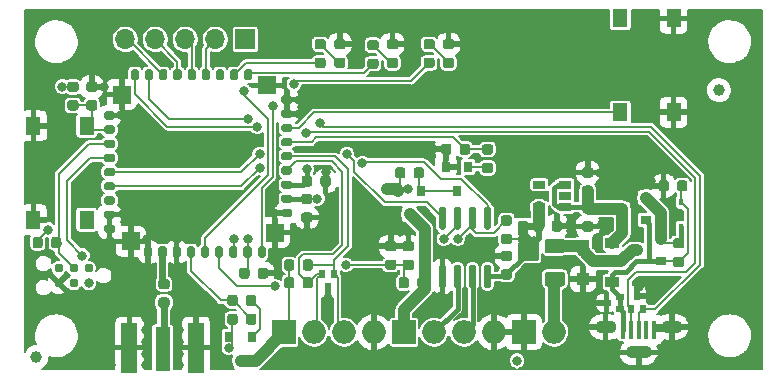
<source format=gbr>
G04 #@! TF.GenerationSoftware,KiCad,Pcbnew,5.99.0-unknown-acdfeee~88~ubuntu18.04.1*
G04 #@! TF.CreationDate,2020-05-13T21:49:13+03:00*
G04 #@! TF.ProjectId,LoRaNode,4c6f5261-4e6f-4646-952e-6b696361645f,1.1*
G04 #@! TF.SameCoordinates,Original*
G04 #@! TF.FileFunction,Copper,L1,Top*
G04 #@! TF.FilePolarity,Positive*
%FSLAX46Y46*%
G04 Gerber Fmt 4.6, Leading zero omitted, Abs format (unit mm)*
G04 Created by KiCad (PCBNEW 5.99.0-unknown-acdfeee~88~ubuntu18.04.1) date 2020-05-13 21:49:13*
%MOMM*%
%LPD*%
G01*
G04 APERTURE LIST*
G04 #@! TA.AperFunction,ComponentPad*
%ADD10R,1.700000X1.700000*%
G04 #@! TD*
G04 #@! TA.AperFunction,ComponentPad*
%ADD11O,1.700000X1.700000*%
G04 #@! TD*
G04 #@! TA.AperFunction,ComponentPad*
%ADD12O,1.998980X1.998980*%
G04 #@! TD*
G04 #@! TA.AperFunction,ComponentPad*
%ADD13R,1.998980X1.998980*%
G04 #@! TD*
G04 #@! TA.AperFunction,SMDPad,CuDef*
%ADD14R,1.500000X1.500000*%
G04 #@! TD*
G04 #@! TA.AperFunction,SMDPad,CuDef*
%ADD15R,0.450000X1.500000*%
G04 #@! TD*
G04 #@! TA.AperFunction,ComponentPad*
%ADD16O,1.800000X1.100000*%
G04 #@! TD*
G04 #@! TA.AperFunction,ComponentPad*
%ADD17O,2.200000X1.100000*%
G04 #@! TD*
G04 #@! TA.AperFunction,SMDPad,CuDef*
%ADD18C,1.000000*%
G04 #@! TD*
G04 #@! TA.AperFunction,SMDPad,CuDef*
%ADD19R,1.350000X4.200000*%
G04 #@! TD*
G04 #@! TA.AperFunction,SMDPad,CuDef*
%ADD20R,1.270000X3.700000*%
G04 #@! TD*
G04 #@! TA.AperFunction,SMDPad,CuDef*
%ADD21R,0.450000X0.600000*%
G04 #@! TD*
G04 #@! TA.AperFunction,SMDPad,CuDef*
%ADD22R,1.200000X0.900000*%
G04 #@! TD*
G04 #@! TA.AperFunction,SMDPad,CuDef*
%ADD23R,0.900000X0.800000*%
G04 #@! TD*
G04 #@! TA.AperFunction,SMDPad,CuDef*
%ADD24R,1.100000X1.100000*%
G04 #@! TD*
G04 #@! TA.AperFunction,SMDPad,CuDef*
%ADD25R,0.500000X0.660000*%
G04 #@! TD*
G04 #@! TA.AperFunction,SMDPad,CuDef*
%ADD26R,0.800000X0.900000*%
G04 #@! TD*
G04 #@! TA.AperFunction,SMDPad,CuDef*
%ADD27R,1.060000X0.650000*%
G04 #@! TD*
G04 #@! TA.AperFunction,SMDPad,CuDef*
%ADD28C,0.787400*%
G04 #@! TD*
G04 #@! TA.AperFunction,SMDPad,CuDef*
%ADD29R,1.300000X1.550000*%
G04 #@! TD*
G04 #@! TA.AperFunction,SMDPad,CuDef*
%ADD30R,0.660000X0.500000*%
G04 #@! TD*
G04 #@! TA.AperFunction,ViaPad*
%ADD31C,0.800000*%
G04 #@! TD*
G04 #@! TA.AperFunction,Conductor*
%ADD32C,0.560000*%
G04 #@! TD*
G04 #@! TA.AperFunction,Conductor*
%ADD33C,0.200000*%
G04 #@! TD*
G04 #@! TA.AperFunction,Conductor*
%ADD34C,0.400000*%
G04 #@! TD*
G04 #@! TA.AperFunction,Conductor*
%ADD35C,1.000000*%
G04 #@! TD*
G04 #@! TA.AperFunction,Conductor*
%ADD36C,0.254000*%
G04 #@! TD*
G04 APERTURE END LIST*
D10*
X103980000Y-114800000D03*
D11*
X101440000Y-114800000D03*
X98900000Y-114800000D03*
X96360000Y-114800000D03*
X93820000Y-114800000D03*
D12*
X130120000Y-139600000D03*
D13*
X127580000Y-139600000D03*
G04 #@! TA.AperFunction,SMDPad,CuDef*
G36*
G01*
X96843750Y-136650000D02*
X97356250Y-136650000D01*
G75*
G02*
X97575000Y-136868750I0J-218750D01*
G01*
X97575000Y-137306250D01*
G75*
G02*
X97356250Y-137525000I-218750J0D01*
G01*
X96843750Y-137525000D01*
G75*
G02*
X96625000Y-137306250I0J218750D01*
G01*
X96625000Y-136868750D01*
G75*
G02*
X96843750Y-136650000I218750J0D01*
G01*
G37*
G04 #@! TD.AperFunction*
G04 #@! TA.AperFunction,SMDPad,CuDef*
G36*
G01*
X96843750Y-135075000D02*
X97356250Y-135075000D01*
G75*
G02*
X97575000Y-135293750I0J-218750D01*
G01*
X97575000Y-135731250D01*
G75*
G02*
X97356250Y-135950000I-218750J0D01*
G01*
X96843750Y-135950000D01*
G75*
G02*
X96625000Y-135731250I0J218750D01*
G01*
X96625000Y-135293750D01*
G75*
G02*
X96843750Y-135075000I218750J0D01*
G01*
G37*
G04 #@! TD.AperFunction*
D12*
X125040000Y-139600000D03*
D13*
X117420000Y-139600000D03*
D12*
X119960000Y-139600000D03*
X122500000Y-139600000D03*
X114880000Y-139600000D03*
D13*
X107260000Y-139600000D03*
D12*
X109800000Y-139600000D03*
X112340000Y-139600000D03*
G04 #@! TA.AperFunction,SMDPad,CuDef*
G36*
G01*
X92975000Y-121065000D02*
X92975000Y-121415000D01*
G75*
G02*
X92800000Y-121590000I-175000J0D01*
G01*
X92200000Y-121590000D01*
G75*
G02*
X92025000Y-121415000I0J175000D01*
G01*
X92025000Y-121065000D01*
G75*
G02*
X92200000Y-120890000I175000J0D01*
G01*
X92800000Y-120890000D01*
G75*
G02*
X92975000Y-121065000I0J-175000D01*
G01*
G37*
G04 #@! TD.AperFunction*
G04 #@! TA.AperFunction,SMDPad,CuDef*
G36*
G01*
X92975000Y-122265000D02*
X92975000Y-122615000D01*
G75*
G02*
X92800000Y-122790000I-175000J0D01*
G01*
X92200000Y-122790000D01*
G75*
G02*
X92025000Y-122615000I0J175000D01*
G01*
X92025000Y-122265000D01*
G75*
G02*
X92200000Y-122090000I175000J0D01*
G01*
X92800000Y-122090000D01*
G75*
G02*
X92975000Y-122265000I0J-175000D01*
G01*
G37*
G04 #@! TD.AperFunction*
G04 #@! TA.AperFunction,SMDPad,CuDef*
G36*
G01*
X92975000Y-123465000D02*
X92975000Y-123815000D01*
G75*
G02*
X92800000Y-123990000I-175000J0D01*
G01*
X92200000Y-123990000D01*
G75*
G02*
X92025000Y-123815000I0J175000D01*
G01*
X92025000Y-123465000D01*
G75*
G02*
X92200000Y-123290000I175000J0D01*
G01*
X92800000Y-123290000D01*
G75*
G02*
X92975000Y-123465000I0J-175000D01*
G01*
G37*
G04 #@! TD.AperFunction*
G04 #@! TA.AperFunction,SMDPad,CuDef*
G36*
G01*
X92975000Y-124665000D02*
X92975000Y-125015000D01*
G75*
G02*
X92800000Y-125190000I-175000J0D01*
G01*
X92200000Y-125190000D01*
G75*
G02*
X92025000Y-125015000I0J175000D01*
G01*
X92025000Y-124665000D01*
G75*
G02*
X92200000Y-124490000I175000J0D01*
G01*
X92800000Y-124490000D01*
G75*
G02*
X92975000Y-124665000I0J-175000D01*
G01*
G37*
G04 #@! TD.AperFunction*
G04 #@! TA.AperFunction,SMDPad,CuDef*
G36*
G01*
X92975000Y-125865000D02*
X92975000Y-126215000D01*
G75*
G02*
X92800000Y-126390000I-175000J0D01*
G01*
X92200000Y-126390000D01*
G75*
G02*
X92025000Y-126215000I0J175000D01*
G01*
X92025000Y-125865000D01*
G75*
G02*
X92200000Y-125690000I175000J0D01*
G01*
X92800000Y-125690000D01*
G75*
G02*
X92975000Y-125865000I0J-175000D01*
G01*
G37*
G04 #@! TD.AperFunction*
G04 #@! TA.AperFunction,SMDPad,CuDef*
G36*
G01*
X92975000Y-127065000D02*
X92975000Y-127415000D01*
G75*
G02*
X92800000Y-127590000I-175000J0D01*
G01*
X92200000Y-127590000D01*
G75*
G02*
X92025000Y-127415000I0J175000D01*
G01*
X92025000Y-127065000D01*
G75*
G02*
X92200000Y-126890000I175000J0D01*
G01*
X92800000Y-126890000D01*
G75*
G02*
X92975000Y-127065000I0J-175000D01*
G01*
G37*
G04 #@! TD.AperFunction*
G04 #@! TA.AperFunction,SMDPad,CuDef*
G36*
G01*
X92975000Y-128265000D02*
X92975000Y-128615000D01*
G75*
G02*
X92800000Y-128790000I-175000J0D01*
G01*
X92200000Y-128790000D01*
G75*
G02*
X92025000Y-128615000I0J175000D01*
G01*
X92025000Y-128265000D01*
G75*
G02*
X92200000Y-128090000I175000J0D01*
G01*
X92800000Y-128090000D01*
G75*
G02*
X92975000Y-128265000I0J-175000D01*
G01*
G37*
G04 #@! TD.AperFunction*
G04 #@! TA.AperFunction,SMDPad,CuDef*
G36*
G01*
X92975000Y-129465000D02*
X92975000Y-129815000D01*
G75*
G02*
X92800000Y-129990000I-175000J0D01*
G01*
X92200000Y-129990000D01*
G75*
G02*
X92025000Y-129815000I0J175000D01*
G01*
X92025000Y-129465000D01*
G75*
G02*
X92200000Y-129290000I175000J0D01*
G01*
X92800000Y-129290000D01*
G75*
G02*
X92975000Y-129465000I0J-175000D01*
G01*
G37*
G04 #@! TD.AperFunction*
G04 #@! TA.AperFunction,SMDPad,CuDef*
G36*
G01*
X92975000Y-130665000D02*
X92975000Y-131015000D01*
G75*
G02*
X92800000Y-131190000I-175000J0D01*
G01*
X92200000Y-131190000D01*
G75*
G02*
X92025000Y-131015000I0J175000D01*
G01*
X92025000Y-130665000D01*
G75*
G02*
X92200000Y-130490000I175000J0D01*
G01*
X92800000Y-130490000D01*
G75*
G02*
X92975000Y-130665000I0J-175000D01*
G01*
G37*
G04 #@! TD.AperFunction*
G04 #@! TA.AperFunction,SMDPad,CuDef*
G36*
G01*
X104075000Y-117325000D02*
X104425000Y-117325000D01*
G75*
G02*
X104600000Y-117500000I0J-175000D01*
G01*
X104600000Y-118100000D01*
G75*
G02*
X104425000Y-118275000I-175000J0D01*
G01*
X104075000Y-118275000D01*
G75*
G02*
X103900000Y-118100000I0J175000D01*
G01*
X103900000Y-117500000D01*
G75*
G02*
X104075000Y-117325000I175000J0D01*
G01*
G37*
G04 #@! TD.AperFunction*
G04 #@! TA.AperFunction,SMDPad,CuDef*
G36*
G01*
X102875000Y-117325000D02*
X103225000Y-117325000D01*
G75*
G02*
X103400000Y-117500000I0J-175000D01*
G01*
X103400000Y-118100000D01*
G75*
G02*
X103225000Y-118275000I-175000J0D01*
G01*
X102875000Y-118275000D01*
G75*
G02*
X102700000Y-118100000I0J175000D01*
G01*
X102700000Y-117500000D01*
G75*
G02*
X102875000Y-117325000I175000J0D01*
G01*
G37*
G04 #@! TD.AperFunction*
G04 #@! TA.AperFunction,SMDPad,CuDef*
G36*
G01*
X101675000Y-117325000D02*
X102025000Y-117325000D01*
G75*
G02*
X102200000Y-117500000I0J-175000D01*
G01*
X102200000Y-118100000D01*
G75*
G02*
X102025000Y-118275000I-175000J0D01*
G01*
X101675000Y-118275000D01*
G75*
G02*
X101500000Y-118100000I0J175000D01*
G01*
X101500000Y-117500000D01*
G75*
G02*
X101675000Y-117325000I175000J0D01*
G01*
G37*
G04 #@! TD.AperFunction*
G04 #@! TA.AperFunction,SMDPad,CuDef*
G36*
G01*
X100475000Y-117325000D02*
X100825000Y-117325000D01*
G75*
G02*
X101000000Y-117500000I0J-175000D01*
G01*
X101000000Y-118100000D01*
G75*
G02*
X100825000Y-118275000I-175000J0D01*
G01*
X100475000Y-118275000D01*
G75*
G02*
X100300000Y-118100000I0J175000D01*
G01*
X100300000Y-117500000D01*
G75*
G02*
X100475000Y-117325000I175000J0D01*
G01*
G37*
G04 #@! TD.AperFunction*
G04 #@! TA.AperFunction,SMDPad,CuDef*
G36*
G01*
X99275000Y-117325000D02*
X99625000Y-117325000D01*
G75*
G02*
X99800000Y-117500000I0J-175000D01*
G01*
X99800000Y-118100000D01*
G75*
G02*
X99625000Y-118275000I-175000J0D01*
G01*
X99275000Y-118275000D01*
G75*
G02*
X99100000Y-118100000I0J175000D01*
G01*
X99100000Y-117500000D01*
G75*
G02*
X99275000Y-117325000I175000J0D01*
G01*
G37*
G04 #@! TD.AperFunction*
G04 #@! TA.AperFunction,SMDPad,CuDef*
G36*
G01*
X98075000Y-117325000D02*
X98425000Y-117325000D01*
G75*
G02*
X98600000Y-117500000I0J-175000D01*
G01*
X98600000Y-118100000D01*
G75*
G02*
X98425000Y-118275000I-175000J0D01*
G01*
X98075000Y-118275000D01*
G75*
G02*
X97900000Y-118100000I0J175000D01*
G01*
X97900000Y-117500000D01*
G75*
G02*
X98075000Y-117325000I175000J0D01*
G01*
G37*
G04 #@! TD.AperFunction*
G04 #@! TA.AperFunction,SMDPad,CuDef*
G36*
G01*
X96875000Y-117325000D02*
X97225000Y-117325000D01*
G75*
G02*
X97400000Y-117500000I0J-175000D01*
G01*
X97400000Y-118100000D01*
G75*
G02*
X97225000Y-118275000I-175000J0D01*
G01*
X96875000Y-118275000D01*
G75*
G02*
X96700000Y-118100000I0J175000D01*
G01*
X96700000Y-117500000D01*
G75*
G02*
X96875000Y-117325000I175000J0D01*
G01*
G37*
G04 #@! TD.AperFunction*
G04 #@! TA.AperFunction,SMDPad,CuDef*
G36*
G01*
X95675000Y-117325000D02*
X96025000Y-117325000D01*
G75*
G02*
X96200000Y-117500000I0J-175000D01*
G01*
X96200000Y-118100000D01*
G75*
G02*
X96025000Y-118275000I-175000J0D01*
G01*
X95675000Y-118275000D01*
G75*
G02*
X95500000Y-118100000I0J175000D01*
G01*
X95500000Y-117500000D01*
G75*
G02*
X95675000Y-117325000I175000J0D01*
G01*
G37*
G04 #@! TD.AperFunction*
G04 #@! TA.AperFunction,SMDPad,CuDef*
G36*
G01*
X94475000Y-117325000D02*
X94825000Y-117325000D01*
G75*
G02*
X95000000Y-117500000I0J-175000D01*
G01*
X95000000Y-118100000D01*
G75*
G02*
X94825000Y-118275000I-175000J0D01*
G01*
X94475000Y-118275000D01*
G75*
G02*
X94300000Y-118100000I0J175000D01*
G01*
X94300000Y-117500000D01*
G75*
G02*
X94475000Y-117325000I175000J0D01*
G01*
G37*
G04 #@! TD.AperFunction*
G04 #@! TA.AperFunction,SMDPad,CuDef*
G36*
G01*
X107975000Y-119725000D02*
X107975000Y-120075000D01*
G75*
G02*
X107800000Y-120250000I-175000J0D01*
G01*
X107200000Y-120250000D01*
G75*
G02*
X107025000Y-120075000I0J175000D01*
G01*
X107025000Y-119725000D01*
G75*
G02*
X107200000Y-119550000I175000J0D01*
G01*
X107800000Y-119550000D01*
G75*
G02*
X107975000Y-119725000I0J-175000D01*
G01*
G37*
G04 #@! TD.AperFunction*
G04 #@! TA.AperFunction,SMDPad,CuDef*
G36*
G01*
X107975000Y-120925000D02*
X107975000Y-121275000D01*
G75*
G02*
X107800000Y-121450000I-175000J0D01*
G01*
X107200000Y-121450000D01*
G75*
G02*
X107025000Y-121275000I0J175000D01*
G01*
X107025000Y-120925000D01*
G75*
G02*
X107200000Y-120750000I175000J0D01*
G01*
X107800000Y-120750000D01*
G75*
G02*
X107975000Y-120925000I0J-175000D01*
G01*
G37*
G04 #@! TD.AperFunction*
G04 #@! TA.AperFunction,SMDPad,CuDef*
G36*
G01*
X107975000Y-122125000D02*
X107975000Y-122475000D01*
G75*
G02*
X107800000Y-122650000I-175000J0D01*
G01*
X107200000Y-122650000D01*
G75*
G02*
X107025000Y-122475000I0J175000D01*
G01*
X107025000Y-122125000D01*
G75*
G02*
X107200000Y-121950000I175000J0D01*
G01*
X107800000Y-121950000D01*
G75*
G02*
X107975000Y-122125000I0J-175000D01*
G01*
G37*
G04 #@! TD.AperFunction*
G04 #@! TA.AperFunction,SMDPad,CuDef*
G36*
G01*
X107975000Y-123325000D02*
X107975000Y-123675000D01*
G75*
G02*
X107800000Y-123850000I-175000J0D01*
G01*
X107200000Y-123850000D01*
G75*
G02*
X107025000Y-123675000I0J175000D01*
G01*
X107025000Y-123325000D01*
G75*
G02*
X107200000Y-123150000I175000J0D01*
G01*
X107800000Y-123150000D01*
G75*
G02*
X107975000Y-123325000I0J-175000D01*
G01*
G37*
G04 #@! TD.AperFunction*
G04 #@! TA.AperFunction,SMDPad,CuDef*
G36*
G01*
X107975000Y-124525000D02*
X107975000Y-124875000D01*
G75*
G02*
X107800000Y-125050000I-175000J0D01*
G01*
X107200000Y-125050000D01*
G75*
G02*
X107025000Y-124875000I0J175000D01*
G01*
X107025000Y-124525000D01*
G75*
G02*
X107200000Y-124350000I175000J0D01*
G01*
X107800000Y-124350000D01*
G75*
G02*
X107975000Y-124525000I0J-175000D01*
G01*
G37*
G04 #@! TD.AperFunction*
G04 #@! TA.AperFunction,SMDPad,CuDef*
G36*
G01*
X107975000Y-125725000D02*
X107975000Y-126075000D01*
G75*
G02*
X107800000Y-126250000I-175000J0D01*
G01*
X107200000Y-126250000D01*
G75*
G02*
X107025000Y-126075000I0J175000D01*
G01*
X107025000Y-125725000D01*
G75*
G02*
X107200000Y-125550000I175000J0D01*
G01*
X107800000Y-125550000D01*
G75*
G02*
X107975000Y-125725000I0J-175000D01*
G01*
G37*
G04 #@! TD.AperFunction*
G04 #@! TA.AperFunction,SMDPad,CuDef*
G36*
G01*
X107975000Y-126925000D02*
X107975000Y-127275000D01*
G75*
G02*
X107800000Y-127450000I-175000J0D01*
G01*
X107200000Y-127450000D01*
G75*
G02*
X107025000Y-127275000I0J175000D01*
G01*
X107025000Y-126925000D01*
G75*
G02*
X107200000Y-126750000I175000J0D01*
G01*
X107800000Y-126750000D01*
G75*
G02*
X107975000Y-126925000I0J-175000D01*
G01*
G37*
G04 #@! TD.AperFunction*
G04 #@! TA.AperFunction,SMDPad,CuDef*
G36*
G01*
X107975000Y-128125000D02*
X107975000Y-128475000D01*
G75*
G02*
X107800000Y-128650000I-175000J0D01*
G01*
X107200000Y-128650000D01*
G75*
G02*
X107025000Y-128475000I0J175000D01*
G01*
X107025000Y-128125000D01*
G75*
G02*
X107200000Y-127950000I175000J0D01*
G01*
X107800000Y-127950000D01*
G75*
G02*
X107975000Y-128125000I0J-175000D01*
G01*
G37*
G04 #@! TD.AperFunction*
G04 #@! TA.AperFunction,SMDPad,CuDef*
G36*
G01*
X107975000Y-129325000D02*
X107975000Y-129675000D01*
G75*
G02*
X107800000Y-129850000I-175000J0D01*
G01*
X107200000Y-129850000D01*
G75*
G02*
X107025000Y-129675000I0J175000D01*
G01*
X107025000Y-129325000D01*
G75*
G02*
X107200000Y-129150000I175000J0D01*
G01*
X107800000Y-129150000D01*
G75*
G02*
X107975000Y-129325000I0J-175000D01*
G01*
G37*
G04 #@! TD.AperFunction*
G04 #@! TA.AperFunction,SMDPad,CuDef*
G36*
G01*
X105555000Y-133275000D02*
X105205000Y-133275000D01*
G75*
G02*
X105030000Y-133100000I0J175000D01*
G01*
X105030000Y-132500000D01*
G75*
G02*
X105205000Y-132325000I175000J0D01*
G01*
X105555000Y-132325000D01*
G75*
G02*
X105730000Y-132500000I0J-175000D01*
G01*
X105730000Y-133100000D01*
G75*
G02*
X105555000Y-133275000I-175000J0D01*
G01*
G37*
G04 #@! TD.AperFunction*
G04 #@! TA.AperFunction,SMDPad,CuDef*
G36*
G01*
X104355000Y-133275000D02*
X104005000Y-133275000D01*
G75*
G02*
X103830000Y-133100000I0J175000D01*
G01*
X103830000Y-132500000D01*
G75*
G02*
X104005000Y-132325000I175000J0D01*
G01*
X104355000Y-132325000D01*
G75*
G02*
X104530000Y-132500000I0J-175000D01*
G01*
X104530000Y-133100000D01*
G75*
G02*
X104355000Y-133275000I-175000J0D01*
G01*
G37*
G04 #@! TD.AperFunction*
G04 #@! TA.AperFunction,SMDPad,CuDef*
G36*
G01*
X103155000Y-133275000D02*
X102805000Y-133275000D01*
G75*
G02*
X102630000Y-133100000I0J175000D01*
G01*
X102630000Y-132500000D01*
G75*
G02*
X102805000Y-132325000I175000J0D01*
G01*
X103155000Y-132325000D01*
G75*
G02*
X103330000Y-132500000I0J-175000D01*
G01*
X103330000Y-133100000D01*
G75*
G02*
X103155000Y-133275000I-175000J0D01*
G01*
G37*
G04 #@! TD.AperFunction*
G04 #@! TA.AperFunction,SMDPad,CuDef*
G36*
G01*
X101955000Y-133275000D02*
X101605000Y-133275000D01*
G75*
G02*
X101430000Y-133100000I0J175000D01*
G01*
X101430000Y-132500000D01*
G75*
G02*
X101605000Y-132325000I175000J0D01*
G01*
X101955000Y-132325000D01*
G75*
G02*
X102130000Y-132500000I0J-175000D01*
G01*
X102130000Y-133100000D01*
G75*
G02*
X101955000Y-133275000I-175000J0D01*
G01*
G37*
G04 #@! TD.AperFunction*
G04 #@! TA.AperFunction,SMDPad,CuDef*
G36*
G01*
X100755000Y-133275000D02*
X100405000Y-133275000D01*
G75*
G02*
X100230000Y-133100000I0J175000D01*
G01*
X100230000Y-132500000D01*
G75*
G02*
X100405000Y-132325000I175000J0D01*
G01*
X100755000Y-132325000D01*
G75*
G02*
X100930000Y-132500000I0J-175000D01*
G01*
X100930000Y-133100000D01*
G75*
G02*
X100755000Y-133275000I-175000J0D01*
G01*
G37*
G04 #@! TD.AperFunction*
G04 #@! TA.AperFunction,SMDPad,CuDef*
G36*
G01*
X99555000Y-133275000D02*
X99205000Y-133275000D01*
G75*
G02*
X99030000Y-133100000I0J175000D01*
G01*
X99030000Y-132500000D01*
G75*
G02*
X99205000Y-132325000I175000J0D01*
G01*
X99555000Y-132325000D01*
G75*
G02*
X99730000Y-132500000I0J-175000D01*
G01*
X99730000Y-133100000D01*
G75*
G02*
X99555000Y-133275000I-175000J0D01*
G01*
G37*
G04 #@! TD.AperFunction*
G04 #@! TA.AperFunction,SMDPad,CuDef*
G36*
G01*
X98355000Y-133275000D02*
X98005000Y-133275000D01*
G75*
G02*
X97830000Y-133100000I0J175000D01*
G01*
X97830000Y-132500000D01*
G75*
G02*
X98005000Y-132325000I175000J0D01*
G01*
X98355000Y-132325000D01*
G75*
G02*
X98530000Y-132500000I0J-175000D01*
G01*
X98530000Y-133100000D01*
G75*
G02*
X98355000Y-133275000I-175000J0D01*
G01*
G37*
G04 #@! TD.AperFunction*
G04 #@! TA.AperFunction,SMDPad,CuDef*
G36*
G01*
X97155000Y-133275000D02*
X96805000Y-133275000D01*
G75*
G02*
X96630000Y-133100000I0J175000D01*
G01*
X96630000Y-132500000D01*
G75*
G02*
X96805000Y-132325000I175000J0D01*
G01*
X97155000Y-132325000D01*
G75*
G02*
X97330000Y-132500000I0J-175000D01*
G01*
X97330000Y-133100000D01*
G75*
G02*
X97155000Y-133275000I-175000J0D01*
G01*
G37*
G04 #@! TD.AperFunction*
G04 #@! TA.AperFunction,SMDPad,CuDef*
G36*
G01*
X95955000Y-133275000D02*
X95605000Y-133275000D01*
G75*
G02*
X95430000Y-133100000I0J175000D01*
G01*
X95430000Y-132500000D01*
G75*
G02*
X95605000Y-132325000I175000J0D01*
G01*
X95955000Y-132325000D01*
G75*
G02*
X96130000Y-132500000I0J-175000D01*
G01*
X96130000Y-133100000D01*
G75*
G02*
X95955000Y-133275000I-175000J0D01*
G01*
G37*
G04 #@! TD.AperFunction*
D14*
X106480000Y-131150000D03*
X105850000Y-118700000D03*
X93530000Y-119470000D03*
X94290000Y-131910000D03*
D15*
X137300000Y-139400000D03*
X137950000Y-139400000D03*
X136650000Y-139400000D03*
X138600000Y-139400000D03*
X136000000Y-139400000D03*
D16*
X134500000Y-139150000D03*
X140100000Y-139150000D03*
D17*
X137300000Y-141300000D03*
D18*
X86300000Y-141700000D03*
X144100000Y-119100000D03*
D19*
X94175000Y-140900000D03*
X99825000Y-140900000D03*
D20*
X97000000Y-141050000D03*
D21*
X140880000Y-128600000D03*
X140880000Y-130700000D03*
D22*
X135080000Y-135350000D03*
X135080000Y-132050000D03*
G04 #@! TA.AperFunction,SMDPad,CuDef*
G36*
G01*
X87550000Y-132256250D02*
X87550000Y-131743750D01*
G75*
G02*
X87768750Y-131525000I218750J0D01*
G01*
X88206250Y-131525000D01*
G75*
G02*
X88425000Y-131743750I0J-218750D01*
G01*
X88425000Y-132256250D01*
G75*
G02*
X88206250Y-132475000I-218750J0D01*
G01*
X87768750Y-132475000D01*
G75*
G02*
X87550000Y-132256250I0J218750D01*
G01*
G37*
G04 #@! TD.AperFunction*
G04 #@! TA.AperFunction,SMDPad,CuDef*
G36*
G01*
X85975000Y-132256250D02*
X85975000Y-131743750D01*
G75*
G02*
X86193750Y-131525000I218750J0D01*
G01*
X86631250Y-131525000D01*
G75*
G02*
X86850000Y-131743750I0J-218750D01*
G01*
X86850000Y-132256250D01*
G75*
G02*
X86631250Y-132475000I-218750J0D01*
G01*
X86193750Y-132475000D01*
G75*
G02*
X85975000Y-132256250I0J218750D01*
G01*
G37*
G04 #@! TD.AperFunction*
G04 #@! TA.AperFunction,SMDPad,CuDef*
G36*
G01*
X130825000Y-132925000D02*
X129575000Y-132925000D01*
G75*
G02*
X129325000Y-132675000I0J250000D01*
G01*
X129325000Y-131925000D01*
G75*
G02*
X129575000Y-131675000I250000J0D01*
G01*
X130825000Y-131675000D01*
G75*
G02*
X131075000Y-131925000I0J-250000D01*
G01*
X131075000Y-132675000D01*
G75*
G02*
X130825000Y-132925000I-250000J0D01*
G01*
G37*
G04 #@! TD.AperFunction*
G04 #@! TA.AperFunction,SMDPad,CuDef*
G36*
G01*
X130825000Y-135725000D02*
X129575000Y-135725000D01*
G75*
G02*
X129325000Y-135475000I0J250000D01*
G01*
X129325000Y-134725000D01*
G75*
G02*
X129575000Y-134475000I250000J0D01*
G01*
X130825000Y-134475000D01*
G75*
G02*
X131075000Y-134725000I0J-250000D01*
G01*
X131075000Y-135475000D01*
G75*
G02*
X130825000Y-135725000I-250000J0D01*
G01*
G37*
G04 #@! TD.AperFunction*
G04 #@! TA.AperFunction,SMDPad,CuDef*
G36*
G01*
X139850000Y-126943750D02*
X139850000Y-127456250D01*
G75*
G02*
X139631250Y-127675000I-218750J0D01*
G01*
X139193750Y-127675000D01*
G75*
G02*
X138975000Y-127456250I0J218750D01*
G01*
X138975000Y-126943750D01*
G75*
G02*
X139193750Y-126725000I218750J0D01*
G01*
X139631250Y-126725000D01*
G75*
G02*
X139850000Y-126943750I0J-218750D01*
G01*
G37*
G04 #@! TD.AperFunction*
G04 #@! TA.AperFunction,SMDPad,CuDef*
G36*
G01*
X141425000Y-126943750D02*
X141425000Y-127456250D01*
G75*
G02*
X141206250Y-127675000I-218750J0D01*
G01*
X140768750Y-127675000D01*
G75*
G02*
X140550000Y-127456250I0J218750D01*
G01*
X140550000Y-126943750D01*
G75*
G02*
X140768750Y-126725000I218750J0D01*
G01*
X141206250Y-126725000D01*
G75*
G02*
X141425000Y-126943750I0J-218750D01*
G01*
G37*
G04 #@! TD.AperFunction*
G04 #@! TA.AperFunction,SMDPad,CuDef*
G36*
G01*
X140423750Y-133200000D02*
X140936250Y-133200000D01*
G75*
G02*
X141155000Y-133418750I0J-218750D01*
G01*
X141155000Y-133856250D01*
G75*
G02*
X140936250Y-134075000I-218750J0D01*
G01*
X140423750Y-134075000D01*
G75*
G02*
X140205000Y-133856250I0J218750D01*
G01*
X140205000Y-133418750D01*
G75*
G02*
X140423750Y-133200000I218750J0D01*
G01*
G37*
G04 #@! TD.AperFunction*
G04 #@! TA.AperFunction,SMDPad,CuDef*
G36*
G01*
X140423750Y-131625000D02*
X140936250Y-131625000D01*
G75*
G02*
X141155000Y-131843750I0J-218750D01*
G01*
X141155000Y-132281250D01*
G75*
G02*
X140936250Y-132500000I-218750J0D01*
G01*
X140423750Y-132500000D01*
G75*
G02*
X140205000Y-132281250I0J218750D01*
G01*
X140205000Y-131843750D01*
G75*
G02*
X140423750Y-131625000I218750J0D01*
G01*
G37*
G04 #@! TD.AperFunction*
D23*
X135880000Y-129150000D03*
X137880000Y-128200000D03*
X137880000Y-130100000D03*
X137180000Y-132650000D03*
X139180000Y-131700000D03*
X139180000Y-133600000D03*
D24*
X132600000Y-135100000D03*
X132600000Y-132300000D03*
D25*
X137650000Y-137646584D03*
X136650000Y-137646584D03*
X137150000Y-136506584D03*
G04 #@! TA.AperFunction,SMDPad,CuDef*
G36*
G01*
X124756250Y-124550000D02*
X124243750Y-124550000D01*
G75*
G02*
X124025000Y-124331250I0J218750D01*
G01*
X124025000Y-123893750D01*
G75*
G02*
X124243750Y-123675000I218750J0D01*
G01*
X124756250Y-123675000D01*
G75*
G02*
X124975000Y-123893750I0J-218750D01*
G01*
X124975000Y-124331250D01*
G75*
G02*
X124756250Y-124550000I-218750J0D01*
G01*
G37*
G04 #@! TD.AperFunction*
G04 #@! TA.AperFunction,SMDPad,CuDef*
G36*
G01*
X124756250Y-126125000D02*
X124243750Y-126125000D01*
G75*
G02*
X124025000Y-125906250I0J218750D01*
G01*
X124025000Y-125468750D01*
G75*
G02*
X124243750Y-125250000I218750J0D01*
G01*
X124756250Y-125250000D01*
G75*
G02*
X124975000Y-125468750I0J-218750D01*
G01*
X124975000Y-125906250D01*
G75*
G02*
X124756250Y-126125000I-218750J0D01*
G01*
G37*
G04 #@! TD.AperFunction*
X110500000Y-134630000D03*
X111500000Y-134630000D03*
X111000000Y-135770000D03*
D26*
X121900000Y-127600000D03*
X120950000Y-125600000D03*
X122850000Y-125600000D03*
D27*
X131080000Y-129000000D03*
X131080000Y-128050000D03*
X131080000Y-127100000D03*
X128880000Y-127100000D03*
X128880000Y-129000000D03*
G04 #@! TA.AperFunction,SMDPad,CuDef*
G36*
G01*
X121450000Y-123843750D02*
X121450000Y-124356250D01*
G75*
G02*
X121231250Y-124575000I-218750J0D01*
G01*
X120793750Y-124575000D01*
G75*
G02*
X120575000Y-124356250I0J218750D01*
G01*
X120575000Y-123843750D01*
G75*
G02*
X120793750Y-123625000I218750J0D01*
G01*
X121231250Y-123625000D01*
G75*
G02*
X121450000Y-123843750I0J-218750D01*
G01*
G37*
G04 #@! TD.AperFunction*
G04 #@! TA.AperFunction,SMDPad,CuDef*
G36*
G01*
X123025000Y-123843750D02*
X123025000Y-124356250D01*
G75*
G02*
X122806250Y-124575000I-218750J0D01*
G01*
X122368750Y-124575000D01*
G75*
G02*
X122150000Y-124356250I0J218750D01*
G01*
X122150000Y-123843750D01*
G75*
G02*
X122368750Y-123625000I218750J0D01*
G01*
X122806250Y-123625000D01*
G75*
G02*
X123025000Y-123843750I0J-218750D01*
G01*
G37*
G04 #@! TD.AperFunction*
G04 #@! TA.AperFunction,SMDPad,CuDef*
G36*
G01*
X119811835Y-115650000D02*
X119299335Y-115650000D01*
G75*
G02*
X119080585Y-115431250I0J218750D01*
G01*
X119080585Y-114993750D01*
G75*
G02*
X119299335Y-114775000I218750J0D01*
G01*
X119811835Y-114775000D01*
G75*
G02*
X120030585Y-114993750I0J-218750D01*
G01*
X120030585Y-115431250D01*
G75*
G02*
X119811835Y-115650000I-218750J0D01*
G01*
G37*
G04 #@! TD.AperFunction*
G04 #@! TA.AperFunction,SMDPad,CuDef*
G36*
G01*
X119811835Y-117225000D02*
X119299335Y-117225000D01*
G75*
G02*
X119080585Y-117006250I0J218750D01*
G01*
X119080585Y-116568750D01*
G75*
G02*
X119299335Y-116350000I218750J0D01*
G01*
X119811835Y-116350000D01*
G75*
G02*
X120030585Y-116568750I0J-218750D01*
G01*
X120030585Y-117006250D01*
G75*
G02*
X119811835Y-117225000I-218750J0D01*
G01*
G37*
G04 #@! TD.AperFunction*
G04 #@! TA.AperFunction,SMDPad,CuDef*
G36*
G01*
X110589135Y-115650000D02*
X110076635Y-115650000D01*
G75*
G02*
X109857885Y-115431250I0J218750D01*
G01*
X109857885Y-114993750D01*
G75*
G02*
X110076635Y-114775000I218750J0D01*
G01*
X110589135Y-114775000D01*
G75*
G02*
X110807885Y-114993750I0J-218750D01*
G01*
X110807885Y-115431250D01*
G75*
G02*
X110589135Y-115650000I-218750J0D01*
G01*
G37*
G04 #@! TD.AperFunction*
G04 #@! TA.AperFunction,SMDPad,CuDef*
G36*
G01*
X110589135Y-117225000D02*
X110076635Y-117225000D01*
G75*
G02*
X109857885Y-117006250I0J218750D01*
G01*
X109857885Y-116568750D01*
G75*
G02*
X110076635Y-116350000I218750J0D01*
G01*
X110589135Y-116350000D01*
G75*
G02*
X110807885Y-116568750I0J-218750D01*
G01*
X110807885Y-117006250D01*
G75*
G02*
X110589135Y-117225000I-218750J0D01*
G01*
G37*
G04 #@! TD.AperFunction*
G04 #@! TA.AperFunction,SMDPad,CuDef*
G36*
G01*
X115056386Y-115724626D02*
X114543886Y-115724626D01*
G75*
G02*
X114325136Y-115505876I0J218750D01*
G01*
X114325136Y-115068376D01*
G75*
G02*
X114543886Y-114849626I218750J0D01*
G01*
X115056386Y-114849626D01*
G75*
G02*
X115275136Y-115068376I0J-218750D01*
G01*
X115275136Y-115505876D01*
G75*
G02*
X115056386Y-115724626I-218750J0D01*
G01*
G37*
G04 #@! TD.AperFunction*
G04 #@! TA.AperFunction,SMDPad,CuDef*
G36*
G01*
X115056386Y-117299626D02*
X114543886Y-117299626D01*
G75*
G02*
X114325136Y-117080876I0J218750D01*
G01*
X114325136Y-116643376D01*
G75*
G02*
X114543886Y-116424626I218750J0D01*
G01*
X115056386Y-116424626D01*
G75*
G02*
X115275136Y-116643376I0J-218750D01*
G01*
X115275136Y-117080876D01*
G75*
G02*
X115056386Y-117299626I-218750J0D01*
G01*
G37*
G04 #@! TD.AperFunction*
G04 #@! TA.AperFunction,SMDPad,CuDef*
G36*
G01*
X120944784Y-116350000D02*
X121457284Y-116350000D01*
G75*
G02*
X121676034Y-116568750I0J-218750D01*
G01*
X121676034Y-117006250D01*
G75*
G02*
X121457284Y-117225000I-218750J0D01*
G01*
X120944784Y-117225000D01*
G75*
G02*
X120726034Y-117006250I0J218750D01*
G01*
X120726034Y-116568750D01*
G75*
G02*
X120944784Y-116350000I218750J0D01*
G01*
G37*
G04 #@! TD.AperFunction*
G04 #@! TA.AperFunction,SMDPad,CuDef*
G36*
G01*
X120944784Y-114775000D02*
X121457284Y-114775000D01*
G75*
G02*
X121676034Y-114993750I0J-218750D01*
G01*
X121676034Y-115431250D01*
G75*
G02*
X121457284Y-115650000I-218750J0D01*
G01*
X120944784Y-115650000D01*
G75*
G02*
X120726034Y-115431250I0J218750D01*
G01*
X120726034Y-114993750D01*
G75*
G02*
X120944784Y-114775000I218750J0D01*
G01*
G37*
G04 #@! TD.AperFunction*
G04 #@! TA.AperFunction,SMDPad,CuDef*
G36*
G01*
X111743750Y-116350000D02*
X112256250Y-116350000D01*
G75*
G02*
X112475000Y-116568750I0J-218750D01*
G01*
X112475000Y-117006250D01*
G75*
G02*
X112256250Y-117225000I-218750J0D01*
G01*
X111743750Y-117225000D01*
G75*
G02*
X111525000Y-117006250I0J218750D01*
G01*
X111525000Y-116568750D01*
G75*
G02*
X111743750Y-116350000I218750J0D01*
G01*
G37*
G04 #@! TD.AperFunction*
G04 #@! TA.AperFunction,SMDPad,CuDef*
G36*
G01*
X111743750Y-114775000D02*
X112256250Y-114775000D01*
G75*
G02*
X112475000Y-114993750I0J-218750D01*
G01*
X112475000Y-115431250D01*
G75*
G02*
X112256250Y-115650000I-218750J0D01*
G01*
X111743750Y-115650000D01*
G75*
G02*
X111525000Y-115431250I0J218750D01*
G01*
X111525000Y-114993750D01*
G75*
G02*
X111743750Y-114775000I218750J0D01*
G01*
G37*
G04 #@! TD.AperFunction*
G04 #@! TA.AperFunction,SMDPad,CuDef*
G36*
G01*
X116207578Y-116350000D02*
X116720078Y-116350000D01*
G75*
G02*
X116938828Y-116568750I0J-218750D01*
G01*
X116938828Y-117006250D01*
G75*
G02*
X116720078Y-117225000I-218750J0D01*
G01*
X116207578Y-117225000D01*
G75*
G02*
X115988828Y-117006250I0J218750D01*
G01*
X115988828Y-116568750D01*
G75*
G02*
X116207578Y-116350000I218750J0D01*
G01*
G37*
G04 #@! TD.AperFunction*
G04 #@! TA.AperFunction,SMDPad,CuDef*
G36*
G01*
X116207578Y-114775000D02*
X116720078Y-114775000D01*
G75*
G02*
X116938828Y-114993750I0J-218750D01*
G01*
X116938828Y-115431250D01*
G75*
G02*
X116720078Y-115650000I-218750J0D01*
G01*
X116207578Y-115650000D01*
G75*
G02*
X115988828Y-115431250I0J218750D01*
G01*
X115988828Y-114993750D01*
G75*
G02*
X116207578Y-114775000I218750J0D01*
G01*
G37*
G04 #@! TD.AperFunction*
G04 #@! TA.AperFunction,SMDPad,CuDef*
G36*
G01*
X108943750Y-129450000D02*
X109456250Y-129450000D01*
G75*
G02*
X109675000Y-129668750I0J-218750D01*
G01*
X109675000Y-130106250D01*
G75*
G02*
X109456250Y-130325000I-218750J0D01*
G01*
X108943750Y-130325000D01*
G75*
G02*
X108725000Y-130106250I0J218750D01*
G01*
X108725000Y-129668750D01*
G75*
G02*
X108943750Y-129450000I218750J0D01*
G01*
G37*
G04 #@! TD.AperFunction*
G04 #@! TA.AperFunction,SMDPad,CuDef*
G36*
G01*
X108943750Y-127875000D02*
X109456250Y-127875000D01*
G75*
G02*
X109675000Y-128093750I0J-218750D01*
G01*
X109675000Y-128531250D01*
G75*
G02*
X109456250Y-128750000I-218750J0D01*
G01*
X108943750Y-128750000D01*
G75*
G02*
X108725000Y-128531250I0J218750D01*
G01*
X108725000Y-128093750D01*
G75*
G02*
X108943750Y-127875000I218750J0D01*
G01*
G37*
G04 #@! TD.AperFunction*
D28*
X90730000Y-135435000D03*
X89460000Y-135435000D03*
X88190000Y-135435000D03*
X88190000Y-134165000D03*
X89460000Y-134165000D03*
X90730000Y-134165000D03*
G04 #@! TA.AperFunction,SMDPad,CuDef*
G36*
G01*
X117543750Y-133450000D02*
X118056250Y-133450000D01*
G75*
G02*
X118275000Y-133668750I0J-218750D01*
G01*
X118275000Y-134106250D01*
G75*
G02*
X118056250Y-134325000I-218750J0D01*
G01*
X117543750Y-134325000D01*
G75*
G02*
X117325000Y-134106250I0J218750D01*
G01*
X117325000Y-133668750D01*
G75*
G02*
X117543750Y-133450000I218750J0D01*
G01*
G37*
G04 #@! TD.AperFunction*
G04 #@! TA.AperFunction,SMDPad,CuDef*
G36*
G01*
X117543750Y-131875000D02*
X118056250Y-131875000D01*
G75*
G02*
X118275000Y-132093750I0J-218750D01*
G01*
X118275000Y-132531250D01*
G75*
G02*
X118056250Y-132750000I-218750J0D01*
G01*
X117543750Y-132750000D01*
G75*
G02*
X117325000Y-132531250I0J218750D01*
G01*
X117325000Y-132093750D01*
G75*
G02*
X117543750Y-131875000I218750J0D01*
G01*
G37*
G04 #@! TD.AperFunction*
G04 #@! TA.AperFunction,SMDPad,CuDef*
G36*
G01*
X117850000Y-135143750D02*
X117850000Y-135656250D01*
G75*
G02*
X117631250Y-135875000I-218750J0D01*
G01*
X117193750Y-135875000D01*
G75*
G02*
X116975000Y-135656250I0J218750D01*
G01*
X116975000Y-135143750D01*
G75*
G02*
X117193750Y-134925000I218750J0D01*
G01*
X117631250Y-134925000D01*
G75*
G02*
X117850000Y-135143750I0J-218750D01*
G01*
G37*
G04 #@! TD.AperFunction*
G04 #@! TA.AperFunction,SMDPad,CuDef*
G36*
G01*
X119425000Y-135143750D02*
X119425000Y-135656250D01*
G75*
G02*
X119206250Y-135875000I-218750J0D01*
G01*
X118768750Y-135875000D01*
G75*
G02*
X118550000Y-135656250I0J218750D01*
G01*
X118550000Y-135143750D01*
G75*
G02*
X118768750Y-134925000I218750J0D01*
G01*
X119206250Y-134925000D01*
G75*
G02*
X119425000Y-135143750I0J-218750D01*
G01*
G37*
G04 #@! TD.AperFunction*
G04 #@! TA.AperFunction,SMDPad,CuDef*
G36*
G01*
X116556250Y-132740000D02*
X116043750Y-132740000D01*
G75*
G02*
X115825000Y-132521250I0J218750D01*
G01*
X115825000Y-132083750D01*
G75*
G02*
X116043750Y-131865000I218750J0D01*
G01*
X116556250Y-131865000D01*
G75*
G02*
X116775000Y-132083750I0J-218750D01*
G01*
X116775000Y-132521250D01*
G75*
G02*
X116556250Y-132740000I-218750J0D01*
G01*
G37*
G04 #@! TD.AperFunction*
G04 #@! TA.AperFunction,SMDPad,CuDef*
G36*
G01*
X116556250Y-134315000D02*
X116043750Y-134315000D01*
G75*
G02*
X115825000Y-134096250I0J218750D01*
G01*
X115825000Y-133658750D01*
G75*
G02*
X116043750Y-133440000I218750J0D01*
G01*
X116556250Y-133440000D01*
G75*
G02*
X116775000Y-133658750I0J-218750D01*
G01*
X116775000Y-134096250D01*
G75*
G02*
X116556250Y-134315000I-218750J0D01*
G01*
G37*
G04 #@! TD.AperFunction*
G04 #@! TA.AperFunction,SMDPad,CuDef*
G36*
G01*
X117550000Y-125843750D02*
X117550000Y-126356250D01*
G75*
G02*
X117331250Y-126575000I-218750J0D01*
G01*
X116893750Y-126575000D01*
G75*
G02*
X116675000Y-126356250I0J218750D01*
G01*
X116675000Y-125843750D01*
G75*
G02*
X116893750Y-125625000I218750J0D01*
G01*
X117331250Y-125625000D01*
G75*
G02*
X117550000Y-125843750I0J-218750D01*
G01*
G37*
G04 #@! TD.AperFunction*
G04 #@! TA.AperFunction,SMDPad,CuDef*
G36*
G01*
X119125000Y-125843750D02*
X119125000Y-126356250D01*
G75*
G02*
X118906250Y-126575000I-218750J0D01*
G01*
X118468750Y-126575000D01*
G75*
G02*
X118250000Y-126356250I0J218750D01*
G01*
X118250000Y-125843750D01*
G75*
G02*
X118468750Y-125625000I218750J0D01*
G01*
X118906250Y-125625000D01*
G75*
G02*
X119125000Y-125843750I0J-218750D01*
G01*
G37*
G04 #@! TD.AperFunction*
D26*
X117900000Y-129600000D03*
X116950000Y-127600000D03*
X118850000Y-127600000D03*
G04 #@! TA.AperFunction,SMDPad,CuDef*
G36*
G01*
X124355000Y-133900000D02*
X124655000Y-133900000D01*
G75*
G02*
X124805000Y-134050000I0J-150000D01*
G01*
X124805000Y-135700000D01*
G75*
G02*
X124655000Y-135850000I-150000J0D01*
G01*
X124355000Y-135850000D01*
G75*
G02*
X124205000Y-135700000I0J150000D01*
G01*
X124205000Y-134050000D01*
G75*
G02*
X124355000Y-133900000I150000J0D01*
G01*
G37*
G04 #@! TD.AperFunction*
G04 #@! TA.AperFunction,SMDPad,CuDef*
G36*
G01*
X123085000Y-133900000D02*
X123385000Y-133900000D01*
G75*
G02*
X123535000Y-134050000I0J-150000D01*
G01*
X123535000Y-135700000D01*
G75*
G02*
X123385000Y-135850000I-150000J0D01*
G01*
X123085000Y-135850000D01*
G75*
G02*
X122935000Y-135700000I0J150000D01*
G01*
X122935000Y-134050000D01*
G75*
G02*
X123085000Y-133900000I150000J0D01*
G01*
G37*
G04 #@! TD.AperFunction*
G04 #@! TA.AperFunction,SMDPad,CuDef*
G36*
G01*
X121815000Y-133900000D02*
X122115000Y-133900000D01*
G75*
G02*
X122265000Y-134050000I0J-150000D01*
G01*
X122265000Y-135700000D01*
G75*
G02*
X122115000Y-135850000I-150000J0D01*
G01*
X121815000Y-135850000D01*
G75*
G02*
X121665000Y-135700000I0J150000D01*
G01*
X121665000Y-134050000D01*
G75*
G02*
X121815000Y-133900000I150000J0D01*
G01*
G37*
G04 #@! TD.AperFunction*
G04 #@! TA.AperFunction,SMDPad,CuDef*
G36*
G01*
X120545000Y-133900000D02*
X120845000Y-133900000D01*
G75*
G02*
X120995000Y-134050000I0J-150000D01*
G01*
X120995000Y-135700000D01*
G75*
G02*
X120845000Y-135850000I-150000J0D01*
G01*
X120545000Y-135850000D01*
G75*
G02*
X120395000Y-135700000I0J150000D01*
G01*
X120395000Y-134050000D01*
G75*
G02*
X120545000Y-133900000I150000J0D01*
G01*
G37*
G04 #@! TD.AperFunction*
G04 #@! TA.AperFunction,SMDPad,CuDef*
G36*
G01*
X120545000Y-128950000D02*
X120845000Y-128950000D01*
G75*
G02*
X120995000Y-129100000I0J-150000D01*
G01*
X120995000Y-130750000D01*
G75*
G02*
X120845000Y-130900000I-150000J0D01*
G01*
X120545000Y-130900000D01*
G75*
G02*
X120395000Y-130750000I0J150000D01*
G01*
X120395000Y-129100000D01*
G75*
G02*
X120545000Y-128950000I150000J0D01*
G01*
G37*
G04 #@! TD.AperFunction*
G04 #@! TA.AperFunction,SMDPad,CuDef*
G36*
G01*
X121815000Y-128950000D02*
X122115000Y-128950000D01*
G75*
G02*
X122265000Y-129100000I0J-150000D01*
G01*
X122265000Y-130750000D01*
G75*
G02*
X122115000Y-130900000I-150000J0D01*
G01*
X121815000Y-130900000D01*
G75*
G02*
X121665000Y-130750000I0J150000D01*
G01*
X121665000Y-129100000D01*
G75*
G02*
X121815000Y-128950000I150000J0D01*
G01*
G37*
G04 #@! TD.AperFunction*
G04 #@! TA.AperFunction,SMDPad,CuDef*
G36*
G01*
X123085000Y-128950000D02*
X123385000Y-128950000D01*
G75*
G02*
X123535000Y-129100000I0J-150000D01*
G01*
X123535000Y-130750000D01*
G75*
G02*
X123385000Y-130900000I-150000J0D01*
G01*
X123085000Y-130900000D01*
G75*
G02*
X122935000Y-130750000I0J150000D01*
G01*
X122935000Y-129100000D01*
G75*
G02*
X123085000Y-128950000I150000J0D01*
G01*
G37*
G04 #@! TD.AperFunction*
G04 #@! TA.AperFunction,SMDPad,CuDef*
G36*
G01*
X124355000Y-128950000D02*
X124655000Y-128950000D01*
G75*
G02*
X124805000Y-129100000I0J-150000D01*
G01*
X124805000Y-130750000D01*
G75*
G02*
X124655000Y-130900000I-150000J0D01*
G01*
X124355000Y-130900000D01*
G75*
G02*
X124205000Y-130750000I0J150000D01*
G01*
X124205000Y-129100000D01*
G75*
G02*
X124355000Y-128950000I150000J0D01*
G01*
G37*
G04 #@! TD.AperFunction*
D29*
X90550000Y-122125000D03*
X86050000Y-122125000D03*
X86050000Y-130075000D03*
X90550000Y-130075000D03*
X135750000Y-120975000D03*
X140250000Y-120975000D03*
X140250000Y-113025000D03*
X135750000Y-113025000D03*
G04 #@! TA.AperFunction,SMDPad,CuDef*
G36*
G01*
X105050000Y-134856250D02*
X105050000Y-134343750D01*
G75*
G02*
X105268750Y-134125000I218750J0D01*
G01*
X105706250Y-134125000D01*
G75*
G02*
X105925000Y-134343750I0J-218750D01*
G01*
X105925000Y-134856250D01*
G75*
G02*
X105706250Y-135075000I-218750J0D01*
G01*
X105268750Y-135075000D01*
G75*
G02*
X105050000Y-134856250I0J218750D01*
G01*
G37*
G04 #@! TD.AperFunction*
G04 #@! TA.AperFunction,SMDPad,CuDef*
G36*
G01*
X103475000Y-134856250D02*
X103475000Y-134343750D01*
G75*
G02*
X103693750Y-134125000I218750J0D01*
G01*
X104131250Y-134125000D01*
G75*
G02*
X104350000Y-134343750I0J-218750D01*
G01*
X104350000Y-134856250D01*
G75*
G02*
X104131250Y-135075000I-218750J0D01*
G01*
X103693750Y-135075000D01*
G75*
G02*
X103475000Y-134856250I0J218750D01*
G01*
G37*
G04 #@! TD.AperFunction*
G04 #@! TA.AperFunction,SMDPad,CuDef*
G36*
G01*
X108850000Y-135656250D02*
X108850000Y-135143750D01*
G75*
G02*
X109068750Y-134925000I218750J0D01*
G01*
X109506250Y-134925000D01*
G75*
G02*
X109725000Y-135143750I0J-218750D01*
G01*
X109725000Y-135656250D01*
G75*
G02*
X109506250Y-135875000I-218750J0D01*
G01*
X109068750Y-135875000D01*
G75*
G02*
X108850000Y-135656250I0J218750D01*
G01*
G37*
G04 #@! TD.AperFunction*
G04 #@! TA.AperFunction,SMDPad,CuDef*
G36*
G01*
X107275000Y-135656250D02*
X107275000Y-135143750D01*
G75*
G02*
X107493750Y-134925000I218750J0D01*
G01*
X107931250Y-134925000D01*
G75*
G02*
X108150000Y-135143750I0J-218750D01*
G01*
X108150000Y-135656250D01*
G75*
G02*
X107931250Y-135875000I-218750J0D01*
G01*
X107493750Y-135875000D01*
G75*
G02*
X107275000Y-135656250I0J218750D01*
G01*
G37*
G04 #@! TD.AperFunction*
G04 #@! TA.AperFunction,SMDPad,CuDef*
G36*
G01*
X108850000Y-134156250D02*
X108850000Y-133643750D01*
G75*
G02*
X109068750Y-133425000I218750J0D01*
G01*
X109506250Y-133425000D01*
G75*
G02*
X109725000Y-133643750I0J-218750D01*
G01*
X109725000Y-134156250D01*
G75*
G02*
X109506250Y-134375000I-218750J0D01*
G01*
X109068750Y-134375000D01*
G75*
G02*
X108850000Y-134156250I0J218750D01*
G01*
G37*
G04 #@! TD.AperFunction*
G04 #@! TA.AperFunction,SMDPad,CuDef*
G36*
G01*
X107275000Y-134156250D02*
X107275000Y-133643750D01*
G75*
G02*
X107493750Y-133425000I218750J0D01*
G01*
X107931250Y-133425000D01*
G75*
G02*
X108150000Y-133643750I0J-218750D01*
G01*
X108150000Y-134156250D01*
G75*
G02*
X107931250Y-134375000I-218750J0D01*
G01*
X107493750Y-134375000D01*
G75*
G02*
X107275000Y-134156250I0J218750D01*
G01*
G37*
G04 #@! TD.AperFunction*
G04 #@! TA.AperFunction,SMDPad,CuDef*
G36*
G01*
X103350000Y-136643750D02*
X103350000Y-137156250D01*
G75*
G02*
X103131250Y-137375000I-218750J0D01*
G01*
X102693750Y-137375000D01*
G75*
G02*
X102475000Y-137156250I0J218750D01*
G01*
X102475000Y-136643750D01*
G75*
G02*
X102693750Y-136425000I218750J0D01*
G01*
X103131250Y-136425000D01*
G75*
G02*
X103350000Y-136643750I0J-218750D01*
G01*
G37*
G04 #@! TD.AperFunction*
G04 #@! TA.AperFunction,SMDPad,CuDef*
G36*
G01*
X104925000Y-136643750D02*
X104925000Y-137156250D01*
G75*
G02*
X104706250Y-137375000I-218750J0D01*
G01*
X104268750Y-137375000D01*
G75*
G02*
X104050000Y-137156250I0J218750D01*
G01*
X104050000Y-136643750D01*
G75*
G02*
X104268750Y-136425000I218750J0D01*
G01*
X104706250Y-136425000D01*
G75*
G02*
X104925000Y-136643750I0J-218750D01*
G01*
G37*
G04 #@! TD.AperFunction*
G04 #@! TA.AperFunction,SMDPad,CuDef*
G36*
G01*
X103349999Y-138243749D02*
X103349999Y-138756249D01*
G75*
G02*
X103131249Y-138974999I-218750J0D01*
G01*
X102693749Y-138974999D01*
G75*
G02*
X102474999Y-138756249I0J218750D01*
G01*
X102474999Y-138243749D01*
G75*
G02*
X102693749Y-138024999I218750J0D01*
G01*
X103131249Y-138024999D01*
G75*
G02*
X103349999Y-138243749I0J-218750D01*
G01*
G37*
G04 #@! TD.AperFunction*
G04 #@! TA.AperFunction,SMDPad,CuDef*
G36*
G01*
X104924999Y-138243749D02*
X104924999Y-138756249D01*
G75*
G02*
X104706249Y-138974999I-218750J0D01*
G01*
X104268749Y-138974999D01*
G75*
G02*
X104049999Y-138756249I0J218750D01*
G01*
X104049999Y-138243749D01*
G75*
G02*
X104268749Y-138024999I218750J0D01*
G01*
X104706249Y-138024999D01*
G75*
G02*
X104924999Y-138243749I0J-218750D01*
G01*
G37*
G04 #@! TD.AperFunction*
G04 #@! TA.AperFunction,SMDPad,CuDef*
G36*
G01*
X126356250Y-130562500D02*
X125843750Y-130562500D01*
G75*
G02*
X125625000Y-130343750I0J218750D01*
G01*
X125625000Y-129906250D01*
G75*
G02*
X125843750Y-129687500I218750J0D01*
G01*
X126356250Y-129687500D01*
G75*
G02*
X126575000Y-129906250I0J-218750D01*
G01*
X126575000Y-130343750D01*
G75*
G02*
X126356250Y-130562500I-218750J0D01*
G01*
G37*
G04 #@! TD.AperFunction*
G04 #@! TA.AperFunction,SMDPad,CuDef*
G36*
G01*
X126356250Y-132137500D02*
X125843750Y-132137500D01*
G75*
G02*
X125625000Y-131918750I0J218750D01*
G01*
X125625000Y-131481250D01*
G75*
G02*
X125843750Y-131262500I218750J0D01*
G01*
X126356250Y-131262500D01*
G75*
G02*
X126575000Y-131481250I0J-218750D01*
G01*
X126575000Y-131918750D01*
G75*
G02*
X126356250Y-132137500I-218750J0D01*
G01*
G37*
G04 #@! TD.AperFunction*
G04 #@! TA.AperFunction,SMDPad,CuDef*
G36*
G01*
X89143750Y-119950000D02*
X89656250Y-119950000D01*
G75*
G02*
X89875000Y-120168750I0J-218750D01*
G01*
X89875000Y-120606250D01*
G75*
G02*
X89656250Y-120825000I-218750J0D01*
G01*
X89143750Y-120825000D01*
G75*
G02*
X88925000Y-120606250I0J218750D01*
G01*
X88925000Y-120168750D01*
G75*
G02*
X89143750Y-119950000I218750J0D01*
G01*
G37*
G04 #@! TD.AperFunction*
G04 #@! TA.AperFunction,SMDPad,CuDef*
G36*
G01*
X89143750Y-118375000D02*
X89656250Y-118375000D01*
G75*
G02*
X89875000Y-118593750I0J-218750D01*
G01*
X89875000Y-119031250D01*
G75*
G02*
X89656250Y-119250000I-218750J0D01*
G01*
X89143750Y-119250000D01*
G75*
G02*
X88925000Y-119031250I0J218750D01*
G01*
X88925000Y-118593750D01*
G75*
G02*
X89143750Y-118375000I218750J0D01*
G01*
G37*
G04 #@! TD.AperFunction*
D26*
X103600000Y-142000000D03*
X102650000Y-140000000D03*
X104550000Y-140000000D03*
D30*
X135720000Y-136600000D03*
X135720000Y-137600000D03*
X134580000Y-137100000D03*
G04 #@! TA.AperFunction,SMDPad,CuDef*
G36*
G01*
X133236250Y-126500000D02*
X132723750Y-126500000D01*
G75*
G02*
X132505000Y-126281250I0J218750D01*
G01*
X132505000Y-125843750D01*
G75*
G02*
X132723750Y-125625000I218750J0D01*
G01*
X133236250Y-125625000D01*
G75*
G02*
X133455000Y-125843750I0J-218750D01*
G01*
X133455000Y-126281250D01*
G75*
G02*
X133236250Y-126500000I-218750J0D01*
G01*
G37*
G04 #@! TD.AperFunction*
G04 #@! TA.AperFunction,SMDPad,CuDef*
G36*
G01*
X133236250Y-128075000D02*
X132723750Y-128075000D01*
G75*
G02*
X132505000Y-127856250I0J218750D01*
G01*
X132505000Y-127418750D01*
G75*
G02*
X132723750Y-127200000I218750J0D01*
G01*
X133236250Y-127200000D01*
G75*
G02*
X133455000Y-127418750I0J-218750D01*
G01*
X133455000Y-127856250D01*
G75*
G02*
X133236250Y-128075000I-218750J0D01*
G01*
G37*
G04 #@! TD.AperFunction*
G04 #@! TA.AperFunction,SMDPad,CuDef*
G36*
G01*
X126356250Y-133562500D02*
X125843750Y-133562500D01*
G75*
G02*
X125625000Y-133343750I0J218750D01*
G01*
X125625000Y-132906250D01*
G75*
G02*
X125843750Y-132687500I218750J0D01*
G01*
X126356250Y-132687500D01*
G75*
G02*
X126575000Y-132906250I0J-218750D01*
G01*
X126575000Y-133343750D01*
G75*
G02*
X126356250Y-133562500I-218750J0D01*
G01*
G37*
G04 #@! TD.AperFunction*
G04 #@! TA.AperFunction,SMDPad,CuDef*
G36*
G01*
X126356250Y-135137500D02*
X125843750Y-135137500D01*
G75*
G02*
X125625000Y-134918750I0J218750D01*
G01*
X125625000Y-134481250D01*
G75*
G02*
X125843750Y-134262500I218750J0D01*
G01*
X126356250Y-134262500D01*
G75*
G02*
X126575000Y-134481250I0J-218750D01*
G01*
X126575000Y-134918750D01*
G75*
G02*
X126356250Y-135137500I-218750J0D01*
G01*
G37*
G04 #@! TD.AperFunction*
G04 #@! TA.AperFunction,SMDPad,CuDef*
G36*
G01*
X129930000Y-130856250D02*
X129930000Y-130343750D01*
G75*
G02*
X130148750Y-130125000I218750J0D01*
G01*
X130586250Y-130125000D01*
G75*
G02*
X130805000Y-130343750I0J-218750D01*
G01*
X130805000Y-130856250D01*
G75*
G02*
X130586250Y-131075000I-218750J0D01*
G01*
X130148750Y-131075000D01*
G75*
G02*
X129930000Y-130856250I0J218750D01*
G01*
G37*
G04 #@! TD.AperFunction*
G04 #@! TA.AperFunction,SMDPad,CuDef*
G36*
G01*
X128355000Y-130856250D02*
X128355000Y-130343750D01*
G75*
G02*
X128573750Y-130125000I218750J0D01*
G01*
X129011250Y-130125000D01*
G75*
G02*
X129230000Y-130343750I0J-218750D01*
G01*
X129230000Y-130856250D01*
G75*
G02*
X129011250Y-131075000I-218750J0D01*
G01*
X128573750Y-131075000D01*
G75*
G02*
X128355000Y-130856250I0J218750D01*
G01*
G37*
G04 #@! TD.AperFunction*
G04 #@! TA.AperFunction,SMDPad,CuDef*
G36*
G01*
X132723750Y-130200000D02*
X133236250Y-130200000D01*
G75*
G02*
X133455000Y-130418750I0J-218750D01*
G01*
X133455000Y-130856250D01*
G75*
G02*
X133236250Y-131075000I-218750J0D01*
G01*
X132723750Y-131075000D01*
G75*
G02*
X132505000Y-130856250I0J218750D01*
G01*
X132505000Y-130418750D01*
G75*
G02*
X132723750Y-130200000I218750J0D01*
G01*
G37*
G04 #@! TD.AperFunction*
G04 #@! TA.AperFunction,SMDPad,CuDef*
G36*
G01*
X132723750Y-128625000D02*
X133236250Y-128625000D01*
G75*
G02*
X133455000Y-128843750I0J-218750D01*
G01*
X133455000Y-129281250D01*
G75*
G02*
X133236250Y-129500000I-218750J0D01*
G01*
X132723750Y-129500000D01*
G75*
G02*
X132505000Y-129281250I0J218750D01*
G01*
X132505000Y-128843750D01*
G75*
G02*
X132723750Y-128625000I218750J0D01*
G01*
G37*
G04 #@! TD.AperFunction*
G04 #@! TA.AperFunction,SMDPad,CuDef*
G36*
G01*
X110350000Y-127056250D02*
X110350000Y-126543750D01*
G75*
G02*
X110568750Y-126325000I218750J0D01*
G01*
X111006250Y-126325000D01*
G75*
G02*
X111225000Y-126543750I0J-218750D01*
G01*
X111225000Y-127056250D01*
G75*
G02*
X111006250Y-127275000I-218750J0D01*
G01*
X110568750Y-127275000D01*
G75*
G02*
X110350000Y-127056250I0J218750D01*
G01*
G37*
G04 #@! TD.AperFunction*
G04 #@! TA.AperFunction,SMDPad,CuDef*
G36*
G01*
X108775000Y-127056250D02*
X108775000Y-126543750D01*
G75*
G02*
X108993750Y-126325000I218750J0D01*
G01*
X109431250Y-126325000D01*
G75*
G02*
X109650000Y-126543750I0J-218750D01*
G01*
X109650000Y-127056250D01*
G75*
G02*
X109431250Y-127275000I-218750J0D01*
G01*
X108993750Y-127275000D01*
G75*
G02*
X108775000Y-127056250I0J218750D01*
G01*
G37*
G04 #@! TD.AperFunction*
G04 #@! TA.AperFunction,SMDPad,CuDef*
G36*
G01*
X91256250Y-119250000D02*
X90743750Y-119250000D01*
G75*
G02*
X90525000Y-119031250I0J218750D01*
G01*
X90525000Y-118593750D01*
G75*
G02*
X90743750Y-118375000I218750J0D01*
G01*
X91256250Y-118375000D01*
G75*
G02*
X91475000Y-118593750I0J-218750D01*
G01*
X91475000Y-119031250D01*
G75*
G02*
X91256250Y-119250000I-218750J0D01*
G01*
G37*
G04 #@! TD.AperFunction*
G04 #@! TA.AperFunction,SMDPad,CuDef*
G36*
G01*
X91256250Y-120825000D02*
X90743750Y-120825000D01*
G75*
G02*
X90525000Y-120606250I0J218750D01*
G01*
X90525000Y-120168750D01*
G75*
G02*
X90743750Y-119950000I218750J0D01*
G01*
X91256250Y-119950000D01*
G75*
G02*
X91475000Y-120168750I0J-218750D01*
G01*
X91475000Y-120606250D01*
G75*
G02*
X91256250Y-120825000I-218750J0D01*
G01*
G37*
G04 #@! TD.AperFunction*
D31*
X101400000Y-142400000D03*
X101400000Y-140600000D03*
X101400000Y-139600000D03*
X101400000Y-138600000D03*
X101400000Y-137600000D03*
X100400000Y-137600000D03*
X99400000Y-137600000D03*
X92500000Y-140600000D03*
X92500000Y-139600000D03*
X92500000Y-138600000D03*
X92500000Y-137600000D03*
X93500000Y-137600000D03*
X94500000Y-137600000D03*
X110800000Y-126000000D03*
X105199990Y-124500000D03*
X103900000Y-119200000D03*
X98400000Y-137200000D03*
X98400000Y-136100000D03*
X98400000Y-135100000D03*
X98400000Y-134100000D03*
X95600000Y-137200000D03*
X95600000Y-136100000D03*
X95600000Y-135100000D03*
X95600000Y-134100000D03*
X98400000Y-138400000D03*
X98400000Y-139400000D03*
X98400000Y-140400000D03*
X98400000Y-141400000D03*
X98400000Y-142400000D03*
X95600000Y-138400000D03*
X95600000Y-139400000D03*
X95600000Y-140400000D03*
X95600000Y-141400000D03*
X95600000Y-142400000D03*
X92600000Y-142400000D03*
X91000000Y-117000000D03*
X86000000Y-113000000D03*
X86000000Y-118000000D03*
X86000000Y-120000000D03*
X86000000Y-124000000D03*
X86000000Y-126000000D03*
X86000000Y-128000000D03*
X87297038Y-130909703D03*
X85800000Y-134900000D03*
X86000000Y-138000000D03*
X91000000Y-142000000D03*
X107000000Y-142000000D03*
X109000000Y-142000000D03*
X111000000Y-142000000D03*
X113000000Y-142000000D03*
X115000000Y-142000000D03*
X117000000Y-142000000D03*
X119000000Y-142000000D03*
X121000000Y-142000000D03*
X123000000Y-142000000D03*
X125000000Y-142000000D03*
X127000000Y-142000000D03*
X131000000Y-142000000D03*
X129000000Y-142000000D03*
X133000000Y-142000000D03*
X135000000Y-142000000D03*
X139000000Y-142000000D03*
X141000000Y-142000000D03*
X143000000Y-142000000D03*
X147000000Y-138000000D03*
X147000000Y-142000000D03*
X147000000Y-136000000D03*
X147000000Y-134000000D03*
X147000000Y-132000000D03*
X147000000Y-130000000D03*
X147000000Y-128000000D03*
X147000000Y-126000000D03*
X147000000Y-124000000D03*
X147000000Y-122000000D03*
X147000000Y-120000000D03*
X147000000Y-118000000D03*
X147000000Y-113000000D03*
X142000000Y-113000000D03*
X138000000Y-113000000D03*
X133000000Y-113000000D03*
X131000000Y-113000000D03*
X129000000Y-113000000D03*
X127000000Y-113000000D03*
X125000000Y-113000000D03*
X123000000Y-113000000D03*
X121000000Y-113000000D03*
X119000000Y-113000000D03*
X117000000Y-113000000D03*
X115000000Y-113000000D03*
X113000000Y-113000000D03*
X111000000Y-113000000D03*
X109000000Y-113000000D03*
X107000000Y-113000000D03*
X105000000Y-113000000D03*
X103000000Y-113000000D03*
X101000000Y-113000000D03*
X99000000Y-113000000D03*
X97000000Y-113000000D03*
X95000000Y-113000000D03*
X93000000Y-113000000D03*
X91000000Y-113000000D03*
X113900000Y-125300000D03*
X117800000Y-127500000D03*
X106300000Y-120400000D03*
X108100000Y-118600000D03*
X105000000Y-122200000D03*
X104200000Y-121500000D03*
X105200000Y-125700000D03*
X138300000Y-126800000D03*
X134000000Y-126100000D03*
X110300000Y-121900000D03*
X109100000Y-122700010D03*
X137300009Y-135773539D03*
X92043750Y-118812500D03*
X90200000Y-133100000D03*
X90730000Y-135435000D03*
X88500000Y-118800000D03*
X93500000Y-121200000D03*
X119900000Y-124100000D03*
X112600000Y-124500000D03*
X116000000Y-127500000D03*
X106400000Y-133600000D03*
X103000000Y-131700000D03*
X122000000Y-131700000D03*
X120800000Y-131700000D03*
X104200000Y-131700000D03*
X116300000Y-131100000D03*
X117800000Y-131100000D03*
X120600000Y-136500000D03*
X106500000Y-135700000D03*
X112500000Y-133900000D03*
X111000000Y-137800000D03*
X111000000Y-136700000D03*
X98200000Y-131700000D03*
X95700000Y-131700000D03*
X92500000Y-131900000D03*
X93600000Y-129600000D03*
X108500000Y-121100000D03*
X108500000Y-119900000D03*
X106400000Y-129500000D03*
X110100000Y-128300000D03*
X109200000Y-131000000D03*
X131565485Y-130250010D03*
X134650000Y-129150000D03*
X109200000Y-125800021D03*
X102600000Y-140900000D03*
X128400000Y-132700000D03*
X128400000Y-131900000D03*
X127600000Y-132300000D03*
X127600000Y-131500000D03*
X133800000Y-131600000D03*
X134200000Y-130400000D03*
X131600000Y-131000000D03*
D32*
X97100000Y-137087500D02*
X97100000Y-140950000D01*
X97100000Y-140950000D02*
X97000000Y-141050000D01*
X96980000Y-132800000D02*
X96980000Y-135392500D01*
X96980000Y-135392500D02*
X97100000Y-135512500D01*
D33*
X141300000Y-134500000D02*
X142099989Y-133700011D01*
X137100000Y-134500000D02*
X141300000Y-134500000D01*
X136650000Y-137646584D02*
X136400000Y-137396584D01*
X142099989Y-126499989D02*
X138200001Y-122600001D01*
X136400000Y-135200000D02*
X137100000Y-134500000D01*
X108500000Y-122300000D02*
X109825000Y-120975000D01*
X138719116Y-137646584D02*
X142500000Y-133865700D01*
X142099989Y-133700011D02*
X142099989Y-126499989D01*
X107500000Y-122300000D02*
X108500000Y-122300000D01*
X137650000Y-137646584D02*
X138719116Y-137646584D01*
X138365690Y-122199990D02*
X110599990Y-122199990D01*
X110599990Y-122199990D02*
X110300000Y-121900000D01*
X142500000Y-126334300D02*
X138365690Y-122199990D01*
X142500000Y-133865700D02*
X142500000Y-126334300D01*
X138200001Y-122600001D02*
X109200009Y-122600001D01*
X136400000Y-137396584D02*
X136400000Y-135200000D01*
X109825000Y-120975000D02*
X135750000Y-120975000D01*
X109200009Y-122600001D02*
X109100000Y-122700010D01*
X105380000Y-127385700D02*
X106300000Y-126465700D01*
X92500000Y-126040000D02*
X103659990Y-126040000D01*
X100580000Y-132800000D02*
X100580000Y-131620000D01*
X106300000Y-126465700D02*
X106300000Y-120400000D01*
X100580000Y-131620000D02*
X105900000Y-126300000D01*
X105900000Y-121500000D02*
X103900000Y-119500000D01*
X103900000Y-119500000D02*
X103900000Y-119200000D01*
X103659990Y-126040000D02*
X105199990Y-124500000D01*
X105900000Y-126300000D02*
X105900000Y-121500000D01*
X105380000Y-132800000D02*
X105380000Y-127385700D01*
X100650000Y-117800000D02*
X100650000Y-115590000D01*
X100650000Y-115590000D02*
X101440000Y-114800000D01*
X99450000Y-117800000D02*
X99450000Y-115350000D01*
X99450000Y-115350000D02*
X98900000Y-114800000D01*
X97050000Y-117800000D02*
X94050000Y-114800000D01*
X94050000Y-114800000D02*
X93820000Y-114800000D01*
X98250000Y-117800000D02*
X98250000Y-116690000D01*
X98250000Y-116690000D02*
X96360000Y-114800000D01*
X99380000Y-134380000D02*
X101900000Y-136900000D01*
X101900000Y-136900000D02*
X102912500Y-136900000D01*
X99380000Y-132800000D02*
X99380000Y-134380000D01*
X88200000Y-132000000D02*
X88200000Y-126200000D01*
D34*
X87987500Y-132000000D02*
X88200000Y-132000000D01*
D33*
X88200000Y-132905000D02*
X88200000Y-132000000D01*
X86412500Y-132000000D02*
X86412500Y-131794241D01*
X86412500Y-131794241D02*
X87297038Y-130909703D01*
X124505000Y-128814998D02*
X122290002Y-126600000D01*
X124505000Y-129925000D02*
X124505000Y-128814998D01*
X120559998Y-126600000D02*
X119159998Y-125200000D01*
X122290002Y-126600000D02*
X120559998Y-126600000D01*
X119159998Y-125200000D02*
X114000000Y-125200000D01*
X114000000Y-125200000D02*
X113900000Y-125300000D01*
X119370000Y-128600000D02*
X115800000Y-128600000D01*
X115800000Y-128600000D02*
X113199998Y-125999998D01*
X120695000Y-129925000D02*
X119370000Y-128600000D01*
X113199998Y-125099998D02*
X112600000Y-124500000D01*
X113199998Y-125999998D02*
X113199998Y-125099998D01*
D34*
X117800000Y-127500000D02*
X117050000Y-127500000D01*
X117050000Y-127500000D02*
X116950000Y-127600000D01*
D33*
X109600000Y-123500000D02*
X110000000Y-123100000D01*
X110000000Y-123100000D02*
X121587500Y-123100000D01*
X107500000Y-123500000D02*
X109600000Y-123500000D01*
X121587500Y-123100000D02*
X122587500Y-124100000D01*
X110332885Y-116787500D02*
X104062500Y-116787500D01*
X104062500Y-116787500D02*
X103050000Y-117800000D01*
X112000000Y-116787500D02*
X111907885Y-116787500D01*
X111907885Y-116787500D02*
X110332885Y-115212500D01*
X108400000Y-118300000D02*
X118043085Y-118300000D01*
X119626034Y-115212500D02*
X119555585Y-115212500D01*
X121201034Y-116787500D02*
X119626034Y-115212500D01*
X108100000Y-118600000D02*
X108400000Y-118300000D01*
X118043085Y-118300000D02*
X119555585Y-116787500D01*
X104400001Y-117649999D02*
X114012263Y-117649999D01*
X104250000Y-117800000D02*
X104400001Y-117649999D01*
X116300510Y-116787500D02*
X114800136Y-115287126D01*
X116463828Y-116787500D02*
X116300510Y-116787500D01*
X114012263Y-117649999D02*
X114800136Y-116862126D01*
X97400000Y-122200000D02*
X105000000Y-122200000D01*
X94650000Y-119450000D02*
X97400000Y-122200000D01*
X94650000Y-117800000D02*
X94650000Y-119450000D01*
X95850000Y-119850000D02*
X97500000Y-121500000D01*
X97500000Y-121500000D02*
X104200000Y-121500000D01*
X95850000Y-117800000D02*
X95850000Y-119850000D01*
X103660000Y-127240000D02*
X105200000Y-125700000D01*
X92500000Y-127240000D02*
X103660000Y-127240000D01*
X140880000Y-128600000D02*
X140880000Y-127307500D01*
X140880000Y-127307500D02*
X140987500Y-127200000D01*
X140680000Y-133637500D02*
X141455010Y-132862490D01*
X141455010Y-132862490D02*
X141455010Y-129175010D01*
X141455010Y-129175010D02*
X140880000Y-128600000D01*
X139180000Y-133600000D02*
X140642500Y-133600000D01*
X140642500Y-133600000D02*
X140680000Y-133637500D01*
X140680000Y-132062500D02*
X139542500Y-132062500D01*
X139542500Y-132062500D02*
X139180000Y-131700000D01*
X137150000Y-135923548D02*
X137300009Y-135773539D01*
X137150000Y-136506584D02*
X137150000Y-135923548D01*
X92500000Y-122440000D02*
X90865000Y-122440000D01*
X90865000Y-122440000D02*
X90550000Y-122125000D01*
X91000000Y-120387500D02*
X91000000Y-122031250D01*
X90756250Y-121918750D02*
X90550000Y-122125000D01*
X88900000Y-131800000D02*
X88900000Y-126800000D01*
X90200000Y-133100000D02*
X88900000Y-131800000D01*
X88900000Y-126800000D02*
X90860000Y-124840000D01*
X90860000Y-124840000D02*
X92500000Y-124840000D01*
X90760000Y-123640000D02*
X92500000Y-123640000D01*
X89460000Y-134165000D02*
X88200000Y-132905000D01*
X88200000Y-126200000D02*
X90760000Y-123640000D01*
X89400000Y-118812500D02*
X88512500Y-118812500D01*
X88512500Y-118812500D02*
X88500000Y-118800000D01*
X91000000Y-120387500D02*
X89400000Y-120387500D01*
X91047500Y-120340000D02*
X91000000Y-120387500D01*
X122587500Y-124100000D02*
X124487500Y-124100000D01*
X124487500Y-124100000D02*
X124500000Y-124112500D01*
X122850000Y-125600000D02*
X124412500Y-125600000D01*
X124412500Y-125600000D02*
X124500000Y-125687500D01*
X118850000Y-127600000D02*
X121900000Y-127600000D01*
D35*
X116000000Y-127500000D02*
X116850000Y-127500000D01*
X116850000Y-127500000D02*
X116950000Y-127600000D01*
X119187500Y-131412500D02*
X119187500Y-130887500D01*
X119187500Y-130887500D02*
X117900000Y-129600000D01*
D33*
X104180000Y-132800000D02*
X104180000Y-134332500D01*
X104180000Y-134332500D02*
X103912500Y-134600000D01*
X123235000Y-130465000D02*
X122000000Y-131700000D01*
X123235000Y-129925000D02*
X123235000Y-130465000D01*
X103000000Y-131700000D02*
X103000000Y-132780000D01*
X103000000Y-132780000D02*
X102980000Y-132800000D01*
X121965000Y-129925000D02*
X121965000Y-130535000D01*
X121965000Y-130535000D02*
X120800000Y-131700000D01*
X104200000Y-131700000D02*
X104200000Y-132780000D01*
X104200000Y-132780000D02*
X104180000Y-132800000D01*
D34*
X123235000Y-134875000D02*
X123235000Y-138865000D01*
X123235000Y-138865000D02*
X122500000Y-139600000D01*
X121965000Y-134875000D02*
X121965000Y-137595000D01*
X121965000Y-137595000D02*
X119960000Y-139600000D01*
X126100000Y-134700000D02*
X127600000Y-133200000D01*
X127600000Y-133200000D02*
X127600000Y-132300000D01*
X124505000Y-134875000D02*
X125925000Y-134875000D01*
X125925000Y-134875000D02*
X126100000Y-134700000D01*
D33*
X126100000Y-130125000D02*
X125024990Y-131200010D01*
X123235000Y-130900000D02*
X123235000Y-129925000D01*
X125024990Y-131200010D02*
X123535010Y-131200010D01*
X123535010Y-131200010D02*
X123235000Y-130900000D01*
X126100000Y-131700000D02*
X127400000Y-131700000D01*
X127400000Y-131700000D02*
X127600000Y-131500000D01*
X103300000Y-135700000D02*
X101780000Y-134180000D01*
X106500000Y-135700000D02*
X103300000Y-135700000D01*
X101780000Y-134180000D02*
X101780000Y-132800000D01*
X112522500Y-133877500D02*
X112500000Y-133900000D01*
X116300000Y-133877500D02*
X112522500Y-133877500D01*
X110100000Y-135030000D02*
X110500000Y-134630000D01*
X109800000Y-139600000D02*
X110100000Y-139300000D01*
X110100000Y-139300000D02*
X110100000Y-135030000D01*
X111800000Y-139060000D02*
X111800000Y-134930000D01*
X111800000Y-134930000D02*
X111500000Y-134630000D01*
X112340000Y-139600000D02*
X111800000Y-139060000D01*
X107712500Y-135400000D02*
X107712500Y-133900000D01*
X111500000Y-134000000D02*
X111500000Y-133500000D01*
X111500000Y-134630000D02*
X111500000Y-134000000D01*
X111400000Y-133900000D02*
X111500000Y-134000000D01*
X109287500Y-133900000D02*
X111400000Y-133900000D01*
X111500000Y-133500000D02*
X112712500Y-132287500D01*
X111600000Y-124700000D02*
X107500000Y-124700000D01*
X112712500Y-132287500D02*
X112712500Y-125812500D01*
X112712500Y-125812500D02*
X111600000Y-124700000D01*
X111400000Y-133000000D02*
X112200000Y-132200000D01*
X112200000Y-132200000D02*
X112200000Y-126000000D01*
X108900000Y-133000000D02*
X111400000Y-133000000D01*
X108549990Y-133350010D02*
X108900000Y-133000000D01*
X109287500Y-135400000D02*
X108549990Y-134662490D01*
X108549990Y-134662490D02*
X108549990Y-133350010D01*
X112200000Y-126000000D02*
X111300000Y-125100000D01*
X111300000Y-125100000D02*
X108300000Y-125100000D01*
X108300000Y-125100000D02*
X107500000Y-125900000D01*
X117800000Y-133887500D02*
X116310000Y-133887500D01*
X116310000Y-133887500D02*
X116300000Y-133877500D01*
X117412500Y-135400000D02*
X117412500Y-134275000D01*
X117412500Y-134275000D02*
X117800000Y-133887500D01*
D35*
X119200000Y-135900000D02*
X117420000Y-137680000D01*
X119200000Y-131400000D02*
X119200000Y-135900000D01*
X117420000Y-137680000D02*
X117420000Y-139600000D01*
D33*
X107712500Y-135400000D02*
X107712500Y-139147500D01*
X107712500Y-139147500D02*
X107260000Y-139600000D01*
X109200000Y-128312500D02*
X110087500Y-128312500D01*
X110087500Y-128312500D02*
X110100000Y-128300000D01*
X110500000Y-134630000D02*
X110057500Y-134630000D01*
X110057500Y-134630000D02*
X109287500Y-135400000D01*
X125925000Y-133275000D02*
X126100000Y-133100000D01*
X119187500Y-131412500D02*
X119200000Y-131400000D01*
D35*
X134650000Y-129150000D02*
X133067500Y-129150000D01*
X135880000Y-129150000D02*
X134650000Y-129150000D01*
D33*
X117112500Y-126100000D02*
X117112500Y-127437500D01*
X117112500Y-127437500D02*
X116950000Y-127600000D01*
X118687500Y-126100000D02*
X118687500Y-127437500D01*
X118687500Y-127437500D02*
X118850000Y-127600000D01*
X121012500Y-124100000D02*
X121012500Y-125537500D01*
X121012500Y-125537500D02*
X120950000Y-125600000D01*
D34*
X109212500Y-126800000D02*
X109212500Y-125812521D01*
X109212500Y-125812521D02*
X109200000Y-125800021D01*
X135080000Y-135960000D02*
X135080000Y-135350000D01*
X135720000Y-136600000D02*
X135080000Y-135960000D01*
X135080000Y-135350000D02*
X135080000Y-134720000D01*
X136200000Y-134500000D02*
X137100000Y-133600000D01*
X135080000Y-134720000D02*
X135300000Y-134500000D01*
X135300000Y-134500000D02*
X136200000Y-134500000D01*
D35*
X133737747Y-133599999D02*
X135827195Y-133599999D01*
X135827195Y-133599999D02*
X136777194Y-132650000D01*
X136777194Y-132650000D02*
X137180000Y-132650000D01*
D34*
X137100000Y-133600000D02*
X138080000Y-133600000D01*
D33*
X137300000Y-139400000D02*
X137300000Y-137996584D01*
X137300000Y-137996584D02*
X137650000Y-137646584D01*
X136650000Y-139400000D02*
X136650000Y-137646584D01*
D35*
X103600000Y-142000000D02*
X104860000Y-142000000D01*
X104860000Y-142000000D02*
X107260000Y-139600000D01*
D33*
X102850000Y-140850000D02*
X102800000Y-140900000D01*
X102850000Y-140000000D02*
X102850000Y-140850000D01*
X104487500Y-136900000D02*
X105225009Y-137637509D01*
X105225009Y-137637509D02*
X105225009Y-139324991D01*
X105225009Y-139324991D02*
X104550000Y-140000000D01*
X104487499Y-138499999D02*
X104487499Y-138474999D01*
X104487499Y-138474999D02*
X102912500Y-136900000D01*
X102850000Y-140000000D02*
X102850000Y-138762498D01*
X102850000Y-138762498D02*
X103112499Y-138499999D01*
D34*
X107500000Y-127100000D02*
X108912500Y-127100000D01*
X108912500Y-127100000D02*
X109212500Y-126800000D01*
X107500000Y-128300000D02*
X109212500Y-128300000D01*
D35*
X128880000Y-129000000D02*
X128880000Y-130512500D01*
X128880000Y-130512500D02*
X128792500Y-130600000D01*
X135900000Y-131230000D02*
X135900000Y-129170000D01*
X135080000Y-132050000D02*
X135900000Y-131230000D01*
X135900000Y-129170000D02*
X135880000Y-129150000D01*
X130120000Y-139600000D02*
X130120000Y-135180000D01*
X130120000Y-135180000D02*
X130200000Y-135100000D01*
D34*
X135720000Y-137600000D02*
X135720000Y-136600000D01*
X136000000Y-139400000D02*
X136000000Y-137880000D01*
X136000000Y-137880000D02*
X135720000Y-137600000D01*
X131080000Y-127100000D02*
X130454998Y-127100000D01*
X130454998Y-127100000D02*
X130149999Y-127404999D01*
X130149999Y-127404999D02*
X130149999Y-128695001D01*
X130149999Y-128695001D02*
X130454998Y-129000000D01*
X130454998Y-129000000D02*
X131080000Y-129000000D01*
X131080000Y-129000000D02*
X132917500Y-129000000D01*
X132917500Y-129000000D02*
X132980000Y-129062500D01*
D35*
X132980000Y-127637500D02*
X132980000Y-129062500D01*
X133067500Y-129150000D02*
X132980000Y-129062500D01*
D34*
X138180000Y-130400000D02*
X138180000Y-133500000D01*
X138180000Y-133500000D02*
X138080000Y-133600000D01*
X137880000Y-130100000D02*
X138180000Y-130400000D01*
D35*
X137880000Y-128200000D02*
X139180000Y-129500000D01*
X139180000Y-129500000D02*
X139180000Y-131700000D01*
D34*
X140880000Y-130700000D02*
X140880000Y-131862500D01*
X140880000Y-131862500D02*
X140680000Y-132062500D01*
X138080000Y-133600000D02*
X139180000Y-133600000D01*
D35*
X132857746Y-132977745D02*
X133469456Y-133589454D01*
X133737747Y-133599999D02*
G75*
G02*
X133297748Y-133417745I-1J622251D01*
G01*
X132857746Y-132977746D02*
G75*
G02*
X132600000Y-132355492I622256J622255D01*
G01*
X132600000Y-132300000D02*
X132600000Y-132702564D01*
X130200000Y-132300000D02*
X132600000Y-132300000D01*
X130171716Y-135128285D02*
G75*
G03*
X130160000Y-135156569I28285J-28285D01*
G01*
G36*
X91856171Y-125345040D02*
G01*
X91869960Y-125358829D01*
X91991439Y-125440000D01*
X91869960Y-125521171D01*
X91856171Y-125534960D01*
X91762453Y-125675217D01*
X91754990Y-125693234D01*
X91723035Y-125853885D01*
X91722082Y-125863566D01*
X91722082Y-126216434D01*
X91723035Y-126226115D01*
X91754990Y-126386766D01*
X91762453Y-126404783D01*
X91856171Y-126545040D01*
X91869960Y-126558829D01*
X91991439Y-126640000D01*
X91869960Y-126721171D01*
X91856171Y-126734960D01*
X91762453Y-126875217D01*
X91754990Y-126893234D01*
X91723035Y-127053885D01*
X91722082Y-127063566D01*
X91722082Y-127416434D01*
X91723035Y-127426115D01*
X91754990Y-127586766D01*
X91762453Y-127604783D01*
X91856171Y-127745040D01*
X91869960Y-127758829D01*
X91991439Y-127840000D01*
X91869960Y-127921171D01*
X91856171Y-127934960D01*
X91762453Y-128075217D01*
X91754990Y-128093234D01*
X91723035Y-128253885D01*
X91722082Y-128263566D01*
X91722082Y-128616434D01*
X91723035Y-128626115D01*
X91754990Y-128786766D01*
X91762454Y-128804783D01*
X91768711Y-128814147D01*
X91715398Y-128844927D01*
X91703797Y-128854178D01*
X91553663Y-129015984D01*
X91545304Y-129028244D01*
X91475239Y-129173738D01*
X91421090Y-129092699D01*
X91407301Y-129078910D01*
X91324930Y-129023871D01*
X91306913Y-129016408D01*
X91214544Y-128998035D01*
X91204863Y-128997082D01*
X89895137Y-128997082D01*
X89885456Y-128998035D01*
X89793087Y-129016408D01*
X89775070Y-129023871D01*
X89692699Y-129078910D01*
X89678910Y-129092699D01*
X89623871Y-129175070D01*
X89616408Y-129193087D01*
X89598035Y-129285456D01*
X89597082Y-129295137D01*
X89597082Y-130854863D01*
X89598035Y-130864544D01*
X89616408Y-130956913D01*
X89623871Y-130974930D01*
X89678910Y-131057301D01*
X89692699Y-131071090D01*
X89775070Y-131126129D01*
X89793087Y-131133592D01*
X89885456Y-131151965D01*
X89895137Y-131152918D01*
X91204863Y-131152918D01*
X91214544Y-131151965D01*
X91306913Y-131133592D01*
X91324930Y-131126129D01*
X91407301Y-131071090D01*
X91419235Y-131059156D01*
X91463287Y-131291980D01*
X91469097Y-131307638D01*
X91579927Y-131499602D01*
X91589178Y-131511203D01*
X91750984Y-131661337D01*
X91763244Y-131669696D01*
X91962115Y-131765466D01*
X91976294Y-131769839D01*
X92190885Y-131802184D01*
X92198273Y-131802738D01*
X92287007Y-131802738D01*
X92345000Y-131744745D01*
X92345001Y-131052992D01*
X92345000Y-131052991D01*
X92345000Y-130538000D01*
X92345000Y-130537998D01*
X92654999Y-130537998D01*
X92654999Y-130627008D01*
X92655000Y-130627009D01*
X92654999Y-131744745D01*
X92712992Y-131802738D01*
X92802655Y-131802738D01*
X92811877Y-131801873D01*
X93045467Y-131757676D01*
X93047684Y-131755000D01*
X94077007Y-131755001D01*
X94135000Y-131697008D01*
X94135000Y-131697007D01*
X94444999Y-131697007D01*
X94502992Y-131755000D01*
X95596844Y-131755001D01*
X95654837Y-131697008D01*
X95654837Y-131153511D01*
X95653143Y-131140645D01*
X95579548Y-130865986D01*
X95569536Y-130846752D01*
X95441845Y-130694575D01*
X95428575Y-130683440D01*
X95258426Y-130585205D01*
X95242148Y-130579280D01*
X95052934Y-130545916D01*
X95044322Y-130545163D01*
X94502993Y-130545163D01*
X94445000Y-130603156D01*
X94444999Y-131697007D01*
X94135000Y-131697007D01*
X94135001Y-130603156D01*
X94077008Y-130545163D01*
X93566446Y-130545163D01*
X93536713Y-130388020D01*
X93530903Y-130372362D01*
X93457686Y-130245547D01*
X93550466Y-130052885D01*
X93554839Y-130038707D01*
X93581196Y-129863848D01*
X93521949Y-129795000D01*
X92712993Y-129794999D01*
X92655000Y-129852992D01*
X92655000Y-130500949D01*
X92654999Y-130537998D01*
X92345000Y-130537998D01*
X92345001Y-129852992D01*
X92345000Y-129852991D01*
X92345001Y-129485000D01*
X93519957Y-129485001D01*
X93579343Y-129413325D01*
X93536713Y-129188020D01*
X93530903Y-129172362D01*
X93420073Y-128980398D01*
X93410822Y-128968797D01*
X93249016Y-128818663D01*
X93236755Y-128810304D01*
X93234563Y-128809249D01*
X93237547Y-128804783D01*
X93245010Y-128786766D01*
X93276965Y-128626115D01*
X93277918Y-128616434D01*
X93277918Y-128263566D01*
X93276965Y-128253885D01*
X93245010Y-128093234D01*
X93237547Y-128075217D01*
X93143829Y-127934960D01*
X93130040Y-127921171D01*
X93008561Y-127840000D01*
X93130040Y-127758829D01*
X93143829Y-127745040D01*
X93213347Y-127641000D01*
X103591613Y-127641000D01*
X103602650Y-127644876D01*
X103624804Y-127647400D01*
X103682314Y-127641000D01*
X103699601Y-127641000D01*
X103710645Y-127639756D01*
X103726988Y-127636029D01*
X103783923Y-127629692D01*
X103805018Y-127622335D01*
X103815304Y-127615882D01*
X103827218Y-127613165D01*
X103847310Y-127603495D01*
X103892664Y-127567355D01*
X103906904Y-127558422D01*
X103915628Y-127551470D01*
X103927517Y-127539581D01*
X103972503Y-127503734D01*
X103986414Y-127486309D01*
X103991654Y-127475445D01*
X105071710Y-126395390D01*
X105081471Y-126398562D01*
X105096862Y-126401000D01*
X105231900Y-126401000D01*
X100344808Y-131288093D01*
X100334262Y-131293157D01*
X100316813Y-131307037D01*
X100280668Y-131352233D01*
X100268448Y-131364454D01*
X100261518Y-131373143D01*
X100252602Y-131387330D01*
X100216820Y-131432072D01*
X100207105Y-131452191D01*
X100204393Y-131464032D01*
X100197892Y-131474376D01*
X100190522Y-131495420D01*
X100184009Y-131553034D01*
X100180254Y-131569427D01*
X100179001Y-131580513D01*
X100179001Y-131597331D01*
X100172539Y-131654484D01*
X100175025Y-131676642D01*
X100179001Y-131688028D01*
X100179001Y-132086652D01*
X100074960Y-132156171D01*
X100061171Y-132169960D01*
X99980000Y-132291439D01*
X99898829Y-132169960D01*
X99885040Y-132156171D01*
X99744783Y-132062453D01*
X99726766Y-132054990D01*
X99566115Y-132023035D01*
X99556434Y-132022082D01*
X99203566Y-132022082D01*
X99193885Y-132023035D01*
X99033234Y-132054990D01*
X99015217Y-132062454D01*
X99005853Y-132068711D01*
X98975073Y-132015398D01*
X98965822Y-132003797D01*
X98804016Y-131853663D01*
X98791756Y-131845304D01*
X98592885Y-131749534D01*
X98578707Y-131745161D01*
X98403848Y-131718804D01*
X98335000Y-131778051D01*
X98334999Y-132587008D01*
X98335000Y-132587009D01*
X98334999Y-133819957D01*
X98406675Y-133879343D01*
X98631980Y-133836713D01*
X98647638Y-133830903D01*
X98839602Y-133720073D01*
X98851203Y-133710822D01*
X98979000Y-133573089D01*
X98979001Y-134311610D01*
X98975124Y-134322650D01*
X98972600Y-134344804D01*
X98979001Y-134402323D01*
X98979001Y-134419602D01*
X98980245Y-134430645D01*
X98983971Y-134446979D01*
X98990308Y-134503922D01*
X98997663Y-134525015D01*
X99004119Y-134535308D01*
X99006837Y-134547221D01*
X99016507Y-134567312D01*
X99052643Y-134612659D01*
X99061576Y-134626901D01*
X99068530Y-134635628D01*
X99080424Y-134647522D01*
X99116267Y-134692503D01*
X99133693Y-134706414D01*
X99144553Y-134711652D01*
X101568093Y-137135193D01*
X101573157Y-137145739D01*
X101587037Y-137163188D01*
X101632233Y-137199333D01*
X101644453Y-137211552D01*
X101653142Y-137218482D01*
X101667329Y-137227398D01*
X101712072Y-137263181D01*
X101732191Y-137272896D01*
X101744031Y-137275608D01*
X101754373Y-137282108D01*
X101775418Y-137289478D01*
X101833026Y-137295990D01*
X101849426Y-137299746D01*
X101860513Y-137301000D01*
X101877339Y-137301000D01*
X101934485Y-137307461D01*
X101956642Y-137304975D01*
X101968025Y-137301000D01*
X102204771Y-137301000D01*
X102222191Y-137375066D01*
X102230969Y-137393765D01*
X102337068Y-137534262D01*
X102350627Y-137546623D01*
X102499333Y-137638698D01*
X102516441Y-137645326D01*
X102683848Y-137676619D01*
X102692963Y-137677464D01*
X103122864Y-137677464D01*
X103175132Y-137729732D01*
X103141151Y-137723380D01*
X103132036Y-137722535D01*
X102691815Y-137722535D01*
X102680444Y-137723854D01*
X102474933Y-137772190D01*
X102456234Y-137780968D01*
X102315737Y-137887067D01*
X102303376Y-137900626D01*
X102211301Y-138049332D01*
X102204673Y-138066440D01*
X102173380Y-138233847D01*
X102172535Y-138242962D01*
X102172535Y-138758183D01*
X102173854Y-138769554D01*
X102222190Y-138975065D01*
X102230968Y-138993764D01*
X102337067Y-139134261D01*
X102350626Y-139146622D01*
X102449001Y-139207533D01*
X102449001Y-139247082D01*
X102245137Y-139247082D01*
X102235456Y-139248035D01*
X102143087Y-139266408D01*
X102125070Y-139273871D01*
X102042699Y-139328910D01*
X102028910Y-139342699D01*
X101973871Y-139425070D01*
X101966408Y-139443087D01*
X101948035Y-139535456D01*
X101947082Y-139545137D01*
X101947082Y-140454863D01*
X101948035Y-140464544D01*
X101966408Y-140556913D01*
X101972354Y-140571269D01*
X101972256Y-140571404D01*
X101965181Y-140585288D01*
X101901438Y-140781470D01*
X101899000Y-140796862D01*
X101899000Y-141003138D01*
X101901438Y-141018530D01*
X101965181Y-141214712D01*
X101972256Y-141228596D01*
X102093503Y-141395478D01*
X102104522Y-141406497D01*
X102271404Y-141527744D01*
X102285288Y-141534819D01*
X102481470Y-141598562D01*
X102496862Y-141601000D01*
X102703138Y-141601000D01*
X102718530Y-141598562D01*
X102897549Y-141540396D01*
X102897082Y-141545137D01*
X102897082Y-141611690D01*
X102869276Y-141654589D01*
X102863360Y-141667394D01*
X102801702Y-141873562D01*
X102799617Y-141887513D01*
X102798303Y-142102700D01*
X102800217Y-142116676D01*
X102859351Y-142323582D01*
X102865111Y-142336458D01*
X102897082Y-142387129D01*
X102897082Y-142454863D01*
X102898035Y-142464544D01*
X102916408Y-142556913D01*
X102923871Y-142574930D01*
X102978910Y-142657301D01*
X102992699Y-142671090D01*
X103037462Y-142701000D01*
X101114837Y-142701000D01*
X101114837Y-141112993D01*
X101056844Y-141055000D01*
X98593156Y-141055000D01*
X98535163Y-141112993D01*
X98535163Y-142701000D01*
X97988898Y-142701000D01*
X97988898Y-139195136D01*
X97987945Y-139185456D01*
X97965690Y-139073578D01*
X97958228Y-139055561D01*
X97892138Y-138956651D01*
X97878349Y-138942862D01*
X97779439Y-138876772D01*
X97761422Y-138869310D01*
X97731000Y-138863258D01*
X97731000Y-138795678D01*
X98535163Y-138795678D01*
X98535163Y-140687007D01*
X98593156Y-140745000D01*
X99612007Y-140745000D01*
X99670000Y-140687007D01*
X99670000Y-138243156D01*
X99980000Y-138243156D01*
X99980000Y-140687007D01*
X100037993Y-140745000D01*
X101056844Y-140745000D01*
X101114837Y-140687007D01*
X101114837Y-138793511D01*
X101113143Y-138780645D01*
X101039548Y-138505986D01*
X101029536Y-138486752D01*
X100901845Y-138334575D01*
X100888575Y-138323440D01*
X100718426Y-138225205D01*
X100702148Y-138219280D01*
X100512934Y-138185916D01*
X100504322Y-138185163D01*
X100037993Y-138185163D01*
X99980000Y-138243156D01*
X99670000Y-138243156D01*
X99612007Y-138185163D01*
X99143511Y-138185163D01*
X99130645Y-138186857D01*
X98855986Y-138260452D01*
X98836752Y-138270464D01*
X98684575Y-138398155D01*
X98673440Y-138411425D01*
X98575205Y-138581574D01*
X98569280Y-138597852D01*
X98535916Y-138787066D01*
X98535163Y-138795678D01*
X97731000Y-138795678D01*
X97731000Y-137726737D01*
X97787770Y-137679102D01*
X97798905Y-137665832D01*
X97890219Y-137507670D01*
X97896144Y-137491392D01*
X97927104Y-137315810D01*
X97927857Y-137307198D01*
X97927857Y-136865635D01*
X97926163Y-136852769D01*
X97857909Y-136598038D01*
X97847896Y-136578804D01*
X97729102Y-136437230D01*
X97715832Y-136426095D01*
X97557670Y-136334781D01*
X97541392Y-136328856D01*
X97365810Y-136297896D01*
X97357198Y-136297143D01*
X96840635Y-136297143D01*
X96827769Y-136298837D01*
X96573038Y-136367091D01*
X96553804Y-136377104D01*
X96412230Y-136495898D01*
X96401095Y-136509168D01*
X96309781Y-136667330D01*
X96303856Y-136683608D01*
X96272896Y-136859190D01*
X96272143Y-136867802D01*
X96272143Y-137309365D01*
X96273837Y-137322231D01*
X96342091Y-137576963D01*
X96352104Y-137596197D01*
X96469000Y-137735508D01*
X96469000Y-138846102D01*
X96360136Y-138846102D01*
X96350456Y-138847055D01*
X96238578Y-138869310D01*
X96220561Y-138876772D01*
X96121651Y-138942862D01*
X96107862Y-138956651D01*
X96041772Y-139055561D01*
X96034310Y-139073578D01*
X96012055Y-139185456D01*
X96011102Y-139195136D01*
X96011102Y-142701000D01*
X95464837Y-142701000D01*
X95464837Y-141112993D01*
X95406844Y-141055000D01*
X92943156Y-141055000D01*
X92885163Y-141112993D01*
X92885163Y-142701000D01*
X86763070Y-142701000D01*
X86776049Y-142696276D01*
X86785079Y-142691911D01*
X86966654Y-142580204D01*
X86974622Y-142574112D01*
X87130028Y-142428177D01*
X87136608Y-142420607D01*
X87259495Y-142246404D01*
X87264419Y-142237665D01*
X87349768Y-142042311D01*
X87352834Y-142032761D01*
X87397175Y-141824149D01*
X87398260Y-141814003D01*
X87398640Y-141704942D01*
X87641240Y-141769946D01*
X87648458Y-141771317D01*
X87921577Y-141802434D01*
X87928918Y-141802723D01*
X88203636Y-141793129D01*
X88210939Y-141792330D01*
X88481221Y-141742236D01*
X88488326Y-141740365D01*
X88748235Y-141650871D01*
X88754986Y-141647971D01*
X88998812Y-141521044D01*
X89005060Y-141517178D01*
X89227447Y-141355603D01*
X89233054Y-141350857D01*
X89429116Y-141158187D01*
X89433960Y-141152663D01*
X89599391Y-140933130D01*
X89603365Y-140926951D01*
X89734529Y-140685377D01*
X89737546Y-140678679D01*
X89831563Y-140420371D01*
X89833557Y-140413300D01*
X89888490Y-140143297D01*
X89889469Y-140134707D01*
X89899162Y-139764501D01*
X89898634Y-139755873D01*
X89857909Y-139483365D01*
X89856287Y-139476199D01*
X89775918Y-139213324D01*
X89773255Y-139206477D01*
X89654915Y-138958370D01*
X89651269Y-138951991D01*
X89545835Y-138795678D01*
X92885163Y-138795678D01*
X92885163Y-140687007D01*
X92943156Y-140745000D01*
X93962007Y-140745000D01*
X94020000Y-140687007D01*
X94020000Y-138243156D01*
X94330000Y-138243156D01*
X94330000Y-140687007D01*
X94387993Y-140745000D01*
X95406844Y-140745000D01*
X95464837Y-140687007D01*
X95464837Y-138793511D01*
X95463143Y-138780645D01*
X95389548Y-138505986D01*
X95379536Y-138486752D01*
X95251845Y-138334575D01*
X95238575Y-138323440D01*
X95068426Y-138225205D01*
X95052148Y-138219280D01*
X94862934Y-138185916D01*
X94854322Y-138185163D01*
X94387993Y-138185163D01*
X94330000Y-138243156D01*
X94020000Y-138243156D01*
X93962007Y-138185163D01*
X93493511Y-138185163D01*
X93480645Y-138186857D01*
X93205986Y-138260452D01*
X93186752Y-138270464D01*
X93034575Y-138398155D01*
X93023440Y-138411425D01*
X92925205Y-138581574D01*
X92919280Y-138597852D01*
X92885916Y-138787066D01*
X92885163Y-138795678D01*
X89545835Y-138795678D01*
X89497555Y-138724101D01*
X89493006Y-138718331D01*
X89307297Y-138515664D01*
X89301945Y-138510630D01*
X89088319Y-138337640D01*
X89082282Y-138333452D01*
X88845433Y-138193937D01*
X88838844Y-138190688D01*
X88583974Y-138087714D01*
X88576977Y-138085474D01*
X88309687Y-138021303D01*
X88302436Y-138020122D01*
X88028596Y-137996165D01*
X88021250Y-137996068D01*
X87746878Y-138012849D01*
X87739598Y-138013840D01*
X87470718Y-138070992D01*
X87463665Y-138073048D01*
X87206188Y-138169315D01*
X87199516Y-138172391D01*
X86959096Y-138305658D01*
X86952952Y-138309686D01*
X86734870Y-138477025D01*
X86729389Y-138481917D01*
X86538437Y-138679654D01*
X86533740Y-138685303D01*
X86374113Y-138909091D01*
X86370302Y-138915372D01*
X86245507Y-139160297D01*
X86242666Y-139167072D01*
X86155443Y-139427752D01*
X86153635Y-139434873D01*
X86105901Y-139705582D01*
X86105165Y-139712892D01*
X86097970Y-139987684D01*
X86098322Y-139995022D01*
X86131822Y-140267858D01*
X86133255Y-140275064D01*
X86206715Y-140539953D01*
X86209198Y-140546867D01*
X86234144Y-140602896D01*
X86139849Y-140607508D01*
X86129932Y-140609008D01*
X85923443Y-140662024D01*
X85914030Y-140665488D01*
X85722421Y-140758942D01*
X85713896Y-140764227D01*
X85544991Y-140894301D01*
X85537703Y-140901193D01*
X85398404Y-141062574D01*
X85392651Y-141070790D01*
X85299000Y-141238359D01*
X85299000Y-135809771D01*
X86171378Y-135809771D01*
X86171378Y-135822229D01*
X86193348Y-135996141D01*
X86196446Y-136008207D01*
X86260977Y-136171193D01*
X86266978Y-136182110D01*
X86370014Y-136323927D01*
X86378542Y-136333008D01*
X86513609Y-136444745D01*
X86524127Y-136451420D01*
X86682740Y-136526057D01*
X86694587Y-136529906D01*
X86866777Y-136562754D01*
X86879210Y-136563536D01*
X87054160Y-136552529D01*
X87066396Y-136550194D01*
X87233112Y-136496026D01*
X87244384Y-136490722D01*
X87392391Y-136396793D01*
X87401989Y-136388852D01*
X87521987Y-136261068D01*
X87529309Y-136250990D01*
X87552956Y-136207976D01*
X87594687Y-136245551D01*
X87603082Y-136251650D01*
X87776219Y-136351612D01*
X87785699Y-136355832D01*
X87975836Y-136417611D01*
X87985986Y-136419768D01*
X88184812Y-136440666D01*
X88195188Y-136440666D01*
X88394014Y-136419768D01*
X88404164Y-136417611D01*
X88594301Y-136355832D01*
X88603780Y-136351612D01*
X88714140Y-136287896D01*
X88726886Y-136191088D01*
X87429552Y-134893755D01*
X87327123Y-134912739D01*
X87235158Y-135119298D01*
X87231951Y-135129167D01*
X87230673Y-135135181D01*
X87066396Y-135081806D01*
X87054160Y-135079471D01*
X86879210Y-135068464D01*
X86866777Y-135069246D01*
X86694587Y-135102094D01*
X86682740Y-135105943D01*
X86524127Y-135180580D01*
X86513609Y-135187255D01*
X86378542Y-135298992D01*
X86370014Y-135308073D01*
X86266978Y-135449890D01*
X86260977Y-135460807D01*
X86196446Y-135623793D01*
X86193348Y-135635859D01*
X86171378Y-135809771D01*
X85299000Y-135809771D01*
X85299000Y-131448555D01*
X85387066Y-131464084D01*
X85395678Y-131464837D01*
X85763620Y-131464837D01*
X85711302Y-131549333D01*
X85704674Y-131566441D01*
X85673381Y-131733848D01*
X85672536Y-131742963D01*
X85672536Y-132258184D01*
X85673855Y-132269555D01*
X85722191Y-132475066D01*
X85730969Y-132493765D01*
X85837068Y-132634262D01*
X85850627Y-132646623D01*
X85999333Y-132738698D01*
X86016441Y-132745326D01*
X86183848Y-132776619D01*
X86192963Y-132777464D01*
X86633184Y-132777464D01*
X86644555Y-132776145D01*
X86850066Y-132727809D01*
X86868765Y-132719031D01*
X87009262Y-132612932D01*
X87021623Y-132599373D01*
X87113698Y-132450667D01*
X87120326Y-132433559D01*
X87151619Y-132266152D01*
X87152464Y-132257037D01*
X87152464Y-131741816D01*
X87151145Y-131730445D01*
X87130627Y-131643212D01*
X87168747Y-131605093D01*
X87178509Y-131608265D01*
X87193900Y-131610703D01*
X87271400Y-131610703D01*
X87248381Y-131733848D01*
X87247536Y-131742963D01*
X87247536Y-132258184D01*
X87248855Y-132269555D01*
X87297191Y-132475066D01*
X87305969Y-132493765D01*
X87412068Y-132634262D01*
X87425627Y-132646623D01*
X87574333Y-132738698D01*
X87591441Y-132745326D01*
X87758848Y-132776619D01*
X87767963Y-132777464D01*
X87799000Y-132777464D01*
X87799000Y-132836613D01*
X87795124Y-132847650D01*
X87792600Y-132869804D01*
X87799000Y-132927314D01*
X87799000Y-132944601D01*
X87800244Y-132955645D01*
X87803971Y-132971983D01*
X87810308Y-133028922D01*
X87817664Y-133050016D01*
X87824119Y-133060307D01*
X87826836Y-133072219D01*
X87836505Y-133092310D01*
X87872641Y-133137657D01*
X87881576Y-133151901D01*
X87888529Y-133160628D01*
X87900420Y-133172519D01*
X87936266Y-133217503D01*
X87953691Y-133231414D01*
X87964555Y-133236654D01*
X88200201Y-133472300D01*
X88105349Y-133472300D01*
X88092483Y-133473994D01*
X87928949Y-133517813D01*
X87916959Y-133522779D01*
X87770340Y-133607430D01*
X87760045Y-133615330D01*
X87663500Y-133711875D01*
X87663500Y-133696352D01*
X87661939Y-133683993D01*
X87618344Y-133514205D01*
X87613758Y-133502622D01*
X87529309Y-133349010D01*
X87521987Y-133338932D01*
X87401989Y-133211148D01*
X87392391Y-133203207D01*
X87244384Y-133109278D01*
X87233112Y-133103974D01*
X87066396Y-133049806D01*
X87054160Y-133047471D01*
X86879210Y-133036464D01*
X86866777Y-133037246D01*
X86694587Y-133070094D01*
X86682740Y-133073943D01*
X86524127Y-133148580D01*
X86513609Y-133155255D01*
X86378542Y-133266992D01*
X86370014Y-133276073D01*
X86266978Y-133417890D01*
X86260977Y-133428807D01*
X86196446Y-133591793D01*
X86193348Y-133603859D01*
X86171378Y-133777771D01*
X86171378Y-133790229D01*
X86193348Y-133964141D01*
X86196446Y-133976207D01*
X86260977Y-134139193D01*
X86266978Y-134150110D01*
X86370014Y-134291927D01*
X86378542Y-134301008D01*
X86513609Y-134412745D01*
X86524127Y-134419420D01*
X86682740Y-134494057D01*
X86694587Y-134497906D01*
X86866777Y-134530754D01*
X86879210Y-134531536D01*
X87054160Y-134520529D01*
X87066396Y-134518194D01*
X87233112Y-134464026D01*
X87244384Y-134458722D01*
X87392391Y-134364793D01*
X87401989Y-134356852D01*
X87497959Y-134254655D01*
X87498994Y-134262517D01*
X87542813Y-134426051D01*
X87547779Y-134438041D01*
X87632430Y-134584660D01*
X87640330Y-134594955D01*
X87661394Y-134616020D01*
X87653115Y-134678912D01*
X88148993Y-135174790D01*
X88231007Y-135174790D01*
X88726885Y-134678912D01*
X88718606Y-134616020D01*
X88739670Y-134594955D01*
X88747570Y-134584660D01*
X88825000Y-134450548D01*
X88902430Y-134584660D01*
X88910330Y-134594955D01*
X89030045Y-134714670D01*
X89040340Y-134722570D01*
X89174452Y-134800000D01*
X89040340Y-134877430D01*
X89030045Y-134885330D01*
X89010491Y-134904883D01*
X88950448Y-134893755D01*
X88450210Y-135393993D01*
X88450210Y-135476007D01*
X88950448Y-135976245D01*
X89010491Y-135965117D01*
X89030045Y-135984670D01*
X89040340Y-135992570D01*
X89186959Y-136077221D01*
X89198949Y-136082187D01*
X89362483Y-136126006D01*
X89375349Y-136127700D01*
X89544651Y-136127700D01*
X89557517Y-136126006D01*
X89721051Y-136082187D01*
X89733041Y-136077221D01*
X89879660Y-135992570D01*
X89889955Y-135984670D01*
X90009670Y-135864955D01*
X90017570Y-135854660D01*
X90089052Y-135730850D01*
X90095181Y-135749712D01*
X90102256Y-135763596D01*
X90223503Y-135930478D01*
X90234522Y-135941497D01*
X90401404Y-136062744D01*
X90415288Y-136069819D01*
X90611470Y-136133562D01*
X90626862Y-136136000D01*
X90833138Y-136136000D01*
X90848530Y-136133562D01*
X91044712Y-136069819D01*
X91058596Y-136062744D01*
X91225478Y-135941497D01*
X91236497Y-135930478D01*
X91357744Y-135763596D01*
X91364819Y-135749712D01*
X91428562Y-135553530D01*
X91431000Y-135538138D01*
X91431000Y-135331862D01*
X91428562Y-135316470D01*
X91406186Y-135247603D01*
X91450014Y-135307927D01*
X91458542Y-135317008D01*
X91593609Y-135428745D01*
X91604127Y-135435420D01*
X91762740Y-135510057D01*
X91774587Y-135513906D01*
X91946777Y-135546754D01*
X91959210Y-135547536D01*
X92134160Y-135536529D01*
X92146396Y-135534194D01*
X92313112Y-135480026D01*
X92324384Y-135474722D01*
X92472391Y-135380793D01*
X92481989Y-135372852D01*
X92601987Y-135245068D01*
X92609309Y-135234990D01*
X92693758Y-135081378D01*
X92698344Y-135069795D01*
X92741939Y-134900007D01*
X92743500Y-134887648D01*
X92743500Y-134712352D01*
X92741939Y-134699993D01*
X92698344Y-134530205D01*
X92693758Y-134518622D01*
X92609309Y-134365010D01*
X92601987Y-134354932D01*
X92481989Y-134227148D01*
X92472391Y-134219207D01*
X92324384Y-134125278D01*
X92313112Y-134119974D01*
X92146396Y-134065806D01*
X92134160Y-134063471D01*
X91959210Y-134052464D01*
X91946777Y-134053246D01*
X91774587Y-134086094D01*
X91762740Y-134089943D01*
X91604127Y-134164580D01*
X91593609Y-134171255D01*
X91458542Y-134282992D01*
X91450014Y-134292073D01*
X91391510Y-134372597D01*
X91421006Y-134262517D01*
X91422700Y-134249651D01*
X91422700Y-134080349D01*
X91421006Y-134067483D01*
X91377187Y-133903949D01*
X91372221Y-133891959D01*
X91287570Y-133745340D01*
X91279670Y-133735045D01*
X91159955Y-133615330D01*
X91149660Y-133607430D01*
X91003041Y-133522779D01*
X90991051Y-133517813D01*
X90827517Y-133473994D01*
X90814651Y-133472300D01*
X90795991Y-133472300D01*
X90827744Y-133428596D01*
X90834819Y-133414712D01*
X90898562Y-133218530D01*
X90901000Y-133203138D01*
X90901000Y-132996862D01*
X90898562Y-132981470D01*
X90834819Y-132785288D01*
X90827744Y-132771404D01*
X90706497Y-132604522D01*
X90695478Y-132593503D01*
X90528596Y-132472256D01*
X90514712Y-132465181D01*
X90318530Y-132401438D01*
X90303138Y-132399000D01*
X90096862Y-132399000D01*
X90081471Y-132401438D01*
X90071709Y-132404610D01*
X89790091Y-132122992D01*
X92925163Y-132122992D01*
X92925163Y-132666489D01*
X92926857Y-132679355D01*
X93000452Y-132954015D01*
X93010464Y-132973249D01*
X93138155Y-133125425D01*
X93151425Y-133136560D01*
X93321574Y-133234795D01*
X93337852Y-133240720D01*
X93527066Y-133274084D01*
X93535678Y-133274837D01*
X94077007Y-133274837D01*
X94135000Y-133216844D01*
X94444999Y-133216844D01*
X94502992Y-133274837D01*
X94848960Y-133274837D01*
X94868287Y-133376980D01*
X94874097Y-133392638D01*
X94984927Y-133584602D01*
X94994178Y-133596203D01*
X95155984Y-133746337D01*
X95168244Y-133754696D01*
X95367115Y-133850466D01*
X95381293Y-133854839D01*
X95556152Y-133881196D01*
X95625000Y-133821949D01*
X95625001Y-133012992D01*
X95625000Y-133012991D01*
X95625000Y-132587008D01*
X95934999Y-132587008D01*
X95935000Y-132587009D01*
X95934999Y-133819957D01*
X96006675Y-133879343D01*
X96231980Y-133836713D01*
X96247638Y-133830903D01*
X96399000Y-133743514D01*
X96399001Y-135038446D01*
X96361302Y-135099333D01*
X96354674Y-135116441D01*
X96323381Y-135283848D01*
X96322536Y-135292963D01*
X96322536Y-135733184D01*
X96323855Y-135744555D01*
X96372191Y-135950066D01*
X96380969Y-135968765D01*
X96487068Y-136109262D01*
X96500627Y-136121623D01*
X96649333Y-136213698D01*
X96666441Y-136220326D01*
X96833848Y-136251619D01*
X96842963Y-136252464D01*
X97358184Y-136252464D01*
X97369555Y-136251145D01*
X97575066Y-136202809D01*
X97593765Y-136194031D01*
X97734262Y-136087932D01*
X97746623Y-136074373D01*
X97838698Y-135925667D01*
X97845326Y-135908559D01*
X97876619Y-135741152D01*
X97877464Y-135732037D01*
X97877464Y-135291816D01*
X97876145Y-135280445D01*
X97827809Y-135074934D01*
X97819031Y-135056235D01*
X97712932Y-134915738D01*
X97699373Y-134903377D01*
X97561000Y-134817700D01*
X97561000Y-133749757D01*
X97568244Y-133754696D01*
X97767115Y-133850466D01*
X97781293Y-133854839D01*
X97956152Y-133881196D01*
X98025000Y-133821949D01*
X98025001Y-133012992D01*
X98025000Y-133012991D01*
X98025001Y-131780043D01*
X97953325Y-131720657D01*
X97728020Y-131763287D01*
X97712362Y-131769097D01*
X97520398Y-131879927D01*
X97508797Y-131889178D01*
X97358663Y-132050984D01*
X97350304Y-132063245D01*
X97349249Y-132065437D01*
X97344783Y-132062453D01*
X97326766Y-132054990D01*
X97166115Y-132023035D01*
X97156434Y-132022082D01*
X96803566Y-132022082D01*
X96793885Y-132023035D01*
X96633234Y-132054990D01*
X96615217Y-132062454D01*
X96605853Y-132068711D01*
X96575073Y-132015398D01*
X96565822Y-132003797D01*
X96404016Y-131853663D01*
X96391756Y-131845304D01*
X96192885Y-131749534D01*
X96178707Y-131745161D01*
X96003848Y-131718804D01*
X95935000Y-131778051D01*
X95934999Y-132587008D01*
X95625000Y-132587008D01*
X95625001Y-132122993D01*
X95567008Y-132065000D01*
X94502993Y-132064999D01*
X94445000Y-132122992D01*
X94444999Y-133216844D01*
X94135000Y-133216844D01*
X94135001Y-132122993D01*
X94077008Y-132065000D01*
X92983156Y-132064999D01*
X92925163Y-132122992D01*
X89790091Y-132122992D01*
X89301000Y-131633902D01*
X89301000Y-126966099D01*
X91026100Y-125241000D01*
X91786653Y-125241000D01*
X91856171Y-125345040D01*
G37*
D33*
X91856171Y-125345040D02*
X91869960Y-125358829D01*
X91991439Y-125440000D01*
X91869960Y-125521171D01*
X91856171Y-125534960D01*
X91762453Y-125675217D01*
X91754990Y-125693234D01*
X91723035Y-125853885D01*
X91722082Y-125863566D01*
X91722082Y-126216434D01*
X91723035Y-126226115D01*
X91754990Y-126386766D01*
X91762453Y-126404783D01*
X91856171Y-126545040D01*
X91869960Y-126558829D01*
X91991439Y-126640000D01*
X91869960Y-126721171D01*
X91856171Y-126734960D01*
X91762453Y-126875217D01*
X91754990Y-126893234D01*
X91723035Y-127053885D01*
X91722082Y-127063566D01*
X91722082Y-127416434D01*
X91723035Y-127426115D01*
X91754990Y-127586766D01*
X91762453Y-127604783D01*
X91856171Y-127745040D01*
X91869960Y-127758829D01*
X91991439Y-127840000D01*
X91869960Y-127921171D01*
X91856171Y-127934960D01*
X91762453Y-128075217D01*
X91754990Y-128093234D01*
X91723035Y-128253885D01*
X91722082Y-128263566D01*
X91722082Y-128616434D01*
X91723035Y-128626115D01*
X91754990Y-128786766D01*
X91762454Y-128804783D01*
X91768711Y-128814147D01*
X91715398Y-128844927D01*
X91703797Y-128854178D01*
X91553663Y-129015984D01*
X91545304Y-129028244D01*
X91475239Y-129173738D01*
X91421090Y-129092699D01*
X91407301Y-129078910D01*
X91324930Y-129023871D01*
X91306913Y-129016408D01*
X91214544Y-128998035D01*
X91204863Y-128997082D01*
X89895137Y-128997082D01*
X89885456Y-128998035D01*
X89793087Y-129016408D01*
X89775070Y-129023871D01*
X89692699Y-129078910D01*
X89678910Y-129092699D01*
X89623871Y-129175070D01*
X89616408Y-129193087D01*
X89598035Y-129285456D01*
X89597082Y-129295137D01*
X89597082Y-130854863D01*
X89598035Y-130864544D01*
X89616408Y-130956913D01*
X89623871Y-130974930D01*
X89678910Y-131057301D01*
X89692699Y-131071090D01*
X89775070Y-131126129D01*
X89793087Y-131133592D01*
X89885456Y-131151965D01*
X89895137Y-131152918D01*
X91204863Y-131152918D01*
X91214544Y-131151965D01*
X91306913Y-131133592D01*
X91324930Y-131126129D01*
X91407301Y-131071090D01*
X91419235Y-131059156D01*
X91463287Y-131291980D01*
X91469097Y-131307638D01*
X91579927Y-131499602D01*
X91589178Y-131511203D01*
X91750984Y-131661337D01*
X91763244Y-131669696D01*
X91962115Y-131765466D01*
X91976294Y-131769839D01*
X92190885Y-131802184D01*
X92198273Y-131802738D01*
X92287007Y-131802738D01*
X92345000Y-131744745D01*
X92345001Y-131052992D01*
X92345000Y-131052991D01*
X92345000Y-130538000D01*
X92345000Y-130537998D01*
X92654999Y-130537998D01*
X92654999Y-130627008D01*
X92655000Y-130627009D01*
X92654999Y-131744745D01*
X92712992Y-131802738D01*
X92802655Y-131802738D01*
X92811877Y-131801873D01*
X93045467Y-131757676D01*
X93047684Y-131755000D01*
X94077007Y-131755001D01*
X94135000Y-131697008D01*
X94135000Y-131697007D01*
X94444999Y-131697007D01*
X94502992Y-131755000D01*
X95596844Y-131755001D01*
X95654837Y-131697008D01*
X95654837Y-131153511D01*
X95653143Y-131140645D01*
X95579548Y-130865986D01*
X95569536Y-130846752D01*
X95441845Y-130694575D01*
X95428575Y-130683440D01*
X95258426Y-130585205D01*
X95242148Y-130579280D01*
X95052934Y-130545916D01*
X95044322Y-130545163D01*
X94502993Y-130545163D01*
X94445000Y-130603156D01*
X94444999Y-131697007D01*
X94135000Y-131697007D01*
X94135001Y-130603156D01*
X94077008Y-130545163D01*
X93566446Y-130545163D01*
X93536713Y-130388020D01*
X93530903Y-130372362D01*
X93457686Y-130245547D01*
X93550466Y-130052885D01*
X93554839Y-130038707D01*
X93581196Y-129863848D01*
X93521949Y-129795000D01*
X92712993Y-129794999D01*
X92655000Y-129852992D01*
X92655000Y-130500949D01*
X92654999Y-130537998D01*
X92345000Y-130537998D01*
X92345001Y-129852992D01*
X92345000Y-129852991D01*
X92345001Y-129485000D01*
X93519957Y-129485001D01*
X93579343Y-129413325D01*
X93536713Y-129188020D01*
X93530903Y-129172362D01*
X93420073Y-128980398D01*
X93410822Y-128968797D01*
X93249016Y-128818663D01*
X93236755Y-128810304D01*
X93234563Y-128809249D01*
X93237547Y-128804783D01*
X93245010Y-128786766D01*
X93276965Y-128626115D01*
X93277918Y-128616434D01*
X93277918Y-128263566D01*
X93276965Y-128253885D01*
X93245010Y-128093234D01*
X93237547Y-128075217D01*
X93143829Y-127934960D01*
X93130040Y-127921171D01*
X93008561Y-127840000D01*
X93130040Y-127758829D01*
X93143829Y-127745040D01*
X93213347Y-127641000D01*
X103591613Y-127641000D01*
X103602650Y-127644876D01*
X103624804Y-127647400D01*
X103682314Y-127641000D01*
X103699601Y-127641000D01*
X103710645Y-127639756D01*
X103726988Y-127636029D01*
X103783923Y-127629692D01*
X103805018Y-127622335D01*
X103815304Y-127615882D01*
X103827218Y-127613165D01*
X103847310Y-127603495D01*
X103892664Y-127567355D01*
X103906904Y-127558422D01*
X103915628Y-127551470D01*
X103927517Y-127539581D01*
X103972503Y-127503734D01*
X103986414Y-127486309D01*
X103991654Y-127475445D01*
X105071710Y-126395390D01*
X105081471Y-126398562D01*
X105096862Y-126401000D01*
X105231900Y-126401000D01*
X100344808Y-131288093D01*
X100334262Y-131293157D01*
X100316813Y-131307037D01*
X100280668Y-131352233D01*
X100268448Y-131364454D01*
X100261518Y-131373143D01*
X100252602Y-131387330D01*
X100216820Y-131432072D01*
X100207105Y-131452191D01*
X100204393Y-131464032D01*
X100197892Y-131474376D01*
X100190522Y-131495420D01*
X100184009Y-131553034D01*
X100180254Y-131569427D01*
X100179001Y-131580513D01*
X100179001Y-131597331D01*
X100172539Y-131654484D01*
X100175025Y-131676642D01*
X100179001Y-131688028D01*
X100179001Y-132086652D01*
X100074960Y-132156171D01*
X100061171Y-132169960D01*
X99980000Y-132291439D01*
X99898829Y-132169960D01*
X99885040Y-132156171D01*
X99744783Y-132062453D01*
X99726766Y-132054990D01*
X99566115Y-132023035D01*
X99556434Y-132022082D01*
X99203566Y-132022082D01*
X99193885Y-132023035D01*
X99033234Y-132054990D01*
X99015217Y-132062454D01*
X99005853Y-132068711D01*
X98975073Y-132015398D01*
X98965822Y-132003797D01*
X98804016Y-131853663D01*
X98791756Y-131845304D01*
X98592885Y-131749534D01*
X98578707Y-131745161D01*
X98403848Y-131718804D01*
X98335000Y-131778051D01*
X98334999Y-132587008D01*
X98335000Y-132587009D01*
X98334999Y-133819957D01*
X98406675Y-133879343D01*
X98631980Y-133836713D01*
X98647638Y-133830903D01*
X98839602Y-133720073D01*
X98851203Y-133710822D01*
X98979000Y-133573089D01*
X98979001Y-134311610D01*
X98975124Y-134322650D01*
X98972600Y-134344804D01*
X98979001Y-134402323D01*
X98979001Y-134419602D01*
X98980245Y-134430645D01*
X98983971Y-134446979D01*
X98990308Y-134503922D01*
X98997663Y-134525015D01*
X99004119Y-134535308D01*
X99006837Y-134547221D01*
X99016507Y-134567312D01*
X99052643Y-134612659D01*
X99061576Y-134626901D01*
X99068530Y-134635628D01*
X99080424Y-134647522D01*
X99116267Y-134692503D01*
X99133693Y-134706414D01*
X99144553Y-134711652D01*
X101568093Y-137135193D01*
X101573157Y-137145739D01*
X101587037Y-137163188D01*
X101632233Y-137199333D01*
X101644453Y-137211552D01*
X101653142Y-137218482D01*
X101667329Y-137227398D01*
X101712072Y-137263181D01*
X101732191Y-137272896D01*
X101744031Y-137275608D01*
X101754373Y-137282108D01*
X101775418Y-137289478D01*
X101833026Y-137295990D01*
X101849426Y-137299746D01*
X101860513Y-137301000D01*
X101877339Y-137301000D01*
X101934485Y-137307461D01*
X101956642Y-137304975D01*
X101968025Y-137301000D01*
X102204771Y-137301000D01*
X102222191Y-137375066D01*
X102230969Y-137393765D01*
X102337068Y-137534262D01*
X102350627Y-137546623D01*
X102499333Y-137638698D01*
X102516441Y-137645326D01*
X102683848Y-137676619D01*
X102692963Y-137677464D01*
X103122864Y-137677464D01*
X103175132Y-137729732D01*
X103141151Y-137723380D01*
X103132036Y-137722535D01*
X102691815Y-137722535D01*
X102680444Y-137723854D01*
X102474933Y-137772190D01*
X102456234Y-137780968D01*
X102315737Y-137887067D01*
X102303376Y-137900626D01*
X102211301Y-138049332D01*
X102204673Y-138066440D01*
X102173380Y-138233847D01*
X102172535Y-138242962D01*
X102172535Y-138758183D01*
X102173854Y-138769554D01*
X102222190Y-138975065D01*
X102230968Y-138993764D01*
X102337067Y-139134261D01*
X102350626Y-139146622D01*
X102449001Y-139207533D01*
X102449001Y-139247082D01*
X102245137Y-139247082D01*
X102235456Y-139248035D01*
X102143087Y-139266408D01*
X102125070Y-139273871D01*
X102042699Y-139328910D01*
X102028910Y-139342699D01*
X101973871Y-139425070D01*
X101966408Y-139443087D01*
X101948035Y-139535456D01*
X101947082Y-139545137D01*
X101947082Y-140454863D01*
X101948035Y-140464544D01*
X101966408Y-140556913D01*
X101972354Y-140571269D01*
X101972256Y-140571404D01*
X101965181Y-140585288D01*
X101901438Y-140781470D01*
X101899000Y-140796862D01*
X101899000Y-141003138D01*
X101901438Y-141018530D01*
X101965181Y-141214712D01*
X101972256Y-141228596D01*
X102093503Y-141395478D01*
X102104522Y-141406497D01*
X102271404Y-141527744D01*
X102285288Y-141534819D01*
X102481470Y-141598562D01*
X102496862Y-141601000D01*
X102703138Y-141601000D01*
X102718530Y-141598562D01*
X102897549Y-141540396D01*
X102897082Y-141545137D01*
X102897082Y-141611690D01*
X102869276Y-141654589D01*
X102863360Y-141667394D01*
X102801702Y-141873562D01*
X102799617Y-141887513D01*
X102798303Y-142102700D01*
X102800217Y-142116676D01*
X102859351Y-142323582D01*
X102865111Y-142336458D01*
X102897082Y-142387129D01*
X102897082Y-142454863D01*
X102898035Y-142464544D01*
X102916408Y-142556913D01*
X102923871Y-142574930D01*
X102978910Y-142657301D01*
X102992699Y-142671090D01*
X103037462Y-142701000D01*
X101114837Y-142701000D01*
X101114837Y-141112993D01*
X101056844Y-141055000D01*
X98593156Y-141055000D01*
X98535163Y-141112993D01*
X98535163Y-142701000D01*
X97988898Y-142701000D01*
X97988898Y-139195136D01*
X97987945Y-139185456D01*
X97965690Y-139073578D01*
X97958228Y-139055561D01*
X97892138Y-138956651D01*
X97878349Y-138942862D01*
X97779439Y-138876772D01*
X97761422Y-138869310D01*
X97731000Y-138863258D01*
X97731000Y-138795678D01*
X98535163Y-138795678D01*
X98535163Y-140687007D01*
X98593156Y-140745000D01*
X99612007Y-140745000D01*
X99670000Y-140687007D01*
X99670000Y-138243156D01*
X99980000Y-138243156D01*
X99980000Y-140687007D01*
X100037993Y-140745000D01*
X101056844Y-140745000D01*
X101114837Y-140687007D01*
X101114837Y-138793511D01*
X101113143Y-138780645D01*
X101039548Y-138505986D01*
X101029536Y-138486752D01*
X100901845Y-138334575D01*
X100888575Y-138323440D01*
X100718426Y-138225205D01*
X100702148Y-138219280D01*
X100512934Y-138185916D01*
X100504322Y-138185163D01*
X100037993Y-138185163D01*
X99980000Y-138243156D01*
X99670000Y-138243156D01*
X99612007Y-138185163D01*
X99143511Y-138185163D01*
X99130645Y-138186857D01*
X98855986Y-138260452D01*
X98836752Y-138270464D01*
X98684575Y-138398155D01*
X98673440Y-138411425D01*
X98575205Y-138581574D01*
X98569280Y-138597852D01*
X98535916Y-138787066D01*
X98535163Y-138795678D01*
X97731000Y-138795678D01*
X97731000Y-137726737D01*
X97787770Y-137679102D01*
X97798905Y-137665832D01*
X97890219Y-137507670D01*
X97896144Y-137491392D01*
X97927104Y-137315810D01*
X97927857Y-137307198D01*
X97927857Y-136865635D01*
X97926163Y-136852769D01*
X97857909Y-136598038D01*
X97847896Y-136578804D01*
X97729102Y-136437230D01*
X97715832Y-136426095D01*
X97557670Y-136334781D01*
X97541392Y-136328856D01*
X97365810Y-136297896D01*
X97357198Y-136297143D01*
X96840635Y-136297143D01*
X96827769Y-136298837D01*
X96573038Y-136367091D01*
X96553804Y-136377104D01*
X96412230Y-136495898D01*
X96401095Y-136509168D01*
X96309781Y-136667330D01*
X96303856Y-136683608D01*
X96272896Y-136859190D01*
X96272143Y-136867802D01*
X96272143Y-137309365D01*
X96273837Y-137322231D01*
X96342091Y-137576963D01*
X96352104Y-137596197D01*
X96469000Y-137735508D01*
X96469000Y-138846102D01*
X96360136Y-138846102D01*
X96350456Y-138847055D01*
X96238578Y-138869310D01*
X96220561Y-138876772D01*
X96121651Y-138942862D01*
X96107862Y-138956651D01*
X96041772Y-139055561D01*
X96034310Y-139073578D01*
X96012055Y-139185456D01*
X96011102Y-139195136D01*
X96011102Y-142701000D01*
X95464837Y-142701000D01*
X95464837Y-141112993D01*
X95406844Y-141055000D01*
X92943156Y-141055000D01*
X92885163Y-141112993D01*
X92885163Y-142701000D01*
X86763070Y-142701000D01*
X86776049Y-142696276D01*
X86785079Y-142691911D01*
X86966654Y-142580204D01*
X86974622Y-142574112D01*
X87130028Y-142428177D01*
X87136608Y-142420607D01*
X87259495Y-142246404D01*
X87264419Y-142237665D01*
X87349768Y-142042311D01*
X87352834Y-142032761D01*
X87397175Y-141824149D01*
X87398260Y-141814003D01*
X87398640Y-141704942D01*
X87641240Y-141769946D01*
X87648458Y-141771317D01*
X87921577Y-141802434D01*
X87928918Y-141802723D01*
X88203636Y-141793129D01*
X88210939Y-141792330D01*
X88481221Y-141742236D01*
X88488326Y-141740365D01*
X88748235Y-141650871D01*
X88754986Y-141647971D01*
X88998812Y-141521044D01*
X89005060Y-141517178D01*
X89227447Y-141355603D01*
X89233054Y-141350857D01*
X89429116Y-141158187D01*
X89433960Y-141152663D01*
X89599391Y-140933130D01*
X89603365Y-140926951D01*
X89734529Y-140685377D01*
X89737546Y-140678679D01*
X89831563Y-140420371D01*
X89833557Y-140413300D01*
X89888490Y-140143297D01*
X89889469Y-140134707D01*
X89899162Y-139764501D01*
X89898634Y-139755873D01*
X89857909Y-139483365D01*
X89856287Y-139476199D01*
X89775918Y-139213324D01*
X89773255Y-139206477D01*
X89654915Y-138958370D01*
X89651269Y-138951991D01*
X89545835Y-138795678D01*
X92885163Y-138795678D01*
X92885163Y-140687007D01*
X92943156Y-140745000D01*
X93962007Y-140745000D01*
X94020000Y-140687007D01*
X94020000Y-138243156D01*
X94330000Y-138243156D01*
X94330000Y-140687007D01*
X94387993Y-140745000D01*
X95406844Y-140745000D01*
X95464837Y-140687007D01*
X95464837Y-138793511D01*
X95463143Y-138780645D01*
X95389548Y-138505986D01*
X95379536Y-138486752D01*
X95251845Y-138334575D01*
X95238575Y-138323440D01*
X95068426Y-138225205D01*
X95052148Y-138219280D01*
X94862934Y-138185916D01*
X94854322Y-138185163D01*
X94387993Y-138185163D01*
X94330000Y-138243156D01*
X94020000Y-138243156D01*
X93962007Y-138185163D01*
X93493511Y-138185163D01*
X93480645Y-138186857D01*
X93205986Y-138260452D01*
X93186752Y-138270464D01*
X93034575Y-138398155D01*
X93023440Y-138411425D01*
X92925205Y-138581574D01*
X92919280Y-138597852D01*
X92885916Y-138787066D01*
X92885163Y-138795678D01*
X89545835Y-138795678D01*
X89497555Y-138724101D01*
X89493006Y-138718331D01*
X89307297Y-138515664D01*
X89301945Y-138510630D01*
X89088319Y-138337640D01*
X89082282Y-138333452D01*
X88845433Y-138193937D01*
X88838844Y-138190688D01*
X88583974Y-138087714D01*
X88576977Y-138085474D01*
X88309687Y-138021303D01*
X88302436Y-138020122D01*
X88028596Y-137996165D01*
X88021250Y-137996068D01*
X87746878Y-138012849D01*
X87739598Y-138013840D01*
X87470718Y-138070992D01*
X87463665Y-138073048D01*
X87206188Y-138169315D01*
X87199516Y-138172391D01*
X86959096Y-138305658D01*
X86952952Y-138309686D01*
X86734870Y-138477025D01*
X86729389Y-138481917D01*
X86538437Y-138679654D01*
X86533740Y-138685303D01*
X86374113Y-138909091D01*
X86370302Y-138915372D01*
X86245507Y-139160297D01*
X86242666Y-139167072D01*
X86155443Y-139427752D01*
X86153635Y-139434873D01*
X86105901Y-139705582D01*
X86105165Y-139712892D01*
X86097970Y-139987684D01*
X86098322Y-139995022D01*
X86131822Y-140267858D01*
X86133255Y-140275064D01*
X86206715Y-140539953D01*
X86209198Y-140546867D01*
X86234144Y-140602896D01*
X86139849Y-140607508D01*
X86129932Y-140609008D01*
X85923443Y-140662024D01*
X85914030Y-140665488D01*
X85722421Y-140758942D01*
X85713896Y-140764227D01*
X85544991Y-140894301D01*
X85537703Y-140901193D01*
X85398404Y-141062574D01*
X85392651Y-141070790D01*
X85299000Y-141238359D01*
X85299000Y-135809771D01*
X86171378Y-135809771D01*
X86171378Y-135822229D01*
X86193348Y-135996141D01*
X86196446Y-136008207D01*
X86260977Y-136171193D01*
X86266978Y-136182110D01*
X86370014Y-136323927D01*
X86378542Y-136333008D01*
X86513609Y-136444745D01*
X86524127Y-136451420D01*
X86682740Y-136526057D01*
X86694587Y-136529906D01*
X86866777Y-136562754D01*
X86879210Y-136563536D01*
X87054160Y-136552529D01*
X87066396Y-136550194D01*
X87233112Y-136496026D01*
X87244384Y-136490722D01*
X87392391Y-136396793D01*
X87401989Y-136388852D01*
X87521987Y-136261068D01*
X87529309Y-136250990D01*
X87552956Y-136207976D01*
X87594687Y-136245551D01*
X87603082Y-136251650D01*
X87776219Y-136351612D01*
X87785699Y-136355832D01*
X87975836Y-136417611D01*
X87985986Y-136419768D01*
X88184812Y-136440666D01*
X88195188Y-136440666D01*
X88394014Y-136419768D01*
X88404164Y-136417611D01*
X88594301Y-136355832D01*
X88603780Y-136351612D01*
X88714140Y-136287896D01*
X88726886Y-136191088D01*
X87429552Y-134893755D01*
X87327123Y-134912739D01*
X87235158Y-135119298D01*
X87231951Y-135129167D01*
X87230673Y-135135181D01*
X87066396Y-135081806D01*
X87054160Y-135079471D01*
X86879210Y-135068464D01*
X86866777Y-135069246D01*
X86694587Y-135102094D01*
X86682740Y-135105943D01*
X86524127Y-135180580D01*
X86513609Y-135187255D01*
X86378542Y-135298992D01*
X86370014Y-135308073D01*
X86266978Y-135449890D01*
X86260977Y-135460807D01*
X86196446Y-135623793D01*
X86193348Y-135635859D01*
X86171378Y-135809771D01*
X85299000Y-135809771D01*
X85299000Y-131448555D01*
X85387066Y-131464084D01*
X85395678Y-131464837D01*
X85763620Y-131464837D01*
X85711302Y-131549333D01*
X85704674Y-131566441D01*
X85673381Y-131733848D01*
X85672536Y-131742963D01*
X85672536Y-132258184D01*
X85673855Y-132269555D01*
X85722191Y-132475066D01*
X85730969Y-132493765D01*
X85837068Y-132634262D01*
X85850627Y-132646623D01*
X85999333Y-132738698D01*
X86016441Y-132745326D01*
X86183848Y-132776619D01*
X86192963Y-132777464D01*
X86633184Y-132777464D01*
X86644555Y-132776145D01*
X86850066Y-132727809D01*
X86868765Y-132719031D01*
X87009262Y-132612932D01*
X87021623Y-132599373D01*
X87113698Y-132450667D01*
X87120326Y-132433559D01*
X87151619Y-132266152D01*
X87152464Y-132257037D01*
X87152464Y-131741816D01*
X87151145Y-131730445D01*
X87130627Y-131643212D01*
X87168747Y-131605093D01*
X87178509Y-131608265D01*
X87193900Y-131610703D01*
X87271400Y-131610703D01*
X87248381Y-131733848D01*
X87247536Y-131742963D01*
X87247536Y-132258184D01*
X87248855Y-132269555D01*
X87297191Y-132475066D01*
X87305969Y-132493765D01*
X87412068Y-132634262D01*
X87425627Y-132646623D01*
X87574333Y-132738698D01*
X87591441Y-132745326D01*
X87758848Y-132776619D01*
X87767963Y-132777464D01*
X87799000Y-132777464D01*
X87799000Y-132836613D01*
X87795124Y-132847650D01*
X87792600Y-132869804D01*
X87799000Y-132927314D01*
X87799000Y-132944601D01*
X87800244Y-132955645D01*
X87803971Y-132971983D01*
X87810308Y-133028922D01*
X87817664Y-133050016D01*
X87824119Y-133060307D01*
X87826836Y-133072219D01*
X87836505Y-133092310D01*
X87872641Y-133137657D01*
X87881576Y-133151901D01*
X87888529Y-133160628D01*
X87900420Y-133172519D01*
X87936266Y-133217503D01*
X87953691Y-133231414D01*
X87964555Y-133236654D01*
X88200201Y-133472300D01*
X88105349Y-133472300D01*
X88092483Y-133473994D01*
X87928949Y-133517813D01*
X87916959Y-133522779D01*
X87770340Y-133607430D01*
X87760045Y-133615330D01*
X87663500Y-133711875D01*
X87663500Y-133696352D01*
X87661939Y-133683993D01*
X87618344Y-133514205D01*
X87613758Y-133502622D01*
X87529309Y-133349010D01*
X87521987Y-133338932D01*
X87401989Y-133211148D01*
X87392391Y-133203207D01*
X87244384Y-133109278D01*
X87233112Y-133103974D01*
X87066396Y-133049806D01*
X87054160Y-133047471D01*
X86879210Y-133036464D01*
X86866777Y-133037246D01*
X86694587Y-133070094D01*
X86682740Y-133073943D01*
X86524127Y-133148580D01*
X86513609Y-133155255D01*
X86378542Y-133266992D01*
X86370014Y-133276073D01*
X86266978Y-133417890D01*
X86260977Y-133428807D01*
X86196446Y-133591793D01*
X86193348Y-133603859D01*
X86171378Y-133777771D01*
X86171378Y-133790229D01*
X86193348Y-133964141D01*
X86196446Y-133976207D01*
X86260977Y-134139193D01*
X86266978Y-134150110D01*
X86370014Y-134291927D01*
X86378542Y-134301008D01*
X86513609Y-134412745D01*
X86524127Y-134419420D01*
X86682740Y-134494057D01*
X86694587Y-134497906D01*
X86866777Y-134530754D01*
X86879210Y-134531536D01*
X87054160Y-134520529D01*
X87066396Y-134518194D01*
X87233112Y-134464026D01*
X87244384Y-134458722D01*
X87392391Y-134364793D01*
X87401989Y-134356852D01*
X87497959Y-134254655D01*
X87498994Y-134262517D01*
X87542813Y-134426051D01*
X87547779Y-134438041D01*
X87632430Y-134584660D01*
X87640330Y-134594955D01*
X87661394Y-134616020D01*
X87653115Y-134678912D01*
X88148993Y-135174790D01*
X88231007Y-135174790D01*
X88726885Y-134678912D01*
X88718606Y-134616020D01*
X88739670Y-134594955D01*
X88747570Y-134584660D01*
X88825000Y-134450548D01*
X88902430Y-134584660D01*
X88910330Y-134594955D01*
X89030045Y-134714670D01*
X89040340Y-134722570D01*
X89174452Y-134800000D01*
X89040340Y-134877430D01*
X89030045Y-134885330D01*
X89010491Y-134904883D01*
X88950448Y-134893755D01*
X88450210Y-135393993D01*
X88450210Y-135476007D01*
X88950448Y-135976245D01*
X89010491Y-135965117D01*
X89030045Y-135984670D01*
X89040340Y-135992570D01*
X89186959Y-136077221D01*
X89198949Y-136082187D01*
X89362483Y-136126006D01*
X89375349Y-136127700D01*
X89544651Y-136127700D01*
X89557517Y-136126006D01*
X89721051Y-136082187D01*
X89733041Y-136077221D01*
X89879660Y-135992570D01*
X89889955Y-135984670D01*
X90009670Y-135864955D01*
X90017570Y-135854660D01*
X90089052Y-135730850D01*
X90095181Y-135749712D01*
X90102256Y-135763596D01*
X90223503Y-135930478D01*
X90234522Y-135941497D01*
X90401404Y-136062744D01*
X90415288Y-136069819D01*
X90611470Y-136133562D01*
X90626862Y-136136000D01*
X90833138Y-136136000D01*
X90848530Y-136133562D01*
X91044712Y-136069819D01*
X91058596Y-136062744D01*
X91225478Y-135941497D01*
X91236497Y-135930478D01*
X91357744Y-135763596D01*
X91364819Y-135749712D01*
X91428562Y-135553530D01*
X91431000Y-135538138D01*
X91431000Y-135331862D01*
X91428562Y-135316470D01*
X91406186Y-135247603D01*
X91450014Y-135307927D01*
X91458542Y-135317008D01*
X91593609Y-135428745D01*
X91604127Y-135435420D01*
X91762740Y-135510057D01*
X91774587Y-135513906D01*
X91946777Y-135546754D01*
X91959210Y-135547536D01*
X92134160Y-135536529D01*
X92146396Y-135534194D01*
X92313112Y-135480026D01*
X92324384Y-135474722D01*
X92472391Y-135380793D01*
X92481989Y-135372852D01*
X92601987Y-135245068D01*
X92609309Y-135234990D01*
X92693758Y-135081378D01*
X92698344Y-135069795D01*
X92741939Y-134900007D01*
X92743500Y-134887648D01*
X92743500Y-134712352D01*
X92741939Y-134699993D01*
X92698344Y-134530205D01*
X92693758Y-134518622D01*
X92609309Y-134365010D01*
X92601987Y-134354932D01*
X92481989Y-134227148D01*
X92472391Y-134219207D01*
X92324384Y-134125278D01*
X92313112Y-134119974D01*
X92146396Y-134065806D01*
X92134160Y-134063471D01*
X91959210Y-134052464D01*
X91946777Y-134053246D01*
X91774587Y-134086094D01*
X91762740Y-134089943D01*
X91604127Y-134164580D01*
X91593609Y-134171255D01*
X91458542Y-134282992D01*
X91450014Y-134292073D01*
X91391510Y-134372597D01*
X91421006Y-134262517D01*
X91422700Y-134249651D01*
X91422700Y-134080349D01*
X91421006Y-134067483D01*
X91377187Y-133903949D01*
X91372221Y-133891959D01*
X91287570Y-133745340D01*
X91279670Y-133735045D01*
X91159955Y-133615330D01*
X91149660Y-133607430D01*
X91003041Y-133522779D01*
X90991051Y-133517813D01*
X90827517Y-133473994D01*
X90814651Y-133472300D01*
X90795991Y-133472300D01*
X90827744Y-133428596D01*
X90834819Y-133414712D01*
X90898562Y-133218530D01*
X90901000Y-133203138D01*
X90901000Y-132996862D01*
X90898562Y-132981470D01*
X90834819Y-132785288D01*
X90827744Y-132771404D01*
X90706497Y-132604522D01*
X90695478Y-132593503D01*
X90528596Y-132472256D01*
X90514712Y-132465181D01*
X90318530Y-132401438D01*
X90303138Y-132399000D01*
X90096862Y-132399000D01*
X90081471Y-132401438D01*
X90071709Y-132404610D01*
X89790091Y-132122992D01*
X92925163Y-132122992D01*
X92925163Y-132666489D01*
X92926857Y-132679355D01*
X93000452Y-132954015D01*
X93010464Y-132973249D01*
X93138155Y-133125425D01*
X93151425Y-133136560D01*
X93321574Y-133234795D01*
X93337852Y-133240720D01*
X93527066Y-133274084D01*
X93535678Y-133274837D01*
X94077007Y-133274837D01*
X94135000Y-133216844D01*
X94444999Y-133216844D01*
X94502992Y-133274837D01*
X94848960Y-133274837D01*
X94868287Y-133376980D01*
X94874097Y-133392638D01*
X94984927Y-133584602D01*
X94994178Y-133596203D01*
X95155984Y-133746337D01*
X95168244Y-133754696D01*
X95367115Y-133850466D01*
X95381293Y-133854839D01*
X95556152Y-133881196D01*
X95625000Y-133821949D01*
X95625001Y-133012992D01*
X95625000Y-133012991D01*
X95625000Y-132587008D01*
X95934999Y-132587008D01*
X95935000Y-132587009D01*
X95934999Y-133819957D01*
X96006675Y-133879343D01*
X96231980Y-133836713D01*
X96247638Y-133830903D01*
X96399000Y-133743514D01*
X96399001Y-135038446D01*
X96361302Y-135099333D01*
X96354674Y-135116441D01*
X96323381Y-135283848D01*
X96322536Y-135292963D01*
X96322536Y-135733184D01*
X96323855Y-135744555D01*
X96372191Y-135950066D01*
X96380969Y-135968765D01*
X96487068Y-136109262D01*
X96500627Y-136121623D01*
X96649333Y-136213698D01*
X96666441Y-136220326D01*
X96833848Y-136251619D01*
X96842963Y-136252464D01*
X97358184Y-136252464D01*
X97369555Y-136251145D01*
X97575066Y-136202809D01*
X97593765Y-136194031D01*
X97734262Y-136087932D01*
X97746623Y-136074373D01*
X97838698Y-135925667D01*
X97845326Y-135908559D01*
X97876619Y-135741152D01*
X97877464Y-135732037D01*
X97877464Y-135291816D01*
X97876145Y-135280445D01*
X97827809Y-135074934D01*
X97819031Y-135056235D01*
X97712932Y-134915738D01*
X97699373Y-134903377D01*
X97561000Y-134817700D01*
X97561000Y-133749757D01*
X97568244Y-133754696D01*
X97767115Y-133850466D01*
X97781293Y-133854839D01*
X97956152Y-133881196D01*
X98025000Y-133821949D01*
X98025001Y-133012992D01*
X98025000Y-133012991D01*
X98025001Y-131780043D01*
X97953325Y-131720657D01*
X97728020Y-131763287D01*
X97712362Y-131769097D01*
X97520398Y-131879927D01*
X97508797Y-131889178D01*
X97358663Y-132050984D01*
X97350304Y-132063245D01*
X97349249Y-132065437D01*
X97344783Y-132062453D01*
X97326766Y-132054990D01*
X97166115Y-132023035D01*
X97156434Y-132022082D01*
X96803566Y-132022082D01*
X96793885Y-132023035D01*
X96633234Y-132054990D01*
X96615217Y-132062454D01*
X96605853Y-132068711D01*
X96575073Y-132015398D01*
X96565822Y-132003797D01*
X96404016Y-131853663D01*
X96391756Y-131845304D01*
X96192885Y-131749534D01*
X96178707Y-131745161D01*
X96003848Y-131718804D01*
X95935000Y-131778051D01*
X95934999Y-132587008D01*
X95625000Y-132587008D01*
X95625001Y-132122993D01*
X95567008Y-132065000D01*
X94502993Y-132064999D01*
X94445000Y-132122992D01*
X94444999Y-133216844D01*
X94135000Y-133216844D01*
X94135001Y-132122993D01*
X94077008Y-132065000D01*
X92983156Y-132064999D01*
X92925163Y-132122992D01*
X89790091Y-132122992D01*
X89301000Y-131633902D01*
X89301000Y-126966099D01*
X91026100Y-125241000D01*
X91786653Y-125241000D01*
X91856171Y-125345040D01*
G36*
X134797082Y-113804863D02*
G01*
X134798035Y-113814544D01*
X134816408Y-113906913D01*
X134823871Y-113924930D01*
X134878910Y-114007301D01*
X134892699Y-114021090D01*
X134975070Y-114076129D01*
X134993087Y-114083592D01*
X135085456Y-114101965D01*
X135095137Y-114102918D01*
X136404863Y-114102918D01*
X136414544Y-114101965D01*
X136506913Y-114083592D01*
X136524930Y-114076129D01*
X136607301Y-114021090D01*
X136621090Y-114007301D01*
X136676129Y-113924930D01*
X136683592Y-113906913D01*
X136701965Y-113814544D01*
X136702918Y-113804863D01*
X136702918Y-113237992D01*
X138985163Y-113237992D01*
X138985163Y-113806489D01*
X138986857Y-113819355D01*
X139060452Y-114094015D01*
X139070464Y-114113249D01*
X139198155Y-114265425D01*
X139211425Y-114276560D01*
X139381574Y-114374795D01*
X139397852Y-114380720D01*
X139587066Y-114414084D01*
X139595678Y-114414837D01*
X140037007Y-114414837D01*
X140095000Y-114356844D01*
X140404999Y-114356844D01*
X140462992Y-114414837D01*
X140906489Y-114414837D01*
X140919355Y-114413143D01*
X141194015Y-114339548D01*
X141213249Y-114329536D01*
X141365425Y-114201845D01*
X141376560Y-114188575D01*
X141474795Y-114018426D01*
X141480720Y-114002148D01*
X141514084Y-113812934D01*
X141514837Y-113804322D01*
X141514837Y-113237993D01*
X141456844Y-113180000D01*
X140462993Y-113179999D01*
X140405000Y-113237992D01*
X140404999Y-114356844D01*
X140095000Y-114356844D01*
X140095001Y-113237993D01*
X140037008Y-113180000D01*
X139043156Y-113179999D01*
X138985163Y-113237992D01*
X136702918Y-113237992D01*
X136702918Y-112299000D01*
X138985163Y-112299000D01*
X138985163Y-112812007D01*
X139043156Y-112870000D01*
X140037007Y-112870001D01*
X140095000Y-112812008D01*
X140095001Y-112299000D01*
X140405000Y-112299000D01*
X140404999Y-112812007D01*
X140462992Y-112870000D01*
X141456844Y-112870001D01*
X141514837Y-112812008D01*
X141514837Y-112299000D01*
X147701001Y-112299000D01*
X147701000Y-142701000D01*
X127103138Y-142701000D01*
X127118530Y-142698562D01*
X127314712Y-142634819D01*
X127328596Y-142627744D01*
X127495478Y-142506497D01*
X127506497Y-142495478D01*
X127627744Y-142328596D01*
X127634819Y-142314712D01*
X127698562Y-142118530D01*
X127701000Y-142103138D01*
X127701000Y-141896862D01*
X127698562Y-141881470D01*
X127634819Y-141685288D01*
X127627744Y-141671404D01*
X127528200Y-141534393D01*
X135612869Y-141534393D01*
X135670688Y-141730848D01*
X135674316Y-141739826D01*
X135774929Y-141932282D01*
X135780232Y-141940385D01*
X135916311Y-142109632D01*
X135923086Y-142116551D01*
X136089446Y-142256145D01*
X136097436Y-142261616D01*
X136287742Y-142366237D01*
X136296643Y-142370052D01*
X136503811Y-142435769D01*
X136513629Y-142437820D01*
X136693527Y-142456729D01*
X136698705Y-142457000D01*
X137087007Y-142457000D01*
X137145000Y-142399007D01*
X137145000Y-141512993D01*
X137455000Y-141512993D01*
X137455000Y-142399007D01*
X137512993Y-142457000D01*
X137904627Y-142457000D01*
X137909460Y-142456764D01*
X138070974Y-142440927D01*
X138080473Y-142439046D01*
X138288373Y-142376277D01*
X138297326Y-142372587D01*
X138489074Y-142270633D01*
X138497140Y-142265274D01*
X138665433Y-142128017D01*
X138672304Y-142121194D01*
X138810733Y-141953863D01*
X138816148Y-141945835D01*
X138919438Y-141754802D01*
X138923191Y-141745876D01*
X138988313Y-141535503D01*
X138928961Y-141455000D01*
X137512993Y-141455000D01*
X137455000Y-141512993D01*
X137145000Y-141512993D01*
X137087007Y-141455000D01*
X135672263Y-141455000D01*
X135612869Y-141534393D01*
X127528200Y-141534393D01*
X127506497Y-141504522D01*
X127495478Y-141493503D01*
X127328596Y-141372256D01*
X127314712Y-141365181D01*
X127118530Y-141301438D01*
X127103138Y-141299000D01*
X126896862Y-141299000D01*
X126881470Y-141301438D01*
X126685288Y-141365181D01*
X126671404Y-141372256D01*
X126504522Y-141493503D01*
X126493503Y-141504522D01*
X126372256Y-141671404D01*
X126365181Y-141685288D01*
X126301438Y-141881470D01*
X126299000Y-141896862D01*
X126299000Y-142103138D01*
X126301438Y-142118530D01*
X126365181Y-142314712D01*
X126372256Y-142328596D01*
X126493503Y-142495478D01*
X126504522Y-142506497D01*
X126671404Y-142627744D01*
X126685288Y-142634819D01*
X126881470Y-142698562D01*
X126896862Y-142701000D01*
X105258311Y-142701000D01*
X105265789Y-142695466D01*
X105289502Y-142684685D01*
X105301386Y-142677085D01*
X105366797Y-142620723D01*
X105384078Y-142607936D01*
X105389643Y-142603141D01*
X105404851Y-142587934D01*
X105464407Y-142536617D01*
X105473680Y-142525987D01*
X105486359Y-142506426D01*
X107090378Y-140902408D01*
X108264353Y-140902408D01*
X108274034Y-140901455D01*
X108366403Y-140883082D01*
X108384420Y-140875619D01*
X108466791Y-140820580D01*
X108480580Y-140806791D01*
X108535619Y-140724420D01*
X108543082Y-140706403D01*
X108561455Y-140614034D01*
X108562408Y-140604353D01*
X108562408Y-139995346D01*
X108614219Y-140141654D01*
X108618019Y-140149898D01*
X108732784Y-140348676D01*
X108738023Y-140356089D01*
X108887089Y-140530624D01*
X108893592Y-140536958D01*
X109071970Y-140681406D01*
X109079517Y-140686449D01*
X109281230Y-140795971D01*
X109289571Y-140799554D01*
X109507866Y-140870482D01*
X109516720Y-140872486D01*
X109744285Y-140902444D01*
X109753356Y-140902801D01*
X109982569Y-140890789D01*
X109991553Y-140889486D01*
X110214739Y-140835904D01*
X110223336Y-140832986D01*
X110433021Y-140739628D01*
X110440941Y-140735192D01*
X110630101Y-140605186D01*
X110637080Y-140599381D01*
X110799381Y-140437080D01*
X110805186Y-140430101D01*
X110935192Y-140240941D01*
X110939628Y-140233021D01*
X111032986Y-140023336D01*
X111035904Y-140014739D01*
X111069056Y-139876652D01*
X111075366Y-139916493D01*
X111077600Y-139925291D01*
X111154219Y-140141654D01*
X111158019Y-140149898D01*
X111272784Y-140348676D01*
X111278023Y-140356089D01*
X111427089Y-140530624D01*
X111433592Y-140536958D01*
X111611970Y-140681406D01*
X111619517Y-140686449D01*
X111821230Y-140795971D01*
X111829571Y-140799554D01*
X112047866Y-140870482D01*
X112056720Y-140872486D01*
X112284285Y-140902444D01*
X112293356Y-140902801D01*
X112522569Y-140890789D01*
X112531553Y-140889486D01*
X112754739Y-140835904D01*
X112763336Y-140832986D01*
X112973021Y-140739628D01*
X112980941Y-140735192D01*
X113170101Y-140605186D01*
X113177080Y-140599381D01*
X113339381Y-140437080D01*
X113345186Y-140430101D01*
X113432278Y-140303381D01*
X113442432Y-140328015D01*
X113446043Y-140335101D01*
X113577321Y-140548489D01*
X113582017Y-140554907D01*
X113745724Y-140744563D01*
X113751386Y-140750147D01*
X113943309Y-140911188D01*
X113949791Y-140915795D01*
X114164992Y-141044081D01*
X114172127Y-141047592D01*
X114405072Y-141139822D01*
X114412677Y-141142147D01*
X114651068Y-141194560D01*
X114725000Y-141135117D01*
X114725001Y-139812992D01*
X114725000Y-139812991D01*
X114725001Y-138066706D01*
X114652678Y-138007299D01*
X114445075Y-138048405D01*
X114437423Y-138050570D01*
X114202599Y-138137901D01*
X114195392Y-138141262D01*
X113977551Y-138265012D01*
X113970973Y-138269482D01*
X113775720Y-138426470D01*
X113769942Y-138431934D01*
X113602300Y-138618119D01*
X113597470Y-138624437D01*
X113461752Y-138835030D01*
X113457994Y-138842039D01*
X113433243Y-138898693D01*
X113387253Y-138823644D01*
X113381821Y-138816370D01*
X113228236Y-138645798D01*
X113221570Y-138639636D01*
X113039474Y-138499908D01*
X113031796Y-138495064D01*
X112827285Y-138390860D01*
X112818853Y-138387496D01*
X112598776Y-138322307D01*
X112589873Y-138320536D01*
X112361602Y-138296543D01*
X112352525Y-138296424D01*
X112201000Y-138308350D01*
X112201000Y-134998387D01*
X112204876Y-134987350D01*
X112207400Y-134965196D01*
X112201000Y-134907686D01*
X112201000Y-134890398D01*
X112199756Y-134879354D01*
X112196029Y-134863016D01*
X112189692Y-134806077D01*
X112182336Y-134784983D01*
X112175881Y-134774692D01*
X112173164Y-134762780D01*
X112163495Y-134742690D01*
X112127358Y-134697339D01*
X112118421Y-134683094D01*
X112111469Y-134674370D01*
X112099577Y-134662478D01*
X112063734Y-134617497D01*
X112052918Y-134608863D01*
X112052918Y-134441659D01*
X112171404Y-134527744D01*
X112185288Y-134534819D01*
X112381470Y-134598562D01*
X112396862Y-134601000D01*
X112603138Y-134601000D01*
X112618530Y-134598562D01*
X112814712Y-134534819D01*
X112828596Y-134527744D01*
X112995478Y-134406497D01*
X113006497Y-134395478D01*
X113091487Y-134278500D01*
X115563591Y-134278500D01*
X115572191Y-134315066D01*
X115580969Y-134333764D01*
X115687068Y-134474262D01*
X115700627Y-134486623D01*
X115849333Y-134578698D01*
X115866441Y-134585326D01*
X116033848Y-134616619D01*
X116042963Y-134617464D01*
X116558184Y-134617464D01*
X116569555Y-134616145D01*
X116775066Y-134567809D01*
X116793765Y-134559031D01*
X116934262Y-134452932D01*
X116946623Y-134439373D01*
X117009617Y-134337634D01*
X117011501Y-134343028D01*
X117011501Y-134663591D01*
X116974934Y-134672191D01*
X116956236Y-134680969D01*
X116815738Y-134787068D01*
X116803377Y-134800627D01*
X116711302Y-134949333D01*
X116704674Y-134966441D01*
X116673381Y-135133848D01*
X116672536Y-135142963D01*
X116672536Y-135658184D01*
X116673855Y-135669555D01*
X116722191Y-135875066D01*
X116730969Y-135893765D01*
X116837068Y-136034262D01*
X116850627Y-136046623D01*
X116999333Y-136138698D01*
X117016441Y-136145326D01*
X117183848Y-136176619D01*
X117192963Y-136177464D01*
X117633184Y-136177464D01*
X117644555Y-136176145D01*
X117836128Y-136131087D01*
X116917066Y-137050149D01*
X116901549Y-137059939D01*
X116890807Y-137069082D01*
X116835422Y-137131793D01*
X116815479Y-137151737D01*
X116810864Y-137157060D01*
X116798292Y-137173835D01*
X116748358Y-137230376D01*
X116740613Y-137242165D01*
X116729763Y-137265273D01*
X116714462Y-137285691D01*
X116707688Y-137298063D01*
X116681218Y-137368674D01*
X116649094Y-137437094D01*
X116644923Y-137450888D01*
X116641295Y-137475169D01*
X116632151Y-137499558D01*
X116629122Y-137513336D01*
X116622724Y-137599436D01*
X116619545Y-137620703D01*
X116619000Y-137628030D01*
X116619000Y-137649541D01*
X116613175Y-137727935D01*
X116614134Y-137742008D01*
X116619000Y-137764804D01*
X116619000Y-138297592D01*
X116415647Y-138297592D01*
X116405966Y-138298545D01*
X116313597Y-138316918D01*
X116295580Y-138324381D01*
X116213209Y-138379420D01*
X116199420Y-138393209D01*
X116144381Y-138475580D01*
X116136918Y-138493597D01*
X116120473Y-138576273D01*
X116091354Y-138537349D01*
X116086095Y-138531384D01*
X115905874Y-138357345D01*
X115899729Y-138352297D01*
X115693999Y-138209313D01*
X115687126Y-138205313D01*
X115461185Y-138097060D01*
X115453760Y-138094210D01*
X115213416Y-138023472D01*
X115205631Y-138021846D01*
X115102060Y-138008762D01*
X115035000Y-138067884D01*
X115034999Y-139387008D01*
X115035000Y-139387009D01*
X115034999Y-141133207D01*
X115100510Y-141192194D01*
X115172509Y-141184628D01*
X115180327Y-141183165D01*
X115422099Y-141117476D01*
X115429581Y-141114782D01*
X115657741Y-141011285D01*
X115664697Y-141007430D01*
X115873375Y-140868784D01*
X115879624Y-140863866D01*
X116063451Y-140693641D01*
X116068834Y-140687787D01*
X116120150Y-140622105D01*
X116136918Y-140706403D01*
X116144381Y-140724420D01*
X116199420Y-140806791D01*
X116213209Y-140820580D01*
X116295580Y-140875619D01*
X116313597Y-140883082D01*
X116405966Y-140901455D01*
X116415647Y-140902408D01*
X118424353Y-140902408D01*
X118434034Y-140901455D01*
X118526403Y-140883082D01*
X118544420Y-140875619D01*
X118626791Y-140820580D01*
X118640580Y-140806791D01*
X118695619Y-140724420D01*
X118703082Y-140706403D01*
X118721455Y-140614034D01*
X118722408Y-140604353D01*
X118722408Y-139995346D01*
X118774219Y-140141654D01*
X118778019Y-140149898D01*
X118892784Y-140348676D01*
X118898023Y-140356089D01*
X119047089Y-140530624D01*
X119053592Y-140536958D01*
X119231970Y-140681406D01*
X119239517Y-140686449D01*
X119441230Y-140795971D01*
X119449571Y-140799554D01*
X119667866Y-140870482D01*
X119676720Y-140872486D01*
X119904285Y-140902444D01*
X119913356Y-140902801D01*
X120142569Y-140890789D01*
X120151553Y-140889486D01*
X120374739Y-140835904D01*
X120383336Y-140832986D01*
X120593021Y-140739628D01*
X120600941Y-140735192D01*
X120790101Y-140605186D01*
X120797080Y-140599381D01*
X120959381Y-140437080D01*
X120965186Y-140430101D01*
X121095192Y-140240941D01*
X121099628Y-140233021D01*
X121192986Y-140023336D01*
X121195904Y-140014739D01*
X121229056Y-139876652D01*
X121235366Y-139916493D01*
X121237600Y-139925291D01*
X121314219Y-140141654D01*
X121318019Y-140149898D01*
X121432784Y-140348676D01*
X121438023Y-140356089D01*
X121587089Y-140530624D01*
X121593592Y-140536958D01*
X121771970Y-140681406D01*
X121779517Y-140686449D01*
X121981230Y-140795971D01*
X121989571Y-140799554D01*
X122207866Y-140870482D01*
X122216720Y-140872486D01*
X122444285Y-140902444D01*
X122453356Y-140902801D01*
X122682569Y-140890789D01*
X122691553Y-140889486D01*
X122914739Y-140835904D01*
X122923336Y-140832986D01*
X123133021Y-140739628D01*
X123140941Y-140735192D01*
X123330101Y-140605186D01*
X123337080Y-140599381D01*
X123499381Y-140437080D01*
X123505186Y-140430101D01*
X123592278Y-140303381D01*
X123602432Y-140328015D01*
X123606043Y-140335101D01*
X123737321Y-140548489D01*
X123742017Y-140554907D01*
X123905724Y-140744563D01*
X123911386Y-140750147D01*
X124103309Y-140911188D01*
X124109791Y-140915795D01*
X124324992Y-141044081D01*
X124332127Y-141047592D01*
X124565072Y-141139822D01*
X124572677Y-141142147D01*
X124811068Y-141194560D01*
X124885000Y-141135117D01*
X124885000Y-141133207D01*
X125194999Y-141133207D01*
X125260510Y-141192194D01*
X125332509Y-141184628D01*
X125340327Y-141183165D01*
X125582099Y-141117476D01*
X125589581Y-141114782D01*
X125817741Y-141011285D01*
X125824697Y-141007430D01*
X126033375Y-140868784D01*
X126034170Y-140868159D01*
X126040961Y-140893505D01*
X126050974Y-140912739D01*
X126178665Y-141064915D01*
X126191935Y-141076050D01*
X126362084Y-141174285D01*
X126378362Y-141180210D01*
X126567576Y-141213574D01*
X126576188Y-141214327D01*
X127367007Y-141214327D01*
X127425000Y-141156334D01*
X127425000Y-139812993D01*
X127367007Y-139755000D01*
X126032510Y-139755000D01*
X125252993Y-139754999D01*
X125195000Y-139812992D01*
X125194999Y-141133207D01*
X124885000Y-141133207D01*
X124885001Y-139812992D01*
X124885000Y-139812991D01*
X124885000Y-139387007D01*
X125194999Y-139387007D01*
X125252992Y-139445000D01*
X126073517Y-139445001D01*
X126073518Y-139445000D01*
X127367007Y-139445000D01*
X127425000Y-139387007D01*
X127425000Y-138043666D01*
X127735000Y-138043666D01*
X127735000Y-141156334D01*
X127792993Y-141214327D01*
X128585979Y-141214327D01*
X128598845Y-141212633D01*
X128873505Y-141139038D01*
X128892739Y-141129026D01*
X129044915Y-141001335D01*
X129056050Y-140988065D01*
X129154285Y-140817916D01*
X129160210Y-140801638D01*
X129193574Y-140612424D01*
X129194327Y-140603812D01*
X129194327Y-140515682D01*
X129207089Y-140530624D01*
X129213592Y-140536958D01*
X129391970Y-140681406D01*
X129399517Y-140686449D01*
X129601230Y-140795971D01*
X129609571Y-140799554D01*
X129827866Y-140870482D01*
X129836720Y-140872486D01*
X130064285Y-140902444D01*
X130073356Y-140902801D01*
X130302569Y-140890789D01*
X130311553Y-140889486D01*
X130534739Y-140835904D01*
X130543336Y-140832986D01*
X130753021Y-140739628D01*
X130760941Y-140735192D01*
X130950101Y-140605186D01*
X130957080Y-140599381D01*
X131119381Y-140437080D01*
X131125186Y-140430101D01*
X131255192Y-140240941D01*
X131259628Y-140233021D01*
X131352986Y-140023336D01*
X131355904Y-140014739D01*
X131409638Y-139790921D01*
X131410992Y-139780633D01*
X131418676Y-139487180D01*
X131417862Y-139476835D01*
X131400730Y-139384393D01*
X133012869Y-139384393D01*
X133070688Y-139580848D01*
X133074316Y-139589826D01*
X133174929Y-139782282D01*
X133180232Y-139790385D01*
X133316311Y-139959632D01*
X133323086Y-139966551D01*
X133489446Y-140106145D01*
X133497436Y-140111616D01*
X133687742Y-140216237D01*
X133696643Y-140220052D01*
X133903811Y-140285769D01*
X133913629Y-140287820D01*
X134093527Y-140306729D01*
X134098705Y-140307000D01*
X134287007Y-140307000D01*
X134345000Y-140249007D01*
X134345000Y-139362993D01*
X134287007Y-139305000D01*
X133072263Y-139305000D01*
X133012869Y-139384393D01*
X131400730Y-139384393D01*
X131375916Y-139250511D01*
X131373452Y-139241774D01*
X131291196Y-139027491D01*
X131287181Y-139019350D01*
X131222928Y-138914497D01*
X133011687Y-138914497D01*
X133071039Y-138995000D01*
X134287007Y-138995000D01*
X134345000Y-138937007D01*
X134345000Y-138050993D01*
X134287007Y-137993000D01*
X134095373Y-137993000D01*
X134090540Y-137993236D01*
X133929026Y-138009073D01*
X133919527Y-138010954D01*
X133711627Y-138073723D01*
X133702674Y-138077413D01*
X133510926Y-138179367D01*
X133502860Y-138184726D01*
X133334567Y-138321983D01*
X133327696Y-138328806D01*
X133189267Y-138496137D01*
X133183852Y-138504165D01*
X133080562Y-138695198D01*
X133076809Y-138704124D01*
X133011687Y-138914497D01*
X131222928Y-138914497D01*
X131167253Y-138823644D01*
X131161821Y-138816370D01*
X131008236Y-138645798D01*
X131001570Y-138639636D01*
X130921000Y-138577813D01*
X130921000Y-137308992D01*
X133635163Y-137308992D01*
X133635163Y-137356489D01*
X133636857Y-137369355D01*
X133710452Y-137644015D01*
X133720464Y-137663249D01*
X133848155Y-137815425D01*
X133861425Y-137826560D01*
X134031574Y-137924795D01*
X134047852Y-137930720D01*
X134237066Y-137964084D01*
X134245678Y-137964837D01*
X134371007Y-137964837D01*
X134429000Y-137906844D01*
X134429001Y-137308993D01*
X134371008Y-137251000D01*
X133693156Y-137250999D01*
X133635163Y-137308992D01*
X130921000Y-137308992D01*
X130921000Y-136878272D01*
X133628651Y-136878272D01*
X133687998Y-136949000D01*
X134371007Y-136949001D01*
X134429000Y-136891008D01*
X134429001Y-136293156D01*
X134371008Y-136235163D01*
X134243511Y-136235163D01*
X134230645Y-136236857D01*
X133955986Y-136310452D01*
X133936752Y-136320464D01*
X133784575Y-136448155D01*
X133773440Y-136461425D01*
X133675205Y-136631574D01*
X133669280Y-136647852D01*
X133628651Y-136878272D01*
X130921000Y-136878272D01*
X130921000Y-136006568D01*
X131057446Y-135974476D01*
X131076145Y-135965698D01*
X131225966Y-135852558D01*
X131238326Y-135838999D01*
X131336551Y-135680361D01*
X131343179Y-135663253D01*
X131376619Y-135484361D01*
X131377464Y-135475246D01*
X131377464Y-135312992D01*
X131435163Y-135312992D01*
X131435163Y-135656489D01*
X131436857Y-135669355D01*
X131510452Y-135944015D01*
X131520464Y-135963249D01*
X131648155Y-136115425D01*
X131661425Y-136126560D01*
X131831574Y-136224795D01*
X131847852Y-136230720D01*
X132037066Y-136264084D01*
X132045678Y-136264837D01*
X132387007Y-136264837D01*
X132445000Y-136206844D01*
X132754999Y-136206844D01*
X132812992Y-136264837D01*
X133156489Y-136264837D01*
X133169355Y-136263143D01*
X133444015Y-136189548D01*
X133463249Y-136179536D01*
X133615425Y-136051845D01*
X133626560Y-136038575D01*
X133724795Y-135868426D01*
X133730720Y-135852148D01*
X133764084Y-135662934D01*
X133764837Y-135654322D01*
X133764837Y-135312993D01*
X133706844Y-135255000D01*
X132812993Y-135254999D01*
X132755000Y-135312992D01*
X132754999Y-136206844D01*
X132445000Y-136206844D01*
X132445001Y-135312993D01*
X132387008Y-135255000D01*
X131493156Y-135254999D01*
X131435163Y-135312992D01*
X131377464Y-135312992D01*
X131377464Y-134723607D01*
X131376145Y-134712236D01*
X131336971Y-134545678D01*
X131435163Y-134545678D01*
X131435163Y-134887007D01*
X131493156Y-134945000D01*
X132387007Y-134945001D01*
X132445000Y-134887008D01*
X132445001Y-133993156D01*
X132387008Y-133935163D01*
X132043511Y-133935163D01*
X132030645Y-133936857D01*
X131755986Y-134010452D01*
X131736752Y-134020464D01*
X131584575Y-134148155D01*
X131573440Y-134161425D01*
X131475205Y-134331574D01*
X131469280Y-134347852D01*
X131435916Y-134537066D01*
X131435163Y-134545678D01*
X131336971Y-134545678D01*
X131324476Y-134492554D01*
X131315698Y-134473855D01*
X131202558Y-134324034D01*
X131188999Y-134311674D01*
X131030361Y-134213449D01*
X131013253Y-134206821D01*
X130834361Y-134173381D01*
X130825246Y-134172536D01*
X129573607Y-134172536D01*
X129562236Y-134173855D01*
X129342554Y-134225524D01*
X129323855Y-134234302D01*
X129174034Y-134347442D01*
X129161674Y-134361001D01*
X129063449Y-134519639D01*
X129056821Y-134536747D01*
X129023381Y-134715639D01*
X129022536Y-134724754D01*
X129022536Y-135476393D01*
X129023855Y-135487764D01*
X129075524Y-135707446D01*
X129084302Y-135726145D01*
X129197442Y-135875966D01*
X129211001Y-135888326D01*
X129319001Y-135955197D01*
X129319000Y-138576834D01*
X129263871Y-138616888D01*
X129257046Y-138622873D01*
X129194327Y-138688965D01*
X129194327Y-138594021D01*
X129192633Y-138581155D01*
X129119038Y-138306496D01*
X129109026Y-138287262D01*
X128981335Y-138135085D01*
X128968065Y-138123950D01*
X128797916Y-138025715D01*
X128781638Y-138019790D01*
X128592424Y-137986426D01*
X128583812Y-137985673D01*
X127792993Y-137985673D01*
X127735000Y-138043666D01*
X127425000Y-138043666D01*
X127367007Y-137985673D01*
X126574021Y-137985673D01*
X126561155Y-137987367D01*
X126286496Y-138060962D01*
X126267262Y-138070974D01*
X126115085Y-138198665D01*
X126103950Y-138211935D01*
X126033455Y-138334036D01*
X125853999Y-138209313D01*
X125847126Y-138205313D01*
X125621185Y-138097060D01*
X125613760Y-138094210D01*
X125373416Y-138023472D01*
X125365631Y-138021846D01*
X125262060Y-138008762D01*
X125195000Y-138067884D01*
X125194999Y-139387007D01*
X124885000Y-139387007D01*
X124885001Y-138066706D01*
X124812678Y-138007299D01*
X124605075Y-138048405D01*
X124597423Y-138050570D01*
X124362599Y-138137901D01*
X124355392Y-138141262D01*
X124137551Y-138265012D01*
X124130973Y-138269482D01*
X123935720Y-138426470D01*
X123929942Y-138431934D01*
X123762300Y-138618119D01*
X123757470Y-138624437D01*
X123736000Y-138657752D01*
X123736000Y-135975532D01*
X123799487Y-135880518D01*
X123806949Y-135862501D01*
X123836965Y-135711605D01*
X123837918Y-135701925D01*
X123837918Y-134048075D01*
X123836965Y-134038395D01*
X123806949Y-133887499D01*
X123799487Y-133869482D01*
X123711295Y-133737494D01*
X123697506Y-133723705D01*
X123565518Y-133635513D01*
X123547501Y-133628051D01*
X123396605Y-133598035D01*
X123386925Y-133597082D01*
X123083075Y-133597082D01*
X123073395Y-133598035D01*
X122922499Y-133628051D01*
X122904482Y-133635513D01*
X122772494Y-133723705D01*
X122758705Y-133737494D01*
X122670513Y-133869482D01*
X122663051Y-133887499D01*
X122633035Y-134038395D01*
X122632082Y-134048075D01*
X122632082Y-135701925D01*
X122633035Y-135711605D01*
X122663050Y-135862501D01*
X122670513Y-135880518D01*
X122734000Y-135975534D01*
X122734001Y-138318868D01*
X122521602Y-138296543D01*
X122512525Y-138296424D01*
X122283705Y-138314433D01*
X122274758Y-138315971D01*
X122053051Y-138375376D01*
X122044534Y-138378518D01*
X121837365Y-138477333D01*
X121829563Y-138481975D01*
X121672258Y-138596264D01*
X122284376Y-137984145D01*
X122317933Y-137961724D01*
X122331723Y-137947934D01*
X122356861Y-137910313D01*
X122356865Y-137910308D01*
X122422649Y-137811855D01*
X122431407Y-137798747D01*
X122438870Y-137780730D01*
X122465047Y-137649134D01*
X122465048Y-137649124D01*
X122473874Y-137604752D01*
X122473874Y-137585250D01*
X122466000Y-137545664D01*
X122466000Y-135975532D01*
X122529487Y-135880518D01*
X122536949Y-135862501D01*
X122566965Y-135711605D01*
X122567918Y-135701925D01*
X122567918Y-134048075D01*
X122566965Y-134038395D01*
X122536949Y-133887499D01*
X122529487Y-133869482D01*
X122441295Y-133737494D01*
X122427506Y-133723705D01*
X122295518Y-133635513D01*
X122277501Y-133628051D01*
X122126605Y-133598035D01*
X122116925Y-133597082D01*
X121813075Y-133597082D01*
X121803395Y-133598035D01*
X121652499Y-133628051D01*
X121634482Y-133635513D01*
X121520935Y-133711383D01*
X121445589Y-133580879D01*
X121436338Y-133569278D01*
X121280056Y-133424270D01*
X121267796Y-133415911D01*
X121075716Y-133323410D01*
X121061537Y-133319036D01*
X120918847Y-133297530D01*
X120850000Y-133356778D01*
X120849999Y-134662008D01*
X120850000Y-134662009D01*
X120849999Y-136390281D01*
X120921675Y-136449667D01*
X121113026Y-136413461D01*
X121128684Y-136407651D01*
X121314121Y-136300589D01*
X121325722Y-136291338D01*
X121464000Y-136142309D01*
X121464001Y-137387477D01*
X120456118Y-138395361D01*
X120447285Y-138390860D01*
X120438853Y-138387496D01*
X120218776Y-138322307D01*
X120209873Y-138320536D01*
X119981602Y-138296543D01*
X119972525Y-138296424D01*
X119743705Y-138314433D01*
X119734758Y-138315971D01*
X119513051Y-138375376D01*
X119504534Y-138378518D01*
X119297365Y-138477333D01*
X119289563Y-138481975D01*
X119103871Y-138616888D01*
X119097046Y-138622873D01*
X118939049Y-138789367D01*
X118933429Y-138796496D01*
X118808419Y-138988995D01*
X118804192Y-138997029D01*
X118722408Y-139194473D01*
X118722408Y-138595647D01*
X118721455Y-138585966D01*
X118703082Y-138493597D01*
X118695619Y-138475580D01*
X118640580Y-138393209D01*
X118626791Y-138379420D01*
X118544420Y-138324381D01*
X118526403Y-138316918D01*
X118434034Y-138298545D01*
X118424353Y-138297592D01*
X118221000Y-138297592D01*
X118221000Y-138011785D01*
X119702938Y-136529848D01*
X119718450Y-136520061D01*
X119729193Y-136510918D01*
X119784573Y-136448213D01*
X119804521Y-136428264D01*
X119809136Y-136422941D01*
X119821711Y-136406163D01*
X119871642Y-136349626D01*
X119879387Y-136337836D01*
X119890234Y-136314733D01*
X119905538Y-136294312D01*
X119912312Y-136281939D01*
X119938779Y-136211335D01*
X119953341Y-136180319D01*
X119953662Y-136180722D01*
X120109944Y-136325730D01*
X120122204Y-136334089D01*
X120314284Y-136426590D01*
X120328463Y-136430964D01*
X120471153Y-136452470D01*
X120540000Y-136393222D01*
X120540001Y-135087992D01*
X120540000Y-135087991D01*
X120540001Y-133359719D01*
X120468325Y-133300333D01*
X120276974Y-133336539D01*
X120261316Y-133342349D01*
X120075879Y-133449411D01*
X120064278Y-133458662D01*
X120001000Y-133526860D01*
X120001000Y-131346077D01*
X120000499Y-131339051D01*
X119988500Y-131255264D01*
X119988500Y-130977239D01*
X119992548Y-130959348D01*
X119993680Y-130945287D01*
X119988500Y-130861794D01*
X119988500Y-130833577D01*
X119987999Y-130826550D01*
X119985025Y-130805781D01*
X119980355Y-130730510D01*
X119977495Y-130716696D01*
X119968829Y-130692690D01*
X119965211Y-130667430D01*
X119961252Y-130653891D01*
X119930040Y-130585243D01*
X119904373Y-130514147D01*
X119897569Y-130501445D01*
X119882966Y-130481709D01*
X119872185Y-130457998D01*
X119864585Y-130446114D01*
X119808236Y-130380717D01*
X119795437Y-130363421D01*
X119790641Y-130357856D01*
X119775428Y-130342642D01*
X119724117Y-130283093D01*
X119713487Y-130273820D01*
X119693927Y-130261141D01*
X118602918Y-129170133D01*
X118602918Y-129145137D01*
X118601965Y-129135456D01*
X118583592Y-129043087D01*
X118576129Y-129025070D01*
X118560046Y-129001000D01*
X119203901Y-129001000D01*
X120092082Y-129889182D01*
X120092082Y-130751925D01*
X120093035Y-130761605D01*
X120123051Y-130912501D01*
X120130513Y-130930518D01*
X120218705Y-131062506D01*
X120232494Y-131076295D01*
X120354052Y-131157518D01*
X120304522Y-131193503D01*
X120293503Y-131204522D01*
X120172256Y-131371404D01*
X120165181Y-131385288D01*
X120101438Y-131581470D01*
X120099000Y-131596862D01*
X120099000Y-131803138D01*
X120101438Y-131818530D01*
X120165181Y-132014712D01*
X120172256Y-132028596D01*
X120293503Y-132195478D01*
X120304522Y-132206497D01*
X120471404Y-132327744D01*
X120485288Y-132334819D01*
X120681470Y-132398562D01*
X120696862Y-132401000D01*
X120903138Y-132401000D01*
X120918530Y-132398562D01*
X121114712Y-132334819D01*
X121128596Y-132327744D01*
X121295478Y-132206497D01*
X121306497Y-132195478D01*
X121400000Y-132066782D01*
X121493503Y-132195478D01*
X121504522Y-132206497D01*
X121671404Y-132327744D01*
X121685288Y-132334819D01*
X121881470Y-132398562D01*
X121896862Y-132401000D01*
X122103138Y-132401000D01*
X122118530Y-132398562D01*
X122314712Y-132334819D01*
X122328596Y-132327744D01*
X122495478Y-132206497D01*
X122506497Y-132195478D01*
X122627744Y-132028596D01*
X122634819Y-132014712D01*
X122698562Y-131818530D01*
X122701000Y-131803138D01*
X122701000Y-131596862D01*
X122698562Y-131581471D01*
X122695390Y-131571710D01*
X123017501Y-131249599D01*
X123203102Y-131435201D01*
X123208167Y-131445749D01*
X123222047Y-131463198D01*
X123267243Y-131499343D01*
X123279463Y-131511562D01*
X123288152Y-131518492D01*
X123302339Y-131527408D01*
X123347082Y-131563191D01*
X123367201Y-131572906D01*
X123379041Y-131575618D01*
X123389383Y-131582118D01*
X123410428Y-131589488D01*
X123468036Y-131596000D01*
X123484436Y-131599756D01*
X123495523Y-131601010D01*
X123512349Y-131601010D01*
X123569495Y-131607471D01*
X123591652Y-131604985D01*
X123603035Y-131601010D01*
X124956603Y-131601010D01*
X124967640Y-131604886D01*
X124989794Y-131607410D01*
X125047304Y-131601010D01*
X125064591Y-131601010D01*
X125075635Y-131599766D01*
X125091978Y-131596039D01*
X125148913Y-131589702D01*
X125170008Y-131582345D01*
X125180294Y-131575892D01*
X125192208Y-131573175D01*
X125212300Y-131563505D01*
X125257654Y-131527365D01*
X125271894Y-131518432D01*
X125280618Y-131511480D01*
X125292507Y-131499591D01*
X125323017Y-131475280D01*
X125322536Y-131480463D01*
X125322536Y-131920684D01*
X125323855Y-131932055D01*
X125372191Y-132137566D01*
X125380969Y-132156265D01*
X125416314Y-132203070D01*
X125305705Y-132274154D01*
X125295003Y-132283428D01*
X125148875Y-132452068D01*
X125141219Y-132463981D01*
X125048522Y-132666959D01*
X125044532Y-132680546D01*
X125012740Y-132901662D01*
X125071955Y-132970000D01*
X126255000Y-132970001D01*
X126254999Y-133280000D01*
X125072568Y-133279999D01*
X125013127Y-133353760D01*
X125083272Y-133676209D01*
X125090052Y-133692578D01*
X125211654Y-133881795D01*
X125220928Y-133892497D01*
X125389568Y-134038625D01*
X125401481Y-134046281D01*
X125506124Y-134094070D01*
X125465738Y-134124568D01*
X125453377Y-134138127D01*
X125361302Y-134286833D01*
X125354674Y-134303942D01*
X125341578Y-134374000D01*
X125107918Y-134374000D01*
X125107918Y-134048075D01*
X125106965Y-134038395D01*
X125076949Y-133887499D01*
X125069487Y-133869482D01*
X124981295Y-133737494D01*
X124967506Y-133723705D01*
X124835518Y-133635513D01*
X124817501Y-133628051D01*
X124666605Y-133598035D01*
X124656925Y-133597082D01*
X124353075Y-133597082D01*
X124343395Y-133598035D01*
X124192499Y-133628051D01*
X124174482Y-133635513D01*
X124042494Y-133723705D01*
X124028705Y-133737494D01*
X123940513Y-133869482D01*
X123933051Y-133887499D01*
X123903035Y-134038395D01*
X123902082Y-134048075D01*
X123902082Y-135701925D01*
X123903035Y-135711605D01*
X123933051Y-135862501D01*
X123940513Y-135880518D01*
X124028705Y-136012506D01*
X124042494Y-136026295D01*
X124174482Y-136114487D01*
X124192499Y-136121949D01*
X124343395Y-136151965D01*
X124353075Y-136152918D01*
X124656925Y-136152918D01*
X124666605Y-136151965D01*
X124817501Y-136121949D01*
X124835518Y-136114487D01*
X124967506Y-136026295D01*
X124981295Y-136012506D01*
X125069487Y-135880518D01*
X125076949Y-135862501D01*
X125106965Y-135711605D01*
X125107918Y-135701925D01*
X125107918Y-135376000D01*
X125608637Y-135376000D01*
X125649333Y-135401198D01*
X125666441Y-135407826D01*
X125833848Y-135439119D01*
X125842963Y-135439964D01*
X126358184Y-135439964D01*
X126369555Y-135438645D01*
X126575066Y-135390309D01*
X126593765Y-135381531D01*
X126734262Y-135275432D01*
X126746623Y-135261873D01*
X126838698Y-135113167D01*
X126845326Y-135096059D01*
X126876619Y-134928652D01*
X126877464Y-134919537D01*
X126877464Y-134631057D01*
X127709522Y-133799000D01*
X128802777Y-133799000D01*
X128808324Y-133798689D01*
X128863886Y-133792429D01*
X128879935Y-133787805D01*
X128977703Y-133740722D01*
X128995144Y-133726813D01*
X129064550Y-133639782D01*
X129074230Y-133619681D01*
X129097755Y-133516609D01*
X129099000Y-133505560D01*
X129099000Y-132945608D01*
X129197442Y-133075966D01*
X129211001Y-133088326D01*
X129369639Y-133186551D01*
X129386747Y-133193179D01*
X129565639Y-133226619D01*
X129574754Y-133227464D01*
X130826393Y-133227464D01*
X130837764Y-133226145D01*
X131057446Y-133174476D01*
X131076145Y-133165698D01*
X131161819Y-133101000D01*
X131887463Y-133101000D01*
X131907181Y-133114176D01*
X131915316Y-133132067D01*
X131922915Y-133143951D01*
X132063384Y-133306971D01*
X132074014Y-133316244D01*
X132121440Y-133346984D01*
X132218228Y-133473122D01*
X132223152Y-133478633D01*
X132298091Y-133550875D01*
X132666445Y-133919229D01*
X132676895Y-133935984D01*
X132683917Y-133944820D01*
X132755000Y-134015903D01*
X132754999Y-134887007D01*
X132812992Y-134945000D01*
X133706844Y-134945001D01*
X133764837Y-134887008D01*
X133764837Y-134543511D01*
X133763143Y-134530644D01*
X133728405Y-134400999D01*
X133729482Y-134400999D01*
X133844401Y-134401901D01*
X133850737Y-134400999D01*
X134690604Y-134400999D01*
X134688141Y-134404686D01*
X134688135Y-134404693D01*
X134613593Y-134516254D01*
X134606130Y-134534271D01*
X134593636Y-134597082D01*
X134475137Y-134597082D01*
X134465456Y-134598035D01*
X134373087Y-134616408D01*
X134355070Y-134623871D01*
X134272699Y-134678910D01*
X134258910Y-134692699D01*
X134203871Y-134775070D01*
X134196408Y-134793087D01*
X134178035Y-134885456D01*
X134177082Y-134895137D01*
X134177082Y-135804863D01*
X134178035Y-135814544D01*
X134196408Y-135906913D01*
X134203871Y-135924930D01*
X134258910Y-136007301D01*
X134272699Y-136021090D01*
X134355070Y-136076129D01*
X134373087Y-136083592D01*
X134465456Y-136101965D01*
X134475137Y-136102918D01*
X134597614Y-136102918D01*
X134606130Y-136145728D01*
X134613592Y-136163745D01*
X134713277Y-136312934D01*
X134727066Y-136326723D01*
X134731000Y-136329352D01*
X134730999Y-136891008D01*
X134731000Y-136891009D01*
X134730999Y-137906844D01*
X134788992Y-137964837D01*
X134916489Y-137964837D01*
X134929355Y-137963143D01*
X135098626Y-137917787D01*
X135106408Y-137956913D01*
X135113871Y-137974930D01*
X135151950Y-138031919D01*
X135096189Y-138014231D01*
X135086371Y-138012180D01*
X134906473Y-137993271D01*
X134901295Y-137993000D01*
X134712993Y-137993000D01*
X134655000Y-138050993D01*
X134655000Y-140249007D01*
X134712993Y-140307000D01*
X134904627Y-140307000D01*
X134909460Y-140306764D01*
X135070974Y-140290927D01*
X135080473Y-140289046D01*
X135288373Y-140226277D01*
X135297326Y-140222587D01*
X135472082Y-140129668D01*
X135472082Y-140154863D01*
X135473035Y-140164544D01*
X135491408Y-140256913D01*
X135498871Y-140274930D01*
X135553910Y-140357301D01*
X135567699Y-140371090D01*
X135650070Y-140426129D01*
X135668087Y-140433592D01*
X135760456Y-140451965D01*
X135770137Y-140452918D01*
X135957943Y-140452918D01*
X135934567Y-140471983D01*
X135927696Y-140478806D01*
X135789267Y-140646137D01*
X135783852Y-140654165D01*
X135680562Y-140845198D01*
X135676809Y-140854124D01*
X135611687Y-141064497D01*
X135671039Y-141145000D01*
X138927737Y-141145000D01*
X138987131Y-141065607D01*
X138929312Y-140869152D01*
X138925684Y-140860174D01*
X138871198Y-140755951D01*
X139119015Y-140689548D01*
X139138249Y-140679536D01*
X139290425Y-140551845D01*
X139301560Y-140538575D01*
X139399795Y-140368426D01*
X139405720Y-140352148D01*
X139422001Y-140259817D01*
X139503811Y-140285769D01*
X139513629Y-140287820D01*
X139693527Y-140306729D01*
X139698705Y-140307000D01*
X139887007Y-140307000D01*
X139945000Y-140249007D01*
X139945000Y-139362993D01*
X140255000Y-139362993D01*
X140255000Y-140249007D01*
X140312993Y-140307000D01*
X140504627Y-140307000D01*
X140509460Y-140306764D01*
X140670974Y-140290927D01*
X140680473Y-140289046D01*
X140888373Y-140226277D01*
X140897326Y-140222587D01*
X141089074Y-140120633D01*
X141097140Y-140115274D01*
X141253580Y-139987684D01*
X143097970Y-139987684D01*
X143098322Y-139995022D01*
X143131822Y-140267858D01*
X143133255Y-140275064D01*
X143206715Y-140539953D01*
X143209198Y-140546867D01*
X143321004Y-140797987D01*
X143324481Y-140804458D01*
X143472177Y-141036295D01*
X143476573Y-141042181D01*
X143656914Y-141249640D01*
X143662131Y-141254813D01*
X143871156Y-141433336D01*
X143877081Y-141437680D01*
X144110197Y-141583347D01*
X144116699Y-141586768D01*
X144368786Y-141696379D01*
X144375722Y-141698801D01*
X144641240Y-141769946D01*
X144648458Y-141771317D01*
X144921577Y-141802434D01*
X144928918Y-141802723D01*
X145203636Y-141793129D01*
X145210939Y-141792330D01*
X145481221Y-141742236D01*
X145488326Y-141740365D01*
X145748235Y-141650871D01*
X145754986Y-141647971D01*
X145998812Y-141521044D01*
X146005060Y-141517178D01*
X146227447Y-141355603D01*
X146233054Y-141350857D01*
X146429116Y-141158187D01*
X146433960Y-141152663D01*
X146599391Y-140933130D01*
X146603365Y-140926951D01*
X146734529Y-140685377D01*
X146737546Y-140678679D01*
X146831563Y-140420371D01*
X146833557Y-140413300D01*
X146888490Y-140143297D01*
X146889469Y-140134707D01*
X146899162Y-139764501D01*
X146898634Y-139755873D01*
X146857909Y-139483365D01*
X146856287Y-139476199D01*
X146775918Y-139213324D01*
X146773255Y-139206477D01*
X146654915Y-138958370D01*
X146651269Y-138951991D01*
X146497555Y-138724101D01*
X146493006Y-138718331D01*
X146307297Y-138515664D01*
X146301945Y-138510630D01*
X146088319Y-138337640D01*
X146082282Y-138333452D01*
X145845433Y-138193937D01*
X145838844Y-138190688D01*
X145583974Y-138087714D01*
X145576977Y-138085474D01*
X145309687Y-138021303D01*
X145302436Y-138020122D01*
X145028596Y-137996165D01*
X145021250Y-137996068D01*
X144746878Y-138012849D01*
X144739598Y-138013840D01*
X144470718Y-138070992D01*
X144463665Y-138073048D01*
X144206188Y-138169315D01*
X144199516Y-138172391D01*
X143959096Y-138305658D01*
X143952952Y-138309686D01*
X143734870Y-138477025D01*
X143729389Y-138481917D01*
X143538437Y-138679654D01*
X143533740Y-138685303D01*
X143374113Y-138909091D01*
X143370302Y-138915372D01*
X143245507Y-139160297D01*
X143242666Y-139167072D01*
X143155443Y-139427752D01*
X143153635Y-139434873D01*
X143105901Y-139705582D01*
X143105165Y-139712892D01*
X143097970Y-139987684D01*
X141253580Y-139987684D01*
X141265433Y-139978017D01*
X141272304Y-139971194D01*
X141410733Y-139803863D01*
X141416148Y-139795835D01*
X141519438Y-139604802D01*
X141523191Y-139595876D01*
X141588313Y-139385503D01*
X141528961Y-139305000D01*
X140312993Y-139305000D01*
X140255000Y-139362993D01*
X139945000Y-139362993D01*
X139887007Y-139305000D01*
X139331993Y-139305000D01*
X139274000Y-139362993D01*
X139274000Y-139526000D01*
X138477918Y-139526000D01*
X138477918Y-139274000D01*
X138693007Y-139274000D01*
X138751000Y-139216007D01*
X138751000Y-138995000D01*
X139887007Y-138995000D01*
X139945000Y-138937007D01*
X139945000Y-138050993D01*
X140255000Y-138050993D01*
X140255000Y-138937007D01*
X140312993Y-138995000D01*
X141527737Y-138995000D01*
X141587131Y-138915607D01*
X141529312Y-138719152D01*
X141525684Y-138710174D01*
X141425071Y-138517718D01*
X141419768Y-138509615D01*
X141283689Y-138340368D01*
X141276914Y-138333449D01*
X141110554Y-138193855D01*
X141102564Y-138188384D01*
X140912258Y-138083763D01*
X140903357Y-138079948D01*
X140696189Y-138014231D01*
X140686371Y-138012180D01*
X140506473Y-137993271D01*
X140501295Y-137993000D01*
X140312993Y-137993000D01*
X140255000Y-138050993D01*
X139945000Y-138050993D01*
X139887007Y-137993000D01*
X139695373Y-137993000D01*
X139690540Y-137993236D01*
X139529026Y-138009073D01*
X139519527Y-138010954D01*
X139311627Y-138073723D01*
X139302674Y-138077413D01*
X139169707Y-138148113D01*
X139043426Y-138075205D01*
X139027148Y-138069280D01*
X138841161Y-138036485D01*
X138843039Y-138036276D01*
X138864134Y-138028919D01*
X138874420Y-138022466D01*
X138886334Y-138019749D01*
X138906426Y-138010079D01*
X138951780Y-137973939D01*
X138966020Y-137965006D01*
X138974744Y-137958054D01*
X138986633Y-137946165D01*
X139031619Y-137910318D01*
X139045530Y-137892893D01*
X139050770Y-137882029D01*
X142735196Y-134197605D01*
X142745737Y-134192543D01*
X142763186Y-134178663D01*
X142799321Y-134133480D01*
X142811552Y-134121248D01*
X142818481Y-134112560D01*
X142827400Y-134098369D01*
X142863181Y-134053628D01*
X142872896Y-134033509D01*
X142875608Y-134021669D01*
X142882108Y-134011327D01*
X142889478Y-133990282D01*
X142895990Y-133932674D01*
X142899746Y-133916274D01*
X142901000Y-133905187D01*
X142901000Y-133888361D01*
X142907461Y-133831215D01*
X142904975Y-133809058D01*
X142901000Y-133797675D01*
X142901000Y-126402686D01*
X142904876Y-126391649D01*
X142907400Y-126369495D01*
X142901000Y-126311985D01*
X142901000Y-126294698D01*
X142899756Y-126283654D01*
X142896029Y-126267316D01*
X142889692Y-126210377D01*
X142882336Y-126189283D01*
X142875881Y-126178992D01*
X142873164Y-126167080D01*
X142863495Y-126146990D01*
X142827358Y-126101639D01*
X142818421Y-126087394D01*
X142811469Y-126078670D01*
X142799577Y-126066778D01*
X142763734Y-126021797D01*
X142746308Y-126007886D01*
X142735448Y-126002648D01*
X138697599Y-121964800D01*
X138692533Y-121954251D01*
X138678653Y-121936802D01*
X138633452Y-121900653D01*
X138621237Y-121888439D01*
X138612550Y-121881510D01*
X138598365Y-121872594D01*
X138553617Y-121836809D01*
X138533500Y-121827094D01*
X138521655Y-121824382D01*
X138511314Y-121817882D01*
X138490270Y-121810512D01*
X138432664Y-121804000D01*
X138416263Y-121800243D01*
X138405176Y-121798990D01*
X138388350Y-121798990D01*
X138331206Y-121792529D01*
X138309048Y-121795015D01*
X138297665Y-121798990D01*
X136695113Y-121798990D01*
X136701965Y-121764544D01*
X136702918Y-121754863D01*
X136702918Y-121187992D01*
X138985163Y-121187992D01*
X138985163Y-121756489D01*
X138986857Y-121769355D01*
X139060452Y-122044015D01*
X139070464Y-122063249D01*
X139198155Y-122215425D01*
X139211425Y-122226560D01*
X139381574Y-122324795D01*
X139397852Y-122330720D01*
X139587066Y-122364084D01*
X139595678Y-122364837D01*
X140037007Y-122364837D01*
X140095000Y-122306844D01*
X140404999Y-122306844D01*
X140462992Y-122364837D01*
X140906489Y-122364837D01*
X140919355Y-122363143D01*
X141194015Y-122289548D01*
X141213249Y-122279536D01*
X141365425Y-122151845D01*
X141376560Y-122138575D01*
X141474795Y-121968426D01*
X141480720Y-121952148D01*
X141514084Y-121762934D01*
X141514837Y-121754322D01*
X141514837Y-121187993D01*
X141456844Y-121130000D01*
X140462993Y-121129999D01*
X140405000Y-121187992D01*
X140404999Y-122306844D01*
X140095000Y-122306844D01*
X140095001Y-121187993D01*
X140037008Y-121130000D01*
X139043156Y-121129999D01*
X138985163Y-121187992D01*
X136702918Y-121187992D01*
X136702918Y-120195678D01*
X138985163Y-120195678D01*
X138985163Y-120762007D01*
X139043156Y-120820000D01*
X140037007Y-120820001D01*
X140095000Y-120762008D01*
X140095000Y-120762007D01*
X140404999Y-120762007D01*
X140462992Y-120820000D01*
X141456844Y-120820001D01*
X141514837Y-120762008D01*
X141514837Y-120193511D01*
X141513143Y-120180645D01*
X141439548Y-119905986D01*
X141429536Y-119886752D01*
X141301845Y-119734575D01*
X141288575Y-119723440D01*
X141118426Y-119625205D01*
X141102148Y-119619280D01*
X140912934Y-119585916D01*
X140904322Y-119585163D01*
X140462993Y-119585163D01*
X140405000Y-119643156D01*
X140404999Y-120762007D01*
X140095000Y-120762007D01*
X140095001Y-119643156D01*
X140037008Y-119585163D01*
X139593511Y-119585163D01*
X139580645Y-119586857D01*
X139305986Y-119660452D01*
X139286752Y-119670464D01*
X139134575Y-119798155D01*
X139123440Y-119811425D01*
X139025205Y-119981574D01*
X139019280Y-119997852D01*
X138985916Y-120187066D01*
X138985163Y-120195678D01*
X136702918Y-120195678D01*
X136702918Y-120195137D01*
X136701965Y-120185456D01*
X136683592Y-120093087D01*
X136676129Y-120075070D01*
X136621090Y-119992699D01*
X136607301Y-119978910D01*
X136524930Y-119923871D01*
X136506913Y-119916408D01*
X136414544Y-119898035D01*
X136404863Y-119897082D01*
X135095137Y-119897082D01*
X135085456Y-119898035D01*
X134993087Y-119916408D01*
X134975070Y-119923871D01*
X134892699Y-119978910D01*
X134878910Y-119992699D01*
X134823871Y-120075070D01*
X134816408Y-120093087D01*
X134798035Y-120185456D01*
X134797082Y-120195137D01*
X134797082Y-120574000D01*
X109893387Y-120574000D01*
X109882350Y-120570124D01*
X109860196Y-120567600D01*
X109802686Y-120574000D01*
X109785398Y-120574000D01*
X109774354Y-120575244D01*
X109758016Y-120578971D01*
X109701077Y-120585308D01*
X109679983Y-120592664D01*
X109669692Y-120599119D01*
X109657780Y-120601836D01*
X109637690Y-120611505D01*
X109592339Y-120647642D01*
X109578094Y-120656579D01*
X109569370Y-120663531D01*
X109557478Y-120675423D01*
X109512497Y-120711266D01*
X109498586Y-120728692D01*
X109493348Y-120739552D01*
X108333901Y-121899000D01*
X108277800Y-121899000D01*
X108284602Y-121895073D01*
X108296203Y-121885822D01*
X108446337Y-121724016D01*
X108454696Y-121711756D01*
X108550466Y-121512885D01*
X108554839Y-121498707D01*
X108581196Y-121323848D01*
X108521949Y-121255000D01*
X107712992Y-121254999D01*
X107712991Y-121255000D01*
X107345000Y-121254999D01*
X107345000Y-120798000D01*
X107345000Y-120797998D01*
X107654999Y-120797998D01*
X107654999Y-120887007D01*
X107712992Y-120945000D01*
X108519957Y-120945001D01*
X108579343Y-120873325D01*
X108536713Y-120648020D01*
X108530903Y-120632362D01*
X108457686Y-120505547D01*
X108550466Y-120312885D01*
X108554839Y-120298707D01*
X108581196Y-120123848D01*
X108521949Y-120055000D01*
X107712993Y-120054999D01*
X107655000Y-120112992D01*
X107655000Y-120767997D01*
X107654999Y-120797998D01*
X107345000Y-120797998D01*
X107345001Y-120112992D01*
X107345000Y-120112991D01*
X107345001Y-118995255D01*
X107287008Y-118937262D01*
X107214837Y-118937262D01*
X107214837Y-118912993D01*
X107156844Y-118855000D01*
X106062992Y-118854999D01*
X106062991Y-118855000D01*
X104543156Y-118854999D01*
X104527326Y-118870829D01*
X104406497Y-118704522D01*
X104395478Y-118693503D01*
X104236389Y-118577918D01*
X104426434Y-118577918D01*
X104436115Y-118576965D01*
X104596766Y-118545010D01*
X104596790Y-118545000D01*
X105637008Y-118545001D01*
X105637009Y-118545000D01*
X107156844Y-118545001D01*
X107214837Y-118487008D01*
X107214837Y-118050999D01*
X107663024Y-118050999D01*
X107604522Y-118093503D01*
X107593503Y-118104522D01*
X107472256Y-118271404D01*
X107465181Y-118285288D01*
X107401438Y-118481470D01*
X107399000Y-118496862D01*
X107399000Y-118703138D01*
X107401438Y-118718530D01*
X107465181Y-118914712D01*
X107472256Y-118928596D01*
X107593503Y-119095478D01*
X107604522Y-119106497D01*
X107655000Y-119143171D01*
X107654999Y-119687007D01*
X107712992Y-119745000D01*
X108519957Y-119745001D01*
X108579343Y-119673325D01*
X108536713Y-119448020D01*
X108530903Y-119432362D01*
X108420073Y-119240398D01*
X108415361Y-119234488D01*
X108428596Y-119227744D01*
X108595478Y-119106497D01*
X108600814Y-119101161D01*
X142995832Y-119101161D01*
X143016636Y-119313329D01*
X143018618Y-119323161D01*
X143081658Y-119526812D01*
X143085578Y-119536045D01*
X143188281Y-119722860D01*
X143193976Y-119731117D01*
X143332145Y-119893465D01*
X143339385Y-119900407D01*
X143507378Y-120031658D01*
X143515865Y-120037003D01*
X143706817Y-120131792D01*
X143716206Y-120135321D01*
X143922319Y-120189779D01*
X143932226Y-120191348D01*
X144145078Y-120203248D01*
X144155098Y-120202793D01*
X144365995Y-120171650D01*
X144375719Y-120169190D01*
X144576049Y-120096276D01*
X144585079Y-120091911D01*
X144766654Y-119980204D01*
X144774622Y-119974112D01*
X144930028Y-119828177D01*
X144936608Y-119820607D01*
X145059495Y-119646404D01*
X145064419Y-119637665D01*
X145149768Y-119442311D01*
X145152834Y-119432761D01*
X145197175Y-119224149D01*
X145198260Y-119214003D01*
X145199028Y-118993667D01*
X145198015Y-118983514D01*
X145155131Y-118774598D01*
X145152131Y-118765026D01*
X145068149Y-118569080D01*
X145063286Y-118560308D01*
X144941619Y-118385251D01*
X144935091Y-118377636D01*
X144780709Y-118230619D01*
X144772783Y-118224471D01*
X144591992Y-118111500D01*
X144582992Y-118107071D01*
X144383177Y-118032761D01*
X144373470Y-118030233D01*
X144162795Y-117997619D01*
X144152779Y-117997094D01*
X143939849Y-118007508D01*
X143929932Y-118009008D01*
X143723443Y-118062024D01*
X143714030Y-118065488D01*
X143522421Y-118158942D01*
X143513896Y-118164227D01*
X143344991Y-118294301D01*
X143337703Y-118301193D01*
X143198404Y-118462574D01*
X143192651Y-118470790D01*
X143088647Y-118656884D01*
X143084664Y-118666089D01*
X143020203Y-118869295D01*
X143018152Y-118879113D01*
X142995867Y-119091130D01*
X142995832Y-119101161D01*
X108600814Y-119101161D01*
X108606497Y-119095478D01*
X108727744Y-118928596D01*
X108734819Y-118914712D01*
X108798562Y-118718530D01*
X108801000Y-118703138D01*
X108801000Y-118701000D01*
X117974698Y-118701000D01*
X117985735Y-118704876D01*
X118007889Y-118707400D01*
X118065399Y-118701000D01*
X118082686Y-118701000D01*
X118093730Y-118699756D01*
X118110073Y-118696029D01*
X118167008Y-118689692D01*
X118188103Y-118682335D01*
X118198389Y-118675882D01*
X118210303Y-118673165D01*
X118230395Y-118663495D01*
X118275749Y-118627355D01*
X118289989Y-118618422D01*
X118298713Y-118611470D01*
X118310602Y-118599581D01*
X118355588Y-118563734D01*
X118369499Y-118546309D01*
X118374739Y-118535445D01*
X119382721Y-117527464D01*
X119813769Y-117527464D01*
X119825140Y-117526145D01*
X120030651Y-117477809D01*
X120049350Y-117469031D01*
X120189847Y-117362932D01*
X120202208Y-117349373D01*
X120294283Y-117200667D01*
X120300911Y-117183559D01*
X120332204Y-117016152D01*
X120333049Y-117007037D01*
X120333049Y-116566816D01*
X120331730Y-116555445D01*
X120310157Y-116463723D01*
X120423570Y-116577136D01*
X120423570Y-117008184D01*
X120424889Y-117019555D01*
X120473225Y-117225066D01*
X120482003Y-117243765D01*
X120588102Y-117384262D01*
X120601661Y-117396623D01*
X120750367Y-117488698D01*
X120767475Y-117495326D01*
X120934882Y-117526619D01*
X120943997Y-117527464D01*
X121459218Y-117527464D01*
X121470589Y-117526145D01*
X121676100Y-117477809D01*
X121694799Y-117469031D01*
X121835296Y-117362932D01*
X121847657Y-117349373D01*
X121939732Y-117200667D01*
X121946360Y-117183559D01*
X121977653Y-117016152D01*
X121978498Y-117007037D01*
X121978498Y-116566816D01*
X121977179Y-116555445D01*
X121928843Y-116349934D01*
X121920065Y-116331235D01*
X121813966Y-116190738D01*
X121806993Y-116184382D01*
X121995329Y-116063346D01*
X122006031Y-116054072D01*
X122152159Y-115885432D01*
X122159815Y-115873519D01*
X122252512Y-115670541D01*
X122256502Y-115656954D01*
X122288294Y-115435838D01*
X122229079Y-115367500D01*
X121414026Y-115367499D01*
X121414025Y-115367500D01*
X121046034Y-115367499D01*
X121046034Y-115087684D01*
X143097970Y-115087684D01*
X143098322Y-115095022D01*
X143131822Y-115367858D01*
X143133255Y-115375064D01*
X143206715Y-115639953D01*
X143209198Y-115646867D01*
X143321004Y-115897987D01*
X143324481Y-115904458D01*
X143472177Y-116136295D01*
X143476573Y-116142181D01*
X143656914Y-116349640D01*
X143662131Y-116354813D01*
X143871156Y-116533336D01*
X143877081Y-116537680D01*
X144110197Y-116683347D01*
X144116699Y-116686768D01*
X144368786Y-116796379D01*
X144375722Y-116798801D01*
X144641240Y-116869946D01*
X144648458Y-116871317D01*
X144921577Y-116902434D01*
X144928918Y-116902723D01*
X145203636Y-116893129D01*
X145210939Y-116892330D01*
X145481221Y-116842236D01*
X145488326Y-116840365D01*
X145748235Y-116750871D01*
X145754986Y-116747971D01*
X145998812Y-116621044D01*
X146005060Y-116617178D01*
X146227447Y-116455603D01*
X146233054Y-116450857D01*
X146429116Y-116258187D01*
X146433960Y-116252663D01*
X146599391Y-116033130D01*
X146603365Y-116026951D01*
X146734529Y-115785377D01*
X146737546Y-115778679D01*
X146831563Y-115520371D01*
X146833557Y-115513300D01*
X146888490Y-115243297D01*
X146889469Y-115234707D01*
X146899162Y-114864501D01*
X146898634Y-114855873D01*
X146857909Y-114583365D01*
X146856287Y-114576199D01*
X146775918Y-114313324D01*
X146773255Y-114306477D01*
X146654915Y-114058370D01*
X146651269Y-114051991D01*
X146497555Y-113824101D01*
X146493006Y-113818331D01*
X146307297Y-113615664D01*
X146301945Y-113610630D01*
X146088319Y-113437640D01*
X146082282Y-113433452D01*
X145845433Y-113293937D01*
X145838844Y-113290688D01*
X145583974Y-113187714D01*
X145576977Y-113185474D01*
X145309687Y-113121303D01*
X145302436Y-113120122D01*
X145028596Y-113096165D01*
X145021250Y-113096068D01*
X144746878Y-113112849D01*
X144739598Y-113113840D01*
X144470718Y-113170992D01*
X144463665Y-113173048D01*
X144206188Y-113269315D01*
X144199516Y-113272391D01*
X143959096Y-113405658D01*
X143952952Y-113409686D01*
X143734870Y-113577025D01*
X143729389Y-113581917D01*
X143538437Y-113779654D01*
X143533740Y-113785303D01*
X143374113Y-114009091D01*
X143370302Y-114015372D01*
X143245507Y-114260297D01*
X143242666Y-114267072D01*
X143155443Y-114527752D01*
X143153635Y-114534873D01*
X143105901Y-114805582D01*
X143105165Y-114812892D01*
X143097970Y-115087684D01*
X121046034Y-115087684D01*
X121046034Y-114999507D01*
X121356033Y-114999507D01*
X121414026Y-115057500D01*
X122228466Y-115057501D01*
X122287907Y-114983740D01*
X122217762Y-114661291D01*
X122210982Y-114644922D01*
X122089380Y-114455705D01*
X122080106Y-114445003D01*
X121911466Y-114298875D01*
X121899553Y-114291219D01*
X121696575Y-114198522D01*
X121682988Y-114194532D01*
X121465624Y-114163280D01*
X121458571Y-114162776D01*
X121414027Y-114162776D01*
X121356034Y-114220769D01*
X121356033Y-114999507D01*
X121046034Y-114999507D01*
X121046035Y-114220769D01*
X120988042Y-114162776D01*
X120941727Y-114162776D01*
X120931174Y-114163910D01*
X120612325Y-114233272D01*
X120595956Y-114240052D01*
X120406739Y-114361654D01*
X120396037Y-114370928D01*
X120249909Y-114539568D01*
X120242253Y-114551481D01*
X120196179Y-114652368D01*
X120168517Y-114615738D01*
X120154958Y-114603377D01*
X120006252Y-114511302D01*
X119989144Y-114504674D01*
X119821737Y-114473381D01*
X119812622Y-114472536D01*
X119297401Y-114472536D01*
X119286030Y-114473855D01*
X119080519Y-114522191D01*
X119061820Y-114530969D01*
X118921323Y-114637068D01*
X118908962Y-114650627D01*
X118816887Y-114799333D01*
X118810259Y-114816441D01*
X118778966Y-114983848D01*
X118778121Y-114992963D01*
X118778121Y-115433184D01*
X118779440Y-115444555D01*
X118827776Y-115650066D01*
X118836554Y-115668765D01*
X118942653Y-115809262D01*
X118956212Y-115821623D01*
X119104918Y-115913698D01*
X119122026Y-115920326D01*
X119289433Y-115951619D01*
X119298548Y-115952464D01*
X119798899Y-115952464D01*
X119911617Y-116065182D01*
X119821737Y-116048381D01*
X119812622Y-116047536D01*
X119297401Y-116047536D01*
X119286030Y-116048855D01*
X119080519Y-116097191D01*
X119061820Y-116105969D01*
X118921323Y-116212068D01*
X118908962Y-116225627D01*
X118816887Y-116374333D01*
X118810259Y-116391441D01*
X118778966Y-116558848D01*
X118778121Y-116567963D01*
X118778121Y-116997864D01*
X117876986Y-117899000D01*
X114336528Y-117899000D01*
X114338677Y-117896308D01*
X114343917Y-117885444D01*
X114627271Y-117602090D01*
X115058320Y-117602090D01*
X115069691Y-117600771D01*
X115275202Y-117552435D01*
X115293901Y-117543657D01*
X115434398Y-117437558D01*
X115446759Y-117423999D01*
X115538834Y-117275293D01*
X115545462Y-117258185D01*
X115576755Y-117090778D01*
X115577600Y-117081663D01*
X115577600Y-116641442D01*
X115576320Y-116630410D01*
X115686364Y-116740454D01*
X115686364Y-117008184D01*
X115687683Y-117019555D01*
X115736019Y-117225066D01*
X115744797Y-117243765D01*
X115850896Y-117384262D01*
X115864455Y-117396623D01*
X116013161Y-117488698D01*
X116030269Y-117495326D01*
X116197676Y-117526619D01*
X116206791Y-117527464D01*
X116722012Y-117527464D01*
X116733383Y-117526145D01*
X116938894Y-117477809D01*
X116957593Y-117469031D01*
X117098090Y-117362932D01*
X117110451Y-117349373D01*
X117202526Y-117200667D01*
X117209154Y-117183559D01*
X117240447Y-117016152D01*
X117241292Y-117007037D01*
X117241292Y-116566816D01*
X117239973Y-116555445D01*
X117191637Y-116349934D01*
X117182859Y-116331235D01*
X117076760Y-116190738D01*
X117069787Y-116184382D01*
X117258123Y-116063346D01*
X117268825Y-116054072D01*
X117414953Y-115885432D01*
X117422609Y-115873519D01*
X117515306Y-115670541D01*
X117519296Y-115656954D01*
X117551088Y-115435838D01*
X117491873Y-115367500D01*
X116676820Y-115367499D01*
X116676819Y-115367500D01*
X116308828Y-115367499D01*
X116308828Y-114999507D01*
X116618827Y-114999507D01*
X116676820Y-115057500D01*
X117491260Y-115057501D01*
X117550701Y-114983740D01*
X117480556Y-114661291D01*
X117473776Y-114644922D01*
X117352174Y-114455705D01*
X117342900Y-114445003D01*
X117174260Y-114298875D01*
X117162347Y-114291219D01*
X116959369Y-114198522D01*
X116945782Y-114194532D01*
X116728418Y-114163280D01*
X116721365Y-114162776D01*
X116676821Y-114162776D01*
X116618828Y-114220769D01*
X116618827Y-114999507D01*
X116308828Y-114999507D01*
X116308829Y-114220769D01*
X116250836Y-114162776D01*
X116204521Y-114162776D01*
X116193968Y-114163910D01*
X115875119Y-114233272D01*
X115858750Y-114240052D01*
X115669533Y-114361654D01*
X115658831Y-114370928D01*
X115512703Y-114539568D01*
X115505047Y-114551481D01*
X115430861Y-114713926D01*
X115413068Y-114690364D01*
X115399509Y-114678003D01*
X115250803Y-114585928D01*
X115233695Y-114579300D01*
X115066288Y-114548007D01*
X115057173Y-114547162D01*
X114541952Y-114547162D01*
X114530581Y-114548481D01*
X114325070Y-114596817D01*
X114306371Y-114605595D01*
X114165874Y-114711694D01*
X114153513Y-114725253D01*
X114061438Y-114873959D01*
X114054810Y-114891067D01*
X114023517Y-115058474D01*
X114022672Y-115067589D01*
X114022672Y-115507810D01*
X114023991Y-115519181D01*
X114072327Y-115724692D01*
X114081105Y-115743391D01*
X114187204Y-115883888D01*
X114200763Y-115896249D01*
X114349469Y-115988324D01*
X114366577Y-115994952D01*
X114533984Y-116026245D01*
X114543099Y-116027090D01*
X114973001Y-116027090D01*
X115069522Y-116123612D01*
X115066288Y-116123007D01*
X115057173Y-116122162D01*
X114541952Y-116122162D01*
X114530581Y-116123481D01*
X114325070Y-116171817D01*
X114306371Y-116180595D01*
X114165874Y-116286694D01*
X114153513Y-116300253D01*
X114061438Y-116448959D01*
X114054810Y-116466067D01*
X114023517Y-116633474D01*
X114022672Y-116642589D01*
X114022672Y-117072491D01*
X113846165Y-117248999D01*
X112708772Y-117248999D01*
X112738698Y-117200667D01*
X112745326Y-117183559D01*
X112776619Y-117016152D01*
X112777464Y-117007037D01*
X112777464Y-116566816D01*
X112776145Y-116555445D01*
X112727809Y-116349934D01*
X112719031Y-116331235D01*
X112612932Y-116190738D01*
X112605959Y-116184382D01*
X112794295Y-116063346D01*
X112804997Y-116054072D01*
X112951125Y-115885432D01*
X112958781Y-115873519D01*
X113051478Y-115670541D01*
X113055468Y-115656954D01*
X113087260Y-115435838D01*
X113028045Y-115367500D01*
X112212992Y-115367499D01*
X112212991Y-115367500D01*
X111845000Y-115367499D01*
X111845000Y-114999507D01*
X112154999Y-114999507D01*
X112212992Y-115057500D01*
X113027432Y-115057501D01*
X113086873Y-114983740D01*
X113016728Y-114661291D01*
X113009948Y-114644922D01*
X112888346Y-114455705D01*
X112879072Y-114445003D01*
X112710432Y-114298875D01*
X112698519Y-114291219D01*
X112495541Y-114198522D01*
X112481954Y-114194532D01*
X112264590Y-114163280D01*
X112257537Y-114162776D01*
X112212993Y-114162776D01*
X112155000Y-114220769D01*
X112154999Y-114999507D01*
X111845000Y-114999507D01*
X111845001Y-114220769D01*
X111787008Y-114162776D01*
X111740693Y-114162776D01*
X111730140Y-114163910D01*
X111411291Y-114233272D01*
X111394922Y-114240052D01*
X111205705Y-114361654D01*
X111195003Y-114370928D01*
X111048875Y-114539568D01*
X111041219Y-114551481D01*
X110986980Y-114670247D01*
X110945817Y-114615738D01*
X110932258Y-114603377D01*
X110783552Y-114511302D01*
X110766444Y-114504674D01*
X110599037Y-114473381D01*
X110589922Y-114472536D01*
X110074701Y-114472536D01*
X110063330Y-114473855D01*
X109857819Y-114522191D01*
X109839120Y-114530969D01*
X109698623Y-114637068D01*
X109686262Y-114650627D01*
X109594187Y-114799333D01*
X109587559Y-114816441D01*
X109556266Y-114983848D01*
X109555421Y-114992963D01*
X109555421Y-115433184D01*
X109556740Y-115444555D01*
X109605076Y-115650066D01*
X109613854Y-115668765D01*
X109719953Y-115809262D01*
X109733512Y-115821623D01*
X109882218Y-115913698D01*
X109899326Y-115920326D01*
X110066733Y-115951619D01*
X110075848Y-115952464D01*
X110505749Y-115952464D01*
X110602270Y-116048985D01*
X110599037Y-116048381D01*
X110589922Y-116047536D01*
X110074701Y-116047536D01*
X110063330Y-116048855D01*
X109857819Y-116097191D01*
X109839120Y-116105969D01*
X109698623Y-116212068D01*
X109686262Y-116225627D01*
X109594187Y-116374333D01*
X109589474Y-116386500D01*
X104130886Y-116386500D01*
X104119849Y-116382624D01*
X104097695Y-116380100D01*
X104040185Y-116386500D01*
X104022898Y-116386500D01*
X104011854Y-116387744D01*
X103995516Y-116391471D01*
X103938577Y-116397808D01*
X103917483Y-116405164D01*
X103907192Y-116411619D01*
X103895280Y-116414336D01*
X103875190Y-116424005D01*
X103829839Y-116460142D01*
X103815594Y-116469079D01*
X103806870Y-116476031D01*
X103794978Y-116487923D01*
X103749997Y-116523766D01*
X103736086Y-116541192D01*
X103730848Y-116552052D01*
X103255925Y-117026975D01*
X103236115Y-117023035D01*
X103226434Y-117022082D01*
X102873566Y-117022082D01*
X102863885Y-117023035D01*
X102703234Y-117054990D01*
X102685217Y-117062453D01*
X102544960Y-117156171D01*
X102531171Y-117169960D01*
X102450000Y-117291439D01*
X102368829Y-117169960D01*
X102355040Y-117156171D01*
X102214783Y-117062453D01*
X102196766Y-117054990D01*
X102036115Y-117023035D01*
X102026434Y-117022082D01*
X101673566Y-117022082D01*
X101663885Y-117023035D01*
X101503234Y-117054990D01*
X101485217Y-117062453D01*
X101344960Y-117156171D01*
X101331171Y-117169960D01*
X101250000Y-117291439D01*
X101168829Y-117169960D01*
X101155040Y-117156171D01*
X101051000Y-117086653D01*
X101051000Y-115883969D01*
X101078764Y-115896099D01*
X101087974Y-115899092D01*
X101298544Y-115945388D01*
X101308160Y-115946535D01*
X101523713Y-115951050D01*
X101533368Y-115950307D01*
X101745691Y-115912869D01*
X101755019Y-115910265D01*
X101956027Y-115832298D01*
X101964671Y-115827932D01*
X102146707Y-115712408D01*
X102154338Y-115706446D01*
X102310469Y-115557765D01*
X102316796Y-115550434D01*
X102441075Y-115374258D01*
X102445859Y-115365838D01*
X102533550Y-115168879D01*
X102536607Y-115159690D01*
X102584449Y-114949111D01*
X102585678Y-114938807D01*
X102589108Y-114693237D01*
X102588167Y-114682902D01*
X102546223Y-114471069D01*
X102543424Y-114461798D01*
X102461265Y-114262467D01*
X102456719Y-114253917D01*
X102337408Y-114074340D01*
X102331287Y-114066836D01*
X102210436Y-113945137D01*
X102827082Y-113945137D01*
X102827082Y-115654863D01*
X102828035Y-115664544D01*
X102846408Y-115756913D01*
X102853871Y-115774930D01*
X102908910Y-115857301D01*
X102922699Y-115871090D01*
X103005070Y-115926129D01*
X103023087Y-115933592D01*
X103115456Y-115951965D01*
X103125137Y-115952918D01*
X104834863Y-115952918D01*
X104844544Y-115951965D01*
X104936913Y-115933592D01*
X104954930Y-115926129D01*
X105037301Y-115871090D01*
X105051090Y-115857301D01*
X105106129Y-115774930D01*
X105113592Y-115756913D01*
X105131965Y-115664544D01*
X105132918Y-115654863D01*
X105132918Y-113945137D01*
X105131965Y-113935456D01*
X105113592Y-113843087D01*
X105106129Y-113825070D01*
X105051090Y-113742699D01*
X105037301Y-113728910D01*
X104954930Y-113673871D01*
X104936913Y-113666408D01*
X104844544Y-113648035D01*
X104834863Y-113647082D01*
X103125137Y-113647082D01*
X103115456Y-113648035D01*
X103023087Y-113666408D01*
X103005070Y-113673871D01*
X102922699Y-113728910D01*
X102908910Y-113742699D01*
X102853871Y-113825070D01*
X102846408Y-113843087D01*
X102828035Y-113935456D01*
X102827082Y-113945137D01*
X102210436Y-113945137D01*
X102179369Y-113913853D01*
X102171907Y-113907680D01*
X101993168Y-113787118D01*
X101984650Y-113782512D01*
X101785896Y-113698964D01*
X101776646Y-113696101D01*
X101565450Y-113652748D01*
X101555819Y-113651736D01*
X101340224Y-113650231D01*
X101330580Y-113651108D01*
X101118800Y-113691508D01*
X101109510Y-113694242D01*
X100909611Y-113775007D01*
X100901029Y-113779493D01*
X100720623Y-113897548D01*
X100713076Y-113903616D01*
X100559036Y-114054463D01*
X100552811Y-114061881D01*
X100431004Y-114239774D01*
X100426339Y-114248261D01*
X100341406Y-114446426D01*
X100338478Y-114455656D01*
X100293652Y-114666544D01*
X100292572Y-114676167D01*
X100289562Y-114891746D01*
X100290372Y-114901396D01*
X100329293Y-115113453D01*
X100331962Y-115122762D01*
X100391551Y-115273268D01*
X100386813Y-115277037D01*
X100350668Y-115322233D01*
X100338448Y-115334454D01*
X100331518Y-115343143D01*
X100322602Y-115357330D01*
X100286820Y-115402072D01*
X100277105Y-115422191D01*
X100274393Y-115434032D01*
X100267892Y-115444376D01*
X100260522Y-115465420D01*
X100254009Y-115523034D01*
X100250254Y-115539427D01*
X100249001Y-115550513D01*
X100249001Y-115567331D01*
X100242539Y-115624484D01*
X100245025Y-115646642D01*
X100249001Y-115658028D01*
X100249000Y-117086653D01*
X100144960Y-117156171D01*
X100131171Y-117169960D01*
X100050000Y-117291439D01*
X99968829Y-117169960D01*
X99955040Y-117156171D01*
X99851000Y-117086653D01*
X99851000Y-115445244D01*
X99901075Y-115374258D01*
X99905859Y-115365838D01*
X99993550Y-115168879D01*
X99996607Y-115159690D01*
X100044449Y-114949111D01*
X100045678Y-114938807D01*
X100049108Y-114693237D01*
X100048167Y-114682902D01*
X100006223Y-114471069D01*
X100003424Y-114461798D01*
X99921265Y-114262467D01*
X99916719Y-114253917D01*
X99797408Y-114074340D01*
X99791287Y-114066836D01*
X99639369Y-113913853D01*
X99631907Y-113907680D01*
X99453168Y-113787118D01*
X99444650Y-113782512D01*
X99245896Y-113698964D01*
X99236646Y-113696101D01*
X99025450Y-113652748D01*
X99015819Y-113651736D01*
X98800224Y-113650231D01*
X98790580Y-113651108D01*
X98578800Y-113691508D01*
X98569510Y-113694242D01*
X98369611Y-113775007D01*
X98361029Y-113779493D01*
X98180623Y-113897548D01*
X98173076Y-113903616D01*
X98019036Y-114054463D01*
X98012811Y-114061881D01*
X97891004Y-114239774D01*
X97886339Y-114248261D01*
X97801406Y-114446426D01*
X97798478Y-114455656D01*
X97753652Y-114666544D01*
X97752572Y-114676167D01*
X97749562Y-114891746D01*
X97750372Y-114901396D01*
X97789293Y-115113453D01*
X97791962Y-115122762D01*
X97871330Y-115323221D01*
X97875756Y-115331834D01*
X97992548Y-115513060D01*
X97998563Y-115520649D01*
X98148331Y-115675738D01*
X98155705Y-115682014D01*
X98332744Y-115805060D01*
X98341197Y-115809784D01*
X98538764Y-115896099D01*
X98547974Y-115899092D01*
X98758544Y-115945388D01*
X98768160Y-115946535D01*
X98983713Y-115951050D01*
X98993368Y-115950307D01*
X99049001Y-115940497D01*
X99049000Y-117086653D01*
X98944960Y-117156171D01*
X98931171Y-117169960D01*
X98850000Y-117291439D01*
X98768829Y-117169960D01*
X98755040Y-117156171D01*
X98651000Y-117086653D01*
X98651000Y-116758387D01*
X98654876Y-116747350D01*
X98657400Y-116725196D01*
X98651000Y-116667686D01*
X98651000Y-116650398D01*
X98649756Y-116639354D01*
X98646029Y-116623016D01*
X98639692Y-116566077D01*
X98632336Y-116544983D01*
X98625881Y-116534692D01*
X98623164Y-116522780D01*
X98613495Y-116502690D01*
X98577360Y-116457341D01*
X98568422Y-116443094D01*
X98561470Y-116434370D01*
X98549573Y-116422473D01*
X98513734Y-116377497D01*
X98496308Y-116363586D01*
X98485450Y-116358349D01*
X97405008Y-115277908D01*
X97453550Y-115168878D01*
X97456607Y-115159690D01*
X97504449Y-114949111D01*
X97505678Y-114938807D01*
X97509108Y-114693237D01*
X97508167Y-114682902D01*
X97466223Y-114471069D01*
X97463424Y-114461798D01*
X97381265Y-114262467D01*
X97376719Y-114253917D01*
X97257408Y-114074340D01*
X97251287Y-114066836D01*
X97099369Y-113913853D01*
X97091907Y-113907680D01*
X96913168Y-113787118D01*
X96904650Y-113782512D01*
X96705896Y-113698964D01*
X96696646Y-113696101D01*
X96485450Y-113652748D01*
X96475819Y-113651736D01*
X96260224Y-113650231D01*
X96250580Y-113651108D01*
X96038800Y-113691508D01*
X96029510Y-113694242D01*
X95829611Y-113775007D01*
X95821029Y-113779493D01*
X95640623Y-113897548D01*
X95633076Y-113903616D01*
X95479036Y-114054463D01*
X95472811Y-114061881D01*
X95351004Y-114239774D01*
X95346339Y-114248261D01*
X95261406Y-114446426D01*
X95258478Y-114455656D01*
X95213652Y-114666544D01*
X95212572Y-114676167D01*
X95209562Y-114891746D01*
X95210372Y-114901396D01*
X95249293Y-115113453D01*
X95251962Y-115122762D01*
X95331330Y-115323221D01*
X95335756Y-115331834D01*
X95452548Y-115513060D01*
X95458563Y-115520649D01*
X95608331Y-115675738D01*
X95615705Y-115682014D01*
X95792744Y-115805060D01*
X95801197Y-115809784D01*
X95998764Y-115896099D01*
X96007974Y-115899092D01*
X96218544Y-115945388D01*
X96228160Y-115946535D01*
X96443713Y-115951050D01*
X96453368Y-115950307D01*
X96665691Y-115912869D01*
X96675019Y-115910265D01*
X96839404Y-115846504D01*
X97849001Y-116856101D01*
X97849001Y-117086652D01*
X97744960Y-117156171D01*
X97731171Y-117169960D01*
X97650000Y-117291439D01*
X97568829Y-117169960D01*
X97555040Y-117156171D01*
X97414783Y-117062453D01*
X97396766Y-117054990D01*
X97236115Y-117023035D01*
X97226434Y-117022082D01*
X96873565Y-117022082D01*
X96863885Y-117023035D01*
X96844076Y-117026975D01*
X94927749Y-115110650D01*
X94964449Y-114949111D01*
X94965678Y-114938807D01*
X94969108Y-114693237D01*
X94968167Y-114682902D01*
X94926223Y-114471069D01*
X94923424Y-114461798D01*
X94841265Y-114262467D01*
X94836719Y-114253917D01*
X94717408Y-114074340D01*
X94711287Y-114066836D01*
X94559369Y-113913853D01*
X94551907Y-113907680D01*
X94373168Y-113787118D01*
X94364650Y-113782512D01*
X94165896Y-113698964D01*
X94156646Y-113696101D01*
X93945450Y-113652748D01*
X93935819Y-113651736D01*
X93720224Y-113650231D01*
X93710580Y-113651108D01*
X93498800Y-113691508D01*
X93489510Y-113694242D01*
X93289611Y-113775007D01*
X93281029Y-113779493D01*
X93100623Y-113897548D01*
X93093076Y-113903616D01*
X92939036Y-114054463D01*
X92932811Y-114061881D01*
X92811004Y-114239774D01*
X92806339Y-114248261D01*
X92721406Y-114446426D01*
X92718478Y-114455656D01*
X92673652Y-114666544D01*
X92672572Y-114676167D01*
X92669562Y-114891746D01*
X92670372Y-114901396D01*
X92709293Y-115113453D01*
X92711962Y-115122762D01*
X92791330Y-115323221D01*
X92795756Y-115331834D01*
X92912548Y-115513060D01*
X92918563Y-115520649D01*
X93068331Y-115675738D01*
X93075705Y-115682014D01*
X93252744Y-115805060D01*
X93261197Y-115809784D01*
X93458764Y-115896099D01*
X93467974Y-115899092D01*
X93678544Y-115945388D01*
X93688160Y-115946535D01*
X93903713Y-115951050D01*
X93913368Y-115950307D01*
X94125691Y-115912869D01*
X94135019Y-115910265D01*
X94336027Y-115832298D01*
X94344671Y-115827932D01*
X94446322Y-115763421D01*
X95704982Y-117022082D01*
X95673566Y-117022082D01*
X95663885Y-117023035D01*
X95503234Y-117054990D01*
X95485217Y-117062453D01*
X95344960Y-117156171D01*
X95331171Y-117169960D01*
X95250000Y-117291439D01*
X95168829Y-117169960D01*
X95155040Y-117156171D01*
X95014783Y-117062453D01*
X94996766Y-117054990D01*
X94836115Y-117023035D01*
X94826434Y-117022082D01*
X94473566Y-117022082D01*
X94463885Y-117023035D01*
X94303234Y-117054990D01*
X94285217Y-117062453D01*
X94144960Y-117156171D01*
X94131171Y-117169960D01*
X94037453Y-117310217D01*
X94029990Y-117328234D01*
X93998035Y-117488885D01*
X93997082Y-117498566D01*
X93997082Y-118101434D01*
X93997449Y-118105163D01*
X93742993Y-118105163D01*
X93685000Y-118163156D01*
X93684999Y-119257008D01*
X93685000Y-119257009D01*
X93684999Y-120776844D01*
X93742992Y-120834837D01*
X94286489Y-120834837D01*
X94299355Y-120833143D01*
X94574015Y-120759548D01*
X94593249Y-120749536D01*
X94745425Y-120621845D01*
X94756560Y-120608575D01*
X94854795Y-120438426D01*
X94860720Y-120422148D01*
X94889850Y-120256949D01*
X97068094Y-122435195D01*
X97073157Y-122445739D01*
X97087037Y-122463188D01*
X97132227Y-122499328D01*
X97144451Y-122511552D01*
X97153139Y-122518481D01*
X97167328Y-122527399D01*
X97212073Y-122563181D01*
X97232191Y-122572896D01*
X97244031Y-122575608D01*
X97254373Y-122582108D01*
X97275418Y-122589478D01*
X97333026Y-122595990D01*
X97349426Y-122599746D01*
X97360513Y-122601000D01*
X97377339Y-122601000D01*
X97434485Y-122607461D01*
X97456642Y-122604975D01*
X97468025Y-122601000D01*
X104424861Y-122601000D01*
X104493503Y-122695478D01*
X104504522Y-122706497D01*
X104671404Y-122827744D01*
X104685288Y-122834819D01*
X104881470Y-122898562D01*
X104896862Y-122901000D01*
X105103138Y-122901000D01*
X105118530Y-122898562D01*
X105314712Y-122834819D01*
X105328596Y-122827744D01*
X105495478Y-122706497D01*
X105499001Y-122702974D01*
X105499000Y-123860079D01*
X105318520Y-123801438D01*
X105303128Y-123799000D01*
X105096852Y-123799000D01*
X105081460Y-123801438D01*
X104885278Y-123865181D01*
X104871394Y-123872256D01*
X104704512Y-123993503D01*
X104693493Y-124004522D01*
X104572246Y-124171404D01*
X104565171Y-124185288D01*
X104501428Y-124381470D01*
X104498990Y-124396862D01*
X104498990Y-124603138D01*
X104501428Y-124618529D01*
X104504600Y-124628290D01*
X103493891Y-125639000D01*
X93213347Y-125639000D01*
X93143829Y-125534960D01*
X93130040Y-125521171D01*
X93008561Y-125440000D01*
X93130040Y-125358829D01*
X93143829Y-125345040D01*
X93237547Y-125204783D01*
X93245010Y-125186766D01*
X93276965Y-125026115D01*
X93277918Y-125016434D01*
X93277918Y-124663566D01*
X93276965Y-124653885D01*
X93245010Y-124493234D01*
X93237547Y-124475217D01*
X93143829Y-124334960D01*
X93130040Y-124321171D01*
X93008561Y-124240000D01*
X93130040Y-124158829D01*
X93143829Y-124145040D01*
X93237547Y-124004783D01*
X93245010Y-123986766D01*
X93276965Y-123826115D01*
X93277918Y-123816434D01*
X93277918Y-123463566D01*
X93276965Y-123453885D01*
X93245010Y-123293234D01*
X93237547Y-123275217D01*
X93143829Y-123134960D01*
X93130040Y-123121171D01*
X93008561Y-123040000D01*
X93130040Y-122958829D01*
X93143829Y-122945040D01*
X93237547Y-122804783D01*
X93245010Y-122786766D01*
X93276965Y-122626115D01*
X93277918Y-122616434D01*
X93277918Y-122263566D01*
X93276965Y-122253885D01*
X93245010Y-122093234D01*
X93237546Y-122075217D01*
X93231289Y-122065853D01*
X93284602Y-122035073D01*
X93296203Y-122025822D01*
X93446337Y-121864016D01*
X93454696Y-121851756D01*
X93550466Y-121652885D01*
X93554839Y-121638707D01*
X93581196Y-121463848D01*
X93521949Y-121395000D01*
X92345000Y-121394999D01*
X92345001Y-121085000D01*
X93519957Y-121085001D01*
X93579343Y-121013325D01*
X93536713Y-120788020D01*
X93530903Y-120772362D01*
X93486542Y-120695527D01*
X93440596Y-120669000D01*
X93375000Y-120669000D01*
X93375001Y-119682993D01*
X93317008Y-119625000D01*
X92223156Y-119624999D01*
X92165163Y-119682992D01*
X92165163Y-120226489D01*
X92166857Y-120239355D01*
X92177771Y-120280086D01*
X91923020Y-120328287D01*
X91907362Y-120334097D01*
X91777464Y-120409093D01*
X91777464Y-120166816D01*
X91776145Y-120155445D01*
X91727809Y-119949934D01*
X91719031Y-119931235D01*
X91612932Y-119790738D01*
X91605959Y-119784382D01*
X91794295Y-119663346D01*
X91804997Y-119654072D01*
X91951125Y-119485432D01*
X91958781Y-119473519D01*
X92051478Y-119270541D01*
X92055468Y-119256954D01*
X92087260Y-119035838D01*
X92028045Y-118967500D01*
X91212992Y-118967499D01*
X91212991Y-118967500D01*
X90845000Y-118967499D01*
X90845000Y-118715678D01*
X92165163Y-118715678D01*
X92165163Y-119257007D01*
X92223156Y-119315000D01*
X93317007Y-119315001D01*
X93375000Y-119257008D01*
X93375001Y-118163156D01*
X93317008Y-118105163D01*
X92773511Y-118105163D01*
X92760645Y-118106857D01*
X92485986Y-118180452D01*
X92466752Y-118190464D01*
X92314575Y-118318155D01*
X92303440Y-118331425D01*
X92205205Y-118501574D01*
X92199280Y-118517852D01*
X92165916Y-118707066D01*
X92165163Y-118715678D01*
X90845000Y-118715678D01*
X90845000Y-118599507D01*
X91154999Y-118599507D01*
X91212992Y-118657500D01*
X92027432Y-118657501D01*
X92086873Y-118583740D01*
X92016728Y-118261291D01*
X92009948Y-118244922D01*
X91888346Y-118055705D01*
X91879072Y-118045003D01*
X91710432Y-117898875D01*
X91698519Y-117891219D01*
X91495541Y-117798522D01*
X91481954Y-117794532D01*
X91264590Y-117763280D01*
X91257537Y-117762776D01*
X91212993Y-117762776D01*
X91155000Y-117820769D01*
X91154999Y-118599507D01*
X90845000Y-118599507D01*
X90845001Y-117820769D01*
X90787008Y-117762776D01*
X90740693Y-117762776D01*
X90730140Y-117763910D01*
X90411291Y-117833272D01*
X90394922Y-117840052D01*
X90205705Y-117961654D01*
X90195003Y-117970928D01*
X90048875Y-118139568D01*
X90041219Y-118151481D01*
X90012185Y-118215057D01*
X89999373Y-118203377D01*
X89850667Y-118111302D01*
X89833559Y-118104674D01*
X89666152Y-118073381D01*
X89657037Y-118072536D01*
X89141816Y-118072536D01*
X89130445Y-118073855D01*
X88924934Y-118122191D01*
X88906235Y-118130969D01*
X88840301Y-118180760D01*
X88828597Y-118172256D01*
X88814712Y-118165181D01*
X88618530Y-118101438D01*
X88603138Y-118099000D01*
X88396862Y-118099000D01*
X88381470Y-118101438D01*
X88185288Y-118165181D01*
X88171404Y-118172256D01*
X88004522Y-118293503D01*
X87993503Y-118304522D01*
X87872256Y-118471404D01*
X87865181Y-118485288D01*
X87801438Y-118681470D01*
X87799000Y-118696862D01*
X87799000Y-118903138D01*
X87801438Y-118918530D01*
X87865181Y-119114712D01*
X87872256Y-119128596D01*
X87993503Y-119295478D01*
X88004522Y-119306497D01*
X88171404Y-119427744D01*
X88185288Y-119434819D01*
X88381470Y-119498562D01*
X88396862Y-119501000D01*
X88603138Y-119501000D01*
X88618530Y-119498562D01*
X88814712Y-119434819D01*
X88818677Y-119432799D01*
X88949333Y-119513698D01*
X88966441Y-119520326D01*
X89133848Y-119551619D01*
X89142963Y-119552464D01*
X89658184Y-119552464D01*
X89669555Y-119551145D01*
X89875066Y-119502809D01*
X89893765Y-119494031D01*
X90007896Y-119407844D01*
X90111654Y-119569295D01*
X90120928Y-119579997D01*
X90289568Y-119726125D01*
X90301481Y-119733781D01*
X90406124Y-119781570D01*
X90365738Y-119812068D01*
X90353377Y-119825627D01*
X90261302Y-119974333D01*
X90256589Y-119986500D01*
X90136409Y-119986500D01*
X90127809Y-119949934D01*
X90119031Y-119931236D01*
X90012932Y-119790738D01*
X89999373Y-119778377D01*
X89850667Y-119686302D01*
X89833559Y-119679674D01*
X89666152Y-119648381D01*
X89657037Y-119647536D01*
X89141816Y-119647536D01*
X89130445Y-119648855D01*
X88924934Y-119697191D01*
X88906235Y-119705969D01*
X88765738Y-119812068D01*
X88753377Y-119825627D01*
X88661302Y-119974333D01*
X88654674Y-119991441D01*
X88623381Y-120158848D01*
X88622536Y-120167963D01*
X88622536Y-120608184D01*
X88623855Y-120619555D01*
X88672191Y-120825066D01*
X88680969Y-120843765D01*
X88787068Y-120984262D01*
X88800627Y-120996623D01*
X88949333Y-121088698D01*
X88966441Y-121095326D01*
X89133848Y-121126619D01*
X89142963Y-121127464D01*
X89658184Y-121127464D01*
X89669555Y-121126145D01*
X89711657Y-121116243D01*
X89692699Y-121128910D01*
X89678910Y-121142699D01*
X89623871Y-121225070D01*
X89616408Y-121243087D01*
X89598035Y-121335456D01*
X89597082Y-121345137D01*
X89597082Y-122904863D01*
X89598035Y-122914544D01*
X89616408Y-123006913D01*
X89623871Y-123024930D01*
X89678910Y-123107301D01*
X89692699Y-123121090D01*
X89775070Y-123176129D01*
X89793087Y-123183592D01*
X89885456Y-123201965D01*
X89895137Y-123202918D01*
X91204863Y-123202918D01*
X91214544Y-123201965D01*
X91306913Y-123183592D01*
X91324930Y-123176129D01*
X91407301Y-123121090D01*
X91421090Y-123107301D01*
X91476129Y-123024930D01*
X91483592Y-123006913D01*
X91501965Y-122914544D01*
X91502918Y-122904863D01*
X91502918Y-122841000D01*
X91786653Y-122841000D01*
X91856171Y-122945040D01*
X91869960Y-122958829D01*
X91991439Y-123040000D01*
X91869960Y-123121171D01*
X91856171Y-123134960D01*
X91786653Y-123239000D01*
X90828387Y-123239000D01*
X90817350Y-123235124D01*
X90795196Y-123232600D01*
X90737686Y-123239000D01*
X90720398Y-123239000D01*
X90709354Y-123240244D01*
X90693016Y-123243971D01*
X90636077Y-123250308D01*
X90614983Y-123257664D01*
X90604692Y-123264119D01*
X90592780Y-123266836D01*
X90572690Y-123276505D01*
X90527341Y-123312640D01*
X90513094Y-123321578D01*
X90504370Y-123328530D01*
X90492473Y-123340427D01*
X90447497Y-123376266D01*
X90433586Y-123393692D01*
X90428349Y-123404550D01*
X87964808Y-125868093D01*
X87954262Y-125873157D01*
X87936813Y-125887037D01*
X87900668Y-125932233D01*
X87888448Y-125944454D01*
X87881518Y-125953143D01*
X87872602Y-125967330D01*
X87836820Y-126012072D01*
X87827105Y-126032191D01*
X87824393Y-126044032D01*
X87817892Y-126054376D01*
X87810522Y-126075420D01*
X87804009Y-126133034D01*
X87800254Y-126149427D01*
X87799001Y-126160513D01*
X87799001Y-126177331D01*
X87792539Y-126234484D01*
X87795025Y-126256642D01*
X87799001Y-126268028D01*
X87799000Y-130409690D01*
X87792516Y-130403206D01*
X87625634Y-130281959D01*
X87611750Y-130274884D01*
X87415568Y-130211141D01*
X87400176Y-130208703D01*
X87193899Y-130208703D01*
X87178508Y-130211141D01*
X87120465Y-130230000D01*
X86262992Y-130229999D01*
X86262991Y-130230000D01*
X85895000Y-130229999D01*
X85895000Y-129862007D01*
X86204999Y-129862007D01*
X86262992Y-129920000D01*
X87256844Y-129920001D01*
X87314837Y-129862008D01*
X87314837Y-129293511D01*
X87313143Y-129280645D01*
X87239548Y-129005986D01*
X87229536Y-128986752D01*
X87101845Y-128834575D01*
X87088575Y-128823440D01*
X86918426Y-128725205D01*
X86902148Y-128719280D01*
X86712934Y-128685916D01*
X86704322Y-128685163D01*
X86262993Y-128685163D01*
X86205000Y-128743156D01*
X86204999Y-129862007D01*
X85895000Y-129862007D01*
X85895001Y-128743156D01*
X85837008Y-128685163D01*
X85393511Y-128685163D01*
X85380645Y-128686857D01*
X85299000Y-128708734D01*
X85299000Y-123498555D01*
X85387066Y-123514084D01*
X85395678Y-123514837D01*
X85837007Y-123514837D01*
X85895000Y-123456844D01*
X86204999Y-123456844D01*
X86262992Y-123514837D01*
X86706489Y-123514837D01*
X86719355Y-123513143D01*
X86994015Y-123439548D01*
X87013249Y-123429536D01*
X87165425Y-123301845D01*
X87176560Y-123288575D01*
X87274795Y-123118426D01*
X87280720Y-123102148D01*
X87314084Y-122912934D01*
X87314837Y-122904322D01*
X87314837Y-122337993D01*
X87256844Y-122280000D01*
X86262993Y-122279999D01*
X86205000Y-122337992D01*
X86204999Y-123456844D01*
X85895000Y-123456844D01*
X85895001Y-122337992D01*
X85895000Y-122337991D01*
X85895000Y-121912007D01*
X86204999Y-121912007D01*
X86262992Y-121970000D01*
X87256844Y-121970001D01*
X87314837Y-121912008D01*
X87314837Y-121343511D01*
X87313143Y-121330645D01*
X87239548Y-121055986D01*
X87229536Y-121036752D01*
X87101845Y-120884575D01*
X87088575Y-120873440D01*
X86918426Y-120775205D01*
X86902148Y-120769280D01*
X86712934Y-120735916D01*
X86704322Y-120735163D01*
X86262993Y-120735163D01*
X86205000Y-120793156D01*
X86204999Y-121912007D01*
X85895000Y-121912007D01*
X85895001Y-120793156D01*
X85837008Y-120735163D01*
X85393511Y-120735163D01*
X85380645Y-120736857D01*
X85299000Y-120758734D01*
X85299000Y-115087684D01*
X86097970Y-115087684D01*
X86098322Y-115095022D01*
X86131822Y-115367858D01*
X86133255Y-115375064D01*
X86206715Y-115639953D01*
X86209198Y-115646867D01*
X86321004Y-115897987D01*
X86324481Y-115904458D01*
X86472177Y-116136295D01*
X86476573Y-116142181D01*
X86656914Y-116349640D01*
X86662131Y-116354813D01*
X86871156Y-116533336D01*
X86877081Y-116537680D01*
X87110197Y-116683347D01*
X87116699Y-116686768D01*
X87368786Y-116796379D01*
X87375722Y-116798801D01*
X87641240Y-116869946D01*
X87648458Y-116871317D01*
X87921577Y-116902434D01*
X87928918Y-116902723D01*
X88203636Y-116893129D01*
X88210939Y-116892330D01*
X88481221Y-116842236D01*
X88488326Y-116840365D01*
X88748235Y-116750871D01*
X88754986Y-116747971D01*
X88998812Y-116621044D01*
X89005060Y-116617178D01*
X89227447Y-116455603D01*
X89233054Y-116450857D01*
X89429116Y-116258187D01*
X89433960Y-116252663D01*
X89599391Y-116033130D01*
X89603365Y-116026951D01*
X89734529Y-115785377D01*
X89737546Y-115778679D01*
X89831563Y-115520371D01*
X89833557Y-115513300D01*
X89888490Y-115243297D01*
X89889469Y-115234707D01*
X89899162Y-114864501D01*
X89898634Y-114855873D01*
X89857909Y-114583365D01*
X89856287Y-114576199D01*
X89775918Y-114313324D01*
X89773255Y-114306477D01*
X89654915Y-114058370D01*
X89651269Y-114051991D01*
X89497555Y-113824101D01*
X89493006Y-113818331D01*
X89307297Y-113615664D01*
X89301945Y-113610630D01*
X89088319Y-113437640D01*
X89082282Y-113433452D01*
X88845433Y-113293937D01*
X88838844Y-113290688D01*
X88583974Y-113187714D01*
X88576977Y-113185474D01*
X88309687Y-113121303D01*
X88302436Y-113120122D01*
X88028596Y-113096165D01*
X88021250Y-113096068D01*
X87746878Y-113112849D01*
X87739598Y-113113840D01*
X87470718Y-113170992D01*
X87463665Y-113173048D01*
X87206188Y-113269315D01*
X87199516Y-113272391D01*
X86959096Y-113405658D01*
X86952952Y-113409686D01*
X86734870Y-113577025D01*
X86729389Y-113581917D01*
X86538437Y-113779654D01*
X86533740Y-113785303D01*
X86374113Y-114009091D01*
X86370302Y-114015372D01*
X86245507Y-114260297D01*
X86242666Y-114267072D01*
X86155443Y-114527752D01*
X86153635Y-114534873D01*
X86105901Y-114805582D01*
X86105165Y-114812892D01*
X86097970Y-115087684D01*
X85299000Y-115087684D01*
X85299000Y-112299000D01*
X134797082Y-112299000D01*
X134797082Y-113804863D01*
G37*
X134797082Y-113804863D02*
X134798035Y-113814544D01*
X134816408Y-113906913D01*
X134823871Y-113924930D01*
X134878910Y-114007301D01*
X134892699Y-114021090D01*
X134975070Y
... [162453 chars truncated]
</source>
